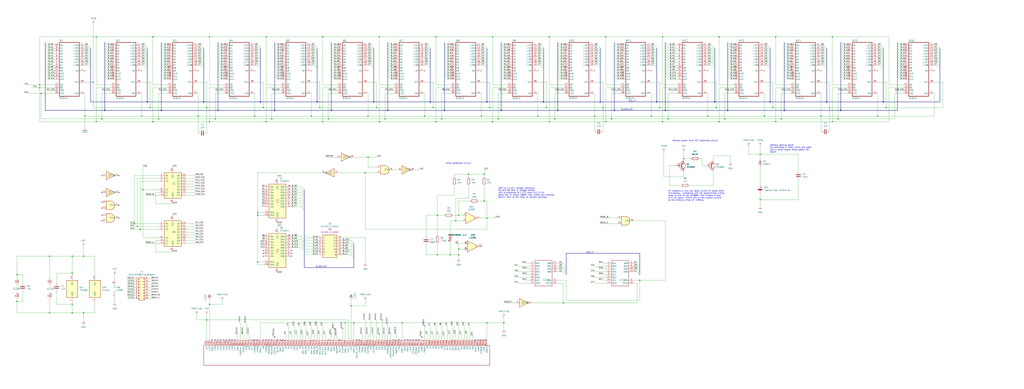
<source format=kicad_sch>
(kicad_sch (version 20211123) (generator eeschema)
  (paper "User" 918.693 349.199)
  (bus_alias "Address" (members "A[0..12]"))
  (bus_alias "BufferedAddress" (members "B_A[0..12]"))
  (bus_alias "DATA" (members "D[0..7]"))
  (junction (at 613.41 142.24))
  (junction (at 538.48 91.44))
  (junction (at 701.04 106.68))
  (junction (at 391.16 33.02))
  (junction (at 403.86 228.6))
  (junction (at 482.6 104.14))
  (junction (at 231.14 190.5))
  (junction (at 238.76 33.02))
  (junction (at 284.48 91.44))
  (junction (at 340.36 109.22))
  (junction (at 86.36 33.02))
  (junction (at 641.35 91.44))
  (junction (at 736.6 104.14))
  (junction (at 144.78 99.06))
  (junction (at 289.56 33.02))
  (junction (at 279.4 104.14))
  (junction (at 681.99 179.07))
  (junction (at 434.34 180.34))
  (junction (at 132.08 91.44))
  (junction (at 746.76 109.22))
  (junction (at 398.78 99.06))
  (junction (at 91.44 106.68))
  (junction (at 123.19 203.2))
  (junction (at 177.8 104.14))
  (junction (at 64.77 245.11))
  (junction (at 83.82 73.66))
  (junction (at 574.04 251.46))
  (junction (at 548.64 106.68))
  (junction (at 231.14 193.04))
  (junction (at 543.56 109.22))
  (junction (at 36.83 83.82))
  (junction (at 317.5 289.56))
  (junction (at 505.46 271.78))
  (junction (at 134.62 96.52))
  (junction (at 492.76 109.22))
  (junction (at 44.45 280.67))
  (junction (at 411.48 223.52))
  (junction (at 330.2 140.97))
  (junction (at 439.42 96.52))
  (junction (at 127 104.14))
  (junction (at 74.93 280.67))
  (junction (at 137.16 109.22))
  (junction (at 703.58 99.06))
  (junction (at 187.96 33.02))
  (junction (at 381 104.14))
  (junction (at 431.8 104.14))
  (junction (at 185.42 287.02))
  (junction (at 15.24 270.51))
  (junction (at 243.84 106.68))
  (junction (at 751.84 106.68))
  (junction (at 289.56 109.22))
  (junction (at 681.99 138.43))
  (junction (at 436.88 195.58))
  (junction (at 500.38 99.06))
  (junction (at 533.4 104.14))
  (junction (at 294.64 106.68))
  (junction (at 787.4 104.14))
  (junction (at 137.16 33.02))
  (junction (at 193.04 106.68))
  (junction (at 411.48 228.6))
  (junction (at 594.36 33.02))
  (junction (at 436.88 91.44))
  (junction (at 187.96 109.22))
  (junction (at 541.02 96.52))
  (junction (at 287.02 96.52))
  (junction (at 441.96 33.02))
  (junction (at 76.2 104.14))
  (junction (at 314.96 274.32))
  (junction (at 337.82 96.52))
  (junction (at 236.22 96.52))
  (junction (at 347.98 99.06))
  (junction (at 650.24 106.68))
  (junction (at 74.93 229.87))
  (junction (at 93.98 99.06))
  (junction (at 388.62 96.52))
  (junction (at 652.78 99.06))
  (junction (at 391.16 109.22))
  (junction (at 396.24 106.68))
  (junction (at 635 104.14))
  (junction (at 187.96 273.05))
  (junction (at 596.9 99.06))
  (junction (at 447.04 106.68))
  (junction (at 330.2 104.14))
  (junction (at 142.24 106.68))
  (junction (at 340.36 33.02))
  (junction (at 327.66 154.94))
  (junction (at 497.84 106.68))
  (junction (at 695.96 33.02))
  (junction (at 645.16 109.22))
  (junction (at 490.22 96.52))
  (junction (at 449.58 99.06))
  (junction (at 297.18 99.06))
  (junction (at 744.22 96.52))
  (junction (at 228.6 104.14))
  (junction (at 231.14 234.95))
  (junction (at 309.88 289.56))
  (junction (at 642.62 96.52))
  (junction (at 594.36 109.22))
  (junction (at 492.76 33.02))
  (junction (at 35.56 78.74))
  (junction (at 746.76 33.02))
  (junction (at 44.45 229.87))
  (junction (at 589.28 91.44))
  (junction (at 754.38 99.06))
  (junction (at 434.34 156.21))
  (junction (at 246.38 99.06))
  (junction (at 645.16 33.02))
  (junction (at 441.96 109.22))
  (junction (at 345.44 106.68))
  (junction (at 64.77 229.87))
  (junction (at 741.68 91.44))
  (junction (at 386.08 91.44))
  (junction (at 182.88 91.44))
  (junction (at 195.58 99.06))
  (junction (at 693.42 96.52))
  (junction (at 86.36 109.22))
  (junction (at 238.76 109.22))
  (junction (at 543.56 33.02))
  (junction (at 335.28 91.44))
  (junction (at 792.48 91.44))
  (junction (at 690.88 91.44))
  (junction (at 591.82 96.52))
  (junction (at 128.27 170.18))
  (junction (at 685.8 104.14))
  (junction (at 15.24 246.38))
  (junction (at 64.77 280.67))
  (junction (at 408.94 198.12))
  (junction (at 795.02 96.52))
  (junction (at 695.96 109.22))
  (junction (at 411.48 193.04))
  (junction (at 35.56 76.2))
  (junction (at 436.88 289.56))
  (junction (at 452.12 289.56))
  (junction (at 392.43 193.04))
  (junction (at 599.44 106.68))
  (junction (at 360.68 289.56))
  (junction (at 185.42 96.52))
  (junction (at 392.43 228.6))
  (junction (at 120.65 200.66))
  (junction (at 233.68 91.44))
  (junction (at 125.73 205.74))
  (junction (at 64.77 273.05))
  (junction (at 420.37 156.21))
  (junction (at 487.68 91.44))
  (junction (at 551.18 99.06))
  (junction (at 584.2 104.14))
  (no_connect (at 261.62 229.87))
  (no_connect (at 236.22 227.33))
  (no_connect (at 378.46 302.26))
  (no_connect (at 91.44 193.04))
  (no_connect (at 363.22 304.8))
  (no_connect (at 365.76 304.8))
  (no_connect (at 297.18 299.72))
  (no_connect (at 190.5 304.8))
  (no_connect (at 106.68 184.15))
  (no_connect (at 373.38 304.8))
  (no_connect (at 251.46 304.8))
  (no_connect (at 91.44 186.69))
  (no_connect (at 91.44 172.72))
  (no_connect (at 226.06 304.8))
  (no_connect (at 248.92 304.8))
  (no_connect (at 246.38 302.26))
  (no_connect (at 299.72 294.64))
  (no_connect (at 320.04 304.8))
  (no_connect (at 238.76 304.8))
  (no_connect (at 236.22 229.87))
  (no_connect (at 106.68 195.58))
  (no_connect (at 353.06 304.8))
  (no_connect (at 203.2 304.8))
  (no_connect (at 261.62 224.79))
  (no_connect (at 431.8 304.8))
  (no_connect (at 375.92 304.8))
  (no_connect (at 358.14 304.8))
  (no_connect (at 200.66 304.8))
  (no_connect (at 370.84 304.8))
  (no_connect (at 241.3 304.8))
  (no_connect (at 193.04 304.8))
  (no_connect (at 243.84 304.8))
  (no_connect (at 426.72 304.8))
  (no_connect (at 91.44 157.48))
  (no_connect (at 294.64 304.8))
  (no_connect (at 195.58 304.8))
  (no_connect (at 236.22 224.79))
  (no_connect (at 368.3 304.8))
  (no_connect (at 381 292.1))
  (no_connect (at 106.68 157.48))
  (no_connect (at 106.68 172.72))
  (no_connect (at 304.8 304.8))
  (no_connect (at 236.22 304.8))
  (no_connect (at 210.82 304.8))
  (no_connect (at 198.12 304.8))
  (no_connect (at 434.34 304.8))
  (no_connect (at 228.6 304.8))
  (no_connect (at 254 304.8))
  (no_connect (at 431.8 220.98))
  (no_connect (at 322.58 304.8))
  (no_connect (at 231.14 304.8))
  (no_connect (at 261.62 227.33))
  (no_connect (at 429.26 304.8))
  (no_connect (at 208.28 304.8))
  (no_connect (at 91.44 181.61))
  (no_connect (at 340.36 299.72))
  (no_connect (at 205.74 304.8))
  (no_connect (at 342.9 287.02))
  (no_connect (at 91.44 198.12))
  (no_connect (at 307.34 294.64))
  (bus_entry (at 129.54 45.72) (size 2.54 2.54))
  (bus_entry (at 754.38 40.64) (size 2.54 2.54))
  (bus_entry (at 246.38 40.64) (size 2.54 2.54))
  (bus_entry (at 347.98 53.34) (size 2.54 2.54))
  (bus_entry (at 449.58 68.58) (size 2.54 2.54))
  (bus_entry (at 500.38 43.18) (size 2.54 2.54))
  (bus_entry (at 449.58 55.88) (size 2.54 2.54))
  (bus_entry (at 246.38 58.42) (size 2.54 2.54))
  (bus_entry (at 129.54 55.88) (size 2.54 2.54))
  (bus_entry (at 78.74 43.18) (size 2.54 2.54))
  (bus_entry (at 505.46 238.76) (size 2.54 2.54))
  (bus_entry (at 383.54 53.34) (size 2.54 2.54))
  (bus_entry (at 449.58 40.64) (size 2.54 2.54))
  (bus_entry (at 652.78 55.88) (size 2.54 2.54))
  (bus_entry (at 398.78 50.8) (size 2.54 2.54))
  (bus_entry (at 281.94 45.72) (size 2.54 2.54))
  (bus_entry (at 485.14 43.18) (size 2.54 2.54))
  (bus_entry (at 551.18 55.88) (size 2.54 2.54))
  (bus_entry (at 273.05 223.52) (size 2.54 2.54))
  (bus_entry (at 180.34 45.72) (size 2.54 2.54))
  (bus_entry (at 840.74 40.64) (size 2.54 2.54))
  (bus_entry (at 754.38 66.04) (size 2.54 2.54))
  (bus_entry (at 314.96 220.98) (size 2.54 2.54))
  (bus_entry (at 449.58 48.26) (size 2.54 2.54))
  (bus_entry (at 129.54 48.26) (size 2.54 2.54))
  (bus_entry (at 434.34 40.64) (size 2.54 2.54))
  (bus_entry (at 93.98 60.96) (size 2.54 2.54))
  (bus_entry (at 449.58 45.72) (size 2.54 2.54))
  (bus_entry (at 754.38 68.58) (size 2.54 2.54))
  (bus_entry (at 789.94 40.64) (size 2.54 2.54))
  (bus_entry (at 383.54 55.88) (size 2.54 2.54))
  (bus_entry (at 297.18 68.58) (size 2.54 2.54))
  (bus_entry (at 195.58 38.1) (size 2.54 2.54))
  (bus_entry (at 398.78 45.72) (size 2.54 2.54))
  (bus_entry (at 332.74 53.34) (size 2.54 2.54))
  (bus_entry (at 703.58 38.1) (size 2.54 2.54))
  (bus_entry (at 789.94 48.26) (size 2.54 2.54))
  (bus_entry (at 270.51 185.42) (size 2.54 2.54))
  (bus_entry (at 500.38 60.96) (size 2.54 2.54))
  (bus_entry (at 739.14 50.8) (size 2.54 2.54))
  (bus_entry (at 78.74 40.64) (size 2.54 2.54))
  (bus_entry (at 347.98 50.8) (size 2.54 2.54))
  (bus_entry (at 78.74 50.8) (size 2.54 2.54))
  (bus_entry (at 638.81 48.26) (size 2.54 2.54))
  (bus_entry (at 195.58 53.34) (size 2.54 2.54))
  (bus_entry (at 78.74 45.72) (size 2.54 2.54))
  (bus_entry (at 40.64 38.1) (size 2.54 2.54))
  (bus_entry (at 485.14 53.34) (size 2.54 2.54))
  (bus_entry (at 596.9 60.96) (size 2.54 2.54))
  (bus_entry (at 93.98 40.64) (size 2.54 2.54))
  (bus_entry (at 703.58 40.64) (size 2.54 2.54))
  (bus_entry (at 246.38 60.96) (size 2.54 2.54))
  (bus_entry (at 246.38 45.72) (size 2.54 2.54))
  (bus_entry (at 449.58 50.8) (size 2.54 2.54))
  (bus_entry (at 195.58 45.72) (size 2.54 2.54))
  (bus_entry (at 434.34 45.72) (size 2.54 2.54))
  (bus_entry (at 789.94 55.88) (size 2.54 2.54))
  (bus_entry (at 571.5 241.3) (size 2.54 2.54))
  (bus_entry (at 551.18 63.5) (size 2.54 2.54))
  (bus_entry (at 596.9 63.5) (size 2.54 2.54))
  (bus_entry (at 703.58 60.96) (size 2.54 2.54))
  (bus_entry (at 231.14 53.34) (size 2.54 2.54))
  (bus_entry (at 246.38 55.88) (size 2.54 2.54))
  (bus_entry (at 129.54 53.34) (size 2.54 2.54))
  (bus_entry (at 703.58 50.8) (size 2.54 2.54))
  (bus_entry (at 129.54 40.64) (size 2.54 2.54))
  (bus_entry (at 485.14 50.8) (size 2.54 2.54))
  (bus_entry (at 40.64 43.18) (size 2.54 2.54))
  (bus_entry (at 652.78 38.1) (size 2.54 2.54))
  (bus_entry (at 93.98 38.1) (size 2.54 2.54))
  (bus_entry (at 195.58 50.8) (size 2.54 2.54))
  (bus_entry (at 398.78 53.34) (size 2.54 2.54))
  (bus_entry (at 144.78 38.1) (size 2.54 2.54))
  (bus_entry (at 500.38 66.04) (size 2.54 2.54))
  (bus_entry (at 449.58 66.04) (size 2.54 2.54))
  (bus_entry (at 535.94 50.8) (size 2.54 2.54))
  (bus_entry (at 40.64 66.04) (size 2.54 2.54))
  (bus_entry (at 652.78 43.18) (size 2.54 2.54))
  (bus_entry (at 652.78 68.58) (size 2.54 2.54))
  (bus_entry (at 586.74 50.8) (size 2.54 2.54))
  (bus_entry (at 638.81 50.8) (size 2.54 2.54))
  (bus_entry (at 703.58 68.58) (size 2.54 2.54))
  (bus_entry (at 571.5 243.84) (size 2.54 2.54))
  (bus_entry (at 500.38 63.5) (size 2.54 2.54))
  (bus_entry (at 754.38 53.34) (size 2.54 2.54))
  (bus_entry (at 180.34 58.42) (size 2.54 2.54))
  (bus_entry (at 246.38 66.04) (size 2.54 2.54))
  (bus_entry (at 195.58 55.88) (size 2.54 2.54))
  (bus_entry (at 739.14 53.34) (size 2.54 2.54))
  (bus_entry (at 195.58 66.04) (size 2.54 2.54))
  (bus_entry (at 434.34 55.88) (size 2.54 2.54))
  (bus_entry (at 40.64 50.8) (size 2.54 2.54))
  (bus_entry (at 40.64 40.64) (size 2.54 2.54))
  (bus_entry (at 398.78 66.04) (size 2.54 2.54))
  (bus_entry (at 638.81 43.18) (size 2.54 2.54))
  (bus_entry (at 383.54 45.72) (size 2.54 2.54))
  (bus_entry (at 551.18 45.72) (size 2.54 2.54))
  (bus_entry (at 195.58 48.26) (size 2.54 2.54))
  (bus_entry (at 586.74 53.34) (size 2.54 2.54))
  (bus_entry (at 449.58 53.34) (size 2.54 2.54))
  (bus_entry (at 332.74 58.42) (size 2.54 2.54))
  (bus_entry (at 688.34 58.42) (size 2.54 2.54))
  (bus_entry (at 805.18 55.88) (size 2.54 2.54))
  (bus_entry (at 398.78 48.26) (size 2.54 2.54))
  (bus_entry (at 297.18 66.04) (size 2.54 2.54))
  (bus_entry (at 270.51 167.64) (size 2.54 2.54))
  (bus_entry (at 180.34 43.18) (size 2.54 2.54))
  (bus_entry (at 347.98 60.96) (size 2.54 2.54))
  (bus_entry (at 754.38 45.72) (size 2.54 2.54))
  (bus_entry (at 297.18 53.34) (size 2.54 2.54))
  (bus_entry (at 297.18 50.8) (size 2.54 2.54))
  (bus_entry (at 383.54 40.64) (size 2.54 2.54))
  (bus_entry (at 281.94 55.88) (size 2.54 2.54))
  (bus_entry (at 500.38 68.58) (size 2.54 2.54))
  (bus_entry (at 703.58 55.88) (size 2.54 2.54))
  (bus_entry (at 840.74 50.8) (size 2.54 2.54))
  (bus_entry (at 144.78 53.34) (size 2.54 2.54))
  (bus_entry (at 332.74 40.64) (size 2.54 2.54))
  (bus_entry (at 40.64 58.42) (size 2.54 2.54))
  (bus_entry (at 347.98 58.42) (size 2.54 2.54))
  (bus_entry (at 535.94 43.18) (size 2.54 2.54))
  (bus_entry (at 144.78 66.04) (size 2.54 2.54))
  (bus_entry (at 596.9 43.18) (size 2.54 2.54))
  (bus_entry (at 332.74 48.26) (size 2.54 2.54))
  (bus_entry (at 180.34 50.8) (size 2.54 2.54))
  (bus_entry (at 93.98 66.04) (size 2.54 2.54))
  (bus_entry (at 297.18 45.72) (size 2.54 2.54))
  (bus_entry (at 434.34 53.34) (size 2.54 2.54))
  (bus_entry (at 347.98 63.5) (size 2.54 2.54))
  (bus_entry (at 840.74 55.88) (size 2.54 2.54))
  (bus_entry (at 314.96 226.06) (size 2.54 2.54))
  (bus_entry (at 551.18 38.1) (size 2.54 2.54))
  (bus_entry (at 314.96 215.9) (size 2.54 2.54))
  (bus_entry (at 93.98 50.8) (size 2.54 2.54))
  (bus_entry (at 652.78 45.72) (size 2.54 2.54))
  (bus_entry (at 805.18 68.58) (size 2.54 2.54))
  (bus_entry (at 688.34 53.34) (size 2.54 2.54))
  (bus_entry (at 652.78 48.26) (size 2.54 2.54))
  (bus_entry (at 281.94 48.26) (size 2.54 2.54))
  (bus_entry (at 144.78 63.5) (size 2.54 2.54))
  (bus_entry (at 571.5 238.76) (size 2.54 2.54))
  (bus_entry (at 596.9 48.26) (size 2.54 2.54))
  (bus_entry (at 40.64 63.5) (size 2.54 2.54))
  (bus_entry (at 703.58 48.26) (size 2.54 2.54))
  (bus_entry (at 129.54 50.8) (size 2.54 2.54))
  (bus_entry (at 789.94 45.72) (size 2.54 2.54))
  (bus_entry (at 398.78 55.88) (size 2.54 2.54))
  (bus_entry (at 485.14 58.42) (size 2.54 2.54))
  (bus_entry (at 281.94 40.64) (size 2.54 2.54))
  (bus_entry (at 688.34 55.88) (size 2.54 2.54))
  (bus_entry (at 347.98 38.1) (size 2.54 2.54))
  (bus_entry (at 78.74 55.88) (size 2.54 2.54))
  (bus_entry (at 144.78 45.72) (size 2.54 2.54))
  (bus_entry (at 688.34 45.72) (size 2.54 2.54))
  (bus_entry (at 505.46 236.22) (size 2.54 2.54))
  (bus_entry (at 638.81 55.88) (size 2.54 2.54))
  (bus_entry (at 270.51 219.71) (size 2.54 2.54))
  (bus_entry (at 805.18 50.8) (size 2.54 2.54))
  (bus_entry (at 40.64 55.88) (size 2.54 2.54))
  (bus_entry (at 739.14 45.72) (size 2.54 2.54))
  (bus_entry (at 246.38 48.26) (size 2.54 2.54))
  (bus_entry (at 273.05 226.06) (size 2.54 2.54))
  (bus_entry (at 231.14 55.88) (size 2.54 2.54))
  (bus_entry (at 840.74 43.18) (size 2.54 2.54))
  (bus_entry (at 398.78 60.96) (size 2.54 2.54))
  (bus_entry (at 273.05 215.9) (size 2.54 2.54))
  (bus_entry (at 805.18 60.96) (size 2.54 2.54))
  (bus_entry (at 332.74 55.88) (size 2.54 2.54))
  (bus_entry (at 505.46 243.84) (size 2.54 2.54))
  (bus_entry (at 449.58 60.96) (size 2.54 2.54))
  (bus_entry (at 652.78 58.42) (size 2.54 2.54))
  (bus_entry (at 688.34 43.18) (size 2.54 2.54))
  (bus_entry (at 270.51 175.26) (size 2.54 2.54))
  (bus_entry (at 805.18 58.42) (size 2.54 2.54))
  (bus_entry (at 535.94 45.72) (size 2.54 2.54))
  (bus_entry (at 270.51 172.72) (size 2.54 2.54))
  (bus_entry (at 273.05 213.36) (size 2.54 2.54))
  (bus_entry (at 586.74 45.72) (size 2.54 2.54))
  (bus_entry (at 754.38 48.26) (size 2.54 2.54))
  (bus_entry (at 500.38 55.88) (size 2.54 2.54))
  (bus_entry (at 78.74 58.42) (size 2.54 2.54))
  (bus_entry (at 551.18 43.18) (size 2.54 2.54))
  (bus_entry (at 180.34 55.88) (size 2.54 2.54))
  (bus_entry (at 500.38 50.8) (size 2.54 2.54))
  (bus_entry (at 332.74 45.72) (size 2.54 2.54))
  (bus_entry (at 144.78 60.96) (size 2.54 2.54))
  (bus_entry (at 195.58 43.18) (size 2.54 2.54))
  (bus_entry (at 195.58 68.58) (size 2.54 2.54))
  (bus_entry (at 500.38 45.72) (size 2.54 2.54))
  (bus_entry (at 571.5 236.22) (size 2.54 2.54))
  (bus_entry (at 281.94 58.42) (size 2.54 2.54))
  (bus_entry (at 314.96 228.6) (size 2.54 2.54))
  (bus_entry (at 638.81 58.42) (size 2.54 2.54))
  (bus_entry (at 688.34 48.26) (size 2.54 2.54))
  (bus_entry (at 398.78 43.18) (size 2.54 2.54))
  (bus_entry (at 805.18 66.04) (size 2.54 2.54))
  (bus_entry (at 347.98 48.26) (size 2.54 2.54))
  (bus_entry (at 144.78 48.26) (size 2.54 2.54))
  (bus_entry (at 281.94 43.18) (size 2.54 2.54))
  (bus_entry (at 500.38 58.42) (size 2.54 2.54))
  (bus_entry (at 231.14 58.42) (size 2.54 2.54))
  (bus_entry (at 246.38 43.18) (size 2.54 2.54))
  (bus_entry (at 398.78 58.42) (size 2.54 2.54))
  (bus_entry (at 273.05 218.44) (size 2.54 2.54))
  (bus_entry (at 754.38 50.8) (size 2.54 2.54))
  (bus_entry (at 840.74 48.26) (size 2.54 2.54))
  (bus_entry (at 586.74 40.64) (size 2.54 2.54))
  (bus_entry (at 596.9 40.64) (size 2.54 2.54))
  (bus_entry (at 297.18 48.26) (size 2.54 2.54))
  (bus_entry (at 40.64 68.58) (size 2.54 2.54))
  (bus_entry (at 596.9 45.72) (size 2.54 2.54))
  (bus_entry (at 195.58 60.96) (size 2.54 2.54))
  (bus_entry (at 180.34 53.34) (size 2.54 2.54))
  (bus_entry (at 297.18 58.42) (size 2.54 2.54))
  (bus_entry (at 398.78 68.58) (size 2.54 2.54))
  (bus_entry (at 596.9 50.8) (size 2.54 2.54))
  (bus_entry (at 596.9 53.34) (size 2.54 2.54))
  (bus_entry (at 144.78 43.18) (size 2.54 2.54))
  (bus_entry (at 754.38 55.88) (size 2.54 2.54))
  (bus_entry (at 500.38 48.26) (size 2.54 2.54))
  (bus_entry (at 246.38 50.8) (size 2.54 2.54))
  (bus_entry (at 703.58 45.72) (size 2.54 2.54))
  (bus_entry (at 270.51 214.63) (size 2.54 2.54))
  (bus_entry (at 297.18 38.1) (size 2.54 2.54))
  (bus_entry (at 273.05 220.98) (size 2.54 2.54))
  (bus_entry (at 383.54 43.18) (size 2.54 2.54))
  (bus_entry (at 93.98 68.58) (size 2.54 2.54))
  (bus_entry (at 754.38 58.42) (size 2.54 2.54))
  (bus_entry (at 231.14 43.18) (size 2.54 2.54))
  (bus_entry (at 840.74 45.72) (size 2.54 2.54))
  (bus_entry (at 434.34 48.26) (size 2.54 2.54))
  (bus_entry (at 840.74 53.34) (size 2.54 2.54))
  (bus_entry (at 840.74 58.42) (size 2.54 2.54))
  (bus_entry (at 688.34 40.64) (size 2.54 2.54))
  (bus_entry (at 596.9 55.88) (size 2.54 2.54))
  (bus_entry (at 805.18 38.1) (size 2.54 2.54))
  (bus_entry (at 40.64 60.96) (size 2.54 2.54))
  (bus_entry (at 754.38 60.96) (size 2.54 2.54))
  (bus_entry (at 449.58 63.5) (size 2.54 2.54))
  (bus_entry (at 273.05 210.82) (size 2.54 2.54))
  (bus_entry (at 551.18 48.26) (size 2.54 2.54))
  (bus_entry (at 93.98 53.34) (size 2.54 2.54))
  (bus_entry (at 500.38 38.1) (size 2.54 2.54))
  (bus_entry (at 270.51 177.8) (size 2.54 2.54))
  (bus_entry (at 551.18 50.8) (size 2.54 2.54))
  (bus_entry (at 144.78 55.88) (size 2.54 2.54))
  (bus_entry (at 195.58 63.5) (size 2.54 2.54))
  (bus_entry (at 652.78 66.04) (size 2.54 2.54))
  (bus_entry (at 596.9 68.58) (size 2.54 2.54))
  (bus_entry (at 398.78 40.64) (size 2.54 2.54))
  (bus_entry (at 297.18 43.18) (size 2.54 2.54))
  (bus_entry (at 93.98 58.42) (size 2.54 2.54))
  (bus_entry (at 739.14 55.88) (size 2.54 2.54))
  (bus_entry (at 93.98 45.72) (size 2.54 2.54))
  (bus_entry (at 535.94 58.42) (size 2.54 2.54))
  (bus_entry (at 449.58 38.1) (size 2.54 2.54))
  (bus_entry (at 449.58 43.18) (size 2.54 2.54))
  (bus_entry (at 129.54 43.18) (size 2.54 2.54))
  (bus_entry (at 270.51 180.34) (size 2.54 2.54))
  (bus_entry (at 805.18 53.34) (size 2.54 2.54))
  (bus_entry (at 703.58 43.18) (size 2.54 2.54))
  (bus_entry (at 297.18 63.5) (size 2.54 2.54))
  (bus_entry (at 231.14 45.72) (size 2.54 2.54))
  (bus_entry (at 40.64 53.34) (size 2.54 2.54))
  (bus_entry (at 754.38 63.5) (size 2.54 2.54))
  (bus_entry (at 596.9 66.04) (size 2.54 2.54))
  (bus_entry (at 586.74 55.88) (size 2.54 2.54))
  (bus_entry (at 231.14 50.8) (size 2.54 2.54))
  (bus_entry (at 297.18 55.88) (size 2.54 2.54))
  (bus_entry (at 347.98 68.58) (size 2.54 2.54))
  (bus_entry (at 551.18 60.96) (size 2.54 2.54))
  (bus_entry (at 270.51 217.17) (size 2.54 2.54))
  (bus_entry (at 703.58 58.42) (size 2.54 2.54))
  (bus_entry (at 246.38 68.58) (size 2.54 2.54))
  (bus_entry (at 78.74 48.26) (size 2.54 2.54))
  (bus_entry (at 551.18 68.58) (size 2.54 2.54))
  (bus_entry (at 144.78 50.8) (size 2.54 2.54))
  (bus_entry (at 703.58 66.04) (size 2.54 2.54))
  (bus_entry (at 246.38 53.34) (size 2.54 2.54))
  (bus_entry (at 485.14 45.72) (size 2.54 2.54))
  (bus_entry (at 551.18 40.64) (size 2.54 2.54))
  (bus_entry (at 586.74 58.42) (size 2.54 2.54))
  (bus_entry (at 805.18 63.5) (size 2.54 2.54))
  (bus_entry (at 93.98 43.18) (size 2.54 2.54))
  (bus_entry (at 398.78 38.1) (size 2.54 2.54))
  (bus_entry (at 485.14 55.88) (size 2.54 2.54))
  (bus_entry (at 383.54 48.26) (size 2.54 2.54))
  (bus_entry (at 535.94 48.26) (size 2.54 2.54))
  (bus_entry (at 231.14 40.64) (size 2.54 2.54))
  (bus_entry (at 129.54 58.42) (size 2.54 2.54))
  (bus_entry (at 739.14 48.26) (size 2.54 2.54))
  (bus_entry (at 270.51 170.18) (size 2.54 2.54))
  (bus_entry (at 485.14 48.26) (size 2.54 2.54))
  (bus_entry (at 78.74 53.34) (size 2.54 2.54))
  (bus_entry (at 195.58 40.64) (size 2.54 2.54))
  (bus_entry (at 505.46 241.3) (size 2.54 2.54))
  (bus_entry (at 449.58 58.42) (size 2.54 2.54))
  (bus_entry (at 297.18 40.64) (size 2.54 2.54))
  (bus_entry (at 40.64 48.26) (size 2.54 2.54))
  (bus_entry (at 347.98 43.18) (size 2.54 2.54))
  (bus_entry (at 551.18 66.04) (size 2.54 2.54))
  (bus_entry (at 383.54 50.8) (size 2.54 2.54))
  (bus_entry (at 270.51 212.09) (size 2.54 2.54))
  (bus_entry (at 652.78 60.96) (size 2.54 2.54))
  (bus_entry (at 739.14 58.42) (size 2.54 2.54))
  (bus_entry (at 586.74 48.26) (size 2.54 2.54))
  (bus_entry (at 805.18 48.26) (size 2.54 2.54))
  (bus_entry (at 789.94 50.8) (size 2.54 2.54))
  (bus_entry (at 93.98 48.26) (size 2.54 2.54))
  (bus_entry (at 281.94 50.8) (size 2.54 2.54))
  (bus_entry (at 652.78 40.64) (size 2.54 2.54))
  (bus_entry (at 180.34 48.26) (size 2.54 2.54))
  (bus_entry (at 789.94 58.42) (size 2.54 2.54))
  (bus_entry (at 652.78 53.34) (size 2.54 2.54))
  (bus_entry (at 703.58 53.34) (size 2.54 2.54))
  (bus_entry (at 739.14 43.18) (size 2.54 2.54))
  (bus_entry (at 754.38 38.1) (size 2.54 2.54))
  (bus_entry (at 281.94 53.34) (size 2.54 2.54))
  (bus_entry (at 703.58 63.5) (size 2.54 2.54))
  (bus_entry (at 246.38 63.5) (size 2.54 2.54))
  (bus_entry (at 314.96 223.52) (size 2.54 2.54))
  (bus_entry (at 332.74 50.8) (size 2.54 2.54))
  (bus_entry (at 434.34 43.18) (size 2.54 2.54))
  (bus_entry (at 652.78 50.8) (size 2.54 2.54))
  (bus_entry (at 596.9 38.1) (size 2.54 2.54))
  (bus_entry (at 500.38 40.64) (size 2.54 2.54))
  (bus_entry (at 805.18 45.72) (size 2.54 2.54))
  (bus_entry (at 551.18 53.34) (size 2.54 2.54))
  (bus_entry (at 398.78 63.5) (size 2.54 2.54))
  (bus_entry (at 40.64 45.72) (size 2.54 2.54))
  (bus_entry (at 297.18 60.96) (size 2.54 2.54))
  (bus_entry (at 638.81 45.72) (size 2.54 2.54))
  (bus_entry (at 180.34 40.64) (size 2.54 2.54))
  (bus_entry (at 434.34 50.8) (size 2.54 2.54))
  (bus_entry (at 535.94 53.34) (size 2.54 2.54))
  (bus_entry (at 93.98 55.88) (size 2.54 2.54))
  (bus_entry (at 754.38 43.18) (size 2.54 2.54))
  (bus_entry (at 144.78 58.42) (size 2.54 2.54))
  (bus_entry (at 332.74 43.18) (size 2.54 2.54))
  (bus_entry (at 246.38 38.1) (size 2.54 2.54))
  (bus_entry (at 144.78 68.58) (size 2.54 2.54))
  (bus_entry (at 535.94 40.64) (size 2.54 2.54))
  (bus_entry (at 434.34 58.42) (size 2.54 2.54))
  (bus_entry (at 347.98 40.64) (size 2.54 2.54))
  (bus_entry (at 789.94 53.34) (size 2.54 2.54))
  (bus_entry (at 535.94 55.88) (size 2.54 2.54))
  (bus_entry (at 314.96 218.44) (size 2.54 2.54))
  (bus_entry (at 144.78 40.64) (size 2.54 2.54))
  (bus_entry (at 586.74 43.18) (size 2.54 2.54))
  (bus_entry (at 195.58 58.42) (size 2.54 2.54))
  (bus_entry (at 551.18 58.42) (size 2.54 2.54))
  (bus_entry (at 485.14 40.64) (size 2.54 2.54))
  (bus_entry (at 652.78 63.5) (size 2.54 2.54))
  (bus_entry (at 347.98 45.72) (size 2.54 2.54))
  (bus_entry (at 347.98 55.88) (size 2.54 2.54))
  (bus_entry (at 688.34 50.8) (size 2.54 2.54))
  (bus_entry (at 231.14 48.26) (size 2.54 2.54))
  (bus_entry (at 270.51 222.25) (size 2.54 2.54))
  (bus_entry (at 500.38 53.34) (size 2.54 2.54))
  (bus_entry (at 383.54 58.42) (size 2.54 2.54))
  (bus_entry (at 805.18 43.18) (size 2.54 2.54))
  (bus_entry (at 739.14 40.64) (size 2.54 2.54))
  (bus_entry (at 805.18 40.64) (size 2.54 2.54))
  (bus_entry (at 638.81 40.64) (size 2.54 2.54))
  (bus_entry (at 789.94 43.18) (size 2.54 2.54))
  (bus_entry (at 596.9 58.42) (size 2.54 2.54))
  (bus_entry (at 270.51 182.88) (size 2.54 2.54))
  (bus_entry (at 638.81 53.34) (size 2.54 2.54))
  (bus_entry (at 347.98 66.04) (size 2.54 2.54))
  (bus_entry (at 93.98 63.5) (size 2.54 2.54))
  (wire (pts (xy 756.92 63.5) (xy 759.46 63.5)))
  (bus (pts (xy 297.18 63.5) (xy 297.18 66.04)))
  (wire (pts (xy 645.16 33.02) (xy 695.96 33.02)))
  (wire (pts (xy 248.92 63.5) (xy 251.46 63.5)))
  (bus (pts (xy 805.18 58.42) (xy 805.18 60.96)))
  (wire (pts (xy 185.42 96.52) (xy 236.22 96.52)))
  (wire (pts (xy 541.02 73.66) (xy 541.02 96.52)))
  (wire (pts (xy 599.44 66.04) (xy 607.06 66.04)))
  (wire (pts (xy 41.91 81.28) (xy 48.26 81.28)))
  (wire (pts (xy 759.46 78.74) (xy 746.76 78.74)))
  (wire (pts (xy 436.88 180.34) (xy 434.34 180.34)))
  (wire (pts (xy 330.2 104.14) (xy 381 104.14)))
  (wire (pts (xy 248.92 158.75) (xy 248.92 160.02)))
  (wire (pts (xy 261.62 167.64) (xy 270.51 167.64)))
  (wire (pts (xy 147.32 43.18) (xy 149.86 43.18)))
  (wire (pts (xy 756.92 48.26) (xy 759.46 48.26)))
  (wire (pts (xy 655.32 48.26) (xy 657.86 48.26)))
  (wire (pts (xy 756.92 71.12) (xy 759.46 71.12)))
  (bus (pts (xy 132.08 50.8) (xy 132.08 53.34)))
  (bus (pts (xy 641.35 55.88) (xy 641.35 58.42)))
  (wire (pts (xy 128.27 170.18) (xy 142.24 170.18)))
  (wire (pts (xy 133.35 262.89) (xy 135.89 262.89)))
  (bus (pts (xy 317.5 220.98) (xy 317.5 223.52)))
  (wire (pts (xy 147.32 68.58) (xy 149.86 68.58)))
  (bus (pts (xy 273.05 214.63) (xy 273.05 215.9)))
  (wire (pts (xy 406.4 193.04) (xy 411.48 193.04)))
  (wire (pts (xy 492.76 78.74) (xy 492.76 109.22)))
  (wire (pts (xy 350.52 50.8) (xy 353.06 50.8)))
  (bus (pts (xy 284.48 55.88) (xy 284.48 58.42)))
  (wire (pts (xy 415.29 198.12) (xy 408.94 198.12)))
  (wire (pts (xy 650.24 106.68) (xy 701.04 106.68)))
  (wire (pts (xy 50.8 261.62) (xy 50.8 273.05)))
  (wire (pts (xy 64.77 229.87) (xy 64.77 245.11)))
  (wire (pts (xy 256.54 304.8) (xy 256.54 299.72)))
  (bus (pts (xy 792.48 45.72) (xy 792.48 48.26)))
  (wire (pts (xy 238.76 33.02) (xy 289.56 33.02)))
  (wire (pts (xy 685.8 45.72) (xy 688.34 45.72)))
  (wire (pts (xy 248.92 60.96) (xy 251.46 60.96)))
  (bus (pts (xy 132.08 58.42) (xy 132.08 60.96)))
  (wire (pts (xy 802.64 83.82) (xy 802.64 106.68)))
  (bus (pts (xy 273.05 177.8) (xy 273.05 180.34)))
  (bus (pts (xy 40.64 55.88) (xy 40.64 58.42)))
  (wire (pts (xy 248.92 55.88) (xy 251.46 55.88)))
  (wire (pts (xy 568.96 243.84) (xy 571.5 243.84)))
  (wire (pts (xy 838.2 73.66) (xy 845.82 73.66)))
  (wire (pts (xy 543.56 33.02) (xy 594.36 33.02)))
  (wire (pts (xy 302.26 300.99) (xy 302.26 304.8)))
  (wire (pts (xy 381 58.42) (xy 383.54 58.42)))
  (wire (pts (xy 411.48 180.34) (xy 411.48 193.04)))
  (bus (pts (xy 273.05 215.9) (xy 273.05 217.17)))
  (wire (pts (xy 594.36 33.02) (xy 645.16 33.02)))
  (wire (pts (xy 297.18 304.8) (xy 297.18 299.72)))
  (wire (pts (xy 391.16 304.8) (xy 391.16 292.1)))
  (bus (pts (xy 233.68 43.18) (xy 233.68 45.72)))
  (wire (pts (xy 838.2 83.82) (xy 838.2 104.14)))
  (wire (pts (xy 482.6 48.26) (xy 485.14 48.26)))
  (bus (pts (xy 144.78 38.1) (xy 144.78 40.64)))
  (wire (pts (xy 736.6 40.64) (xy 739.14 40.64)))
  (wire (pts (xy 177.8 48.26) (xy 180.34 48.26)))
  (wire (pts (xy 571.5 254) (xy 571.5 271.78)))
  (bus (pts (xy 144.78 40.64) (xy 144.78 43.18)))
  (wire (pts (xy 706.12 53.34) (xy 708.66 53.34)))
  (wire (pts (xy 635 53.34) (xy 638.81 53.34)))
  (bus (pts (xy 93.98 58.42) (xy 93.98 60.96)))
  (wire (pts (xy 261.62 219.71) (xy 270.51 219.71)))
  (wire (pts (xy 228.6 55.88) (xy 231.14 55.88)))
  (wire (pts (xy 533.4 58.42) (xy 535.94 58.42)))
  (bus (pts (xy 81.28 91.44) (xy 132.08 91.44)))
  (bus (pts (xy 93.98 99.06) (xy 144.78 99.06)))
  (bus (pts (xy 284.48 60.96) (xy 284.48 91.44)))
  (bus (pts (xy 40.64 43.18) (xy 40.64 45.72)))
  (wire (pts (xy 685.8 83.82) (xy 685.8 104.14)))
  (wire (pts (xy 613.41 153.67) (xy 613.41 158.75)))
  (wire (pts (xy 261.62 212.09) (xy 270.51 212.09)))
  (bus (pts (xy 347.98 43.18) (xy 347.98 45.72)))
  (bus (pts (xy 449.58 55.88) (xy 449.58 58.42)))
  (wire (pts (xy 294.64 83.82) (xy 294.64 106.68)))
  (wire (pts (xy 736.6 73.66) (xy 744.22 73.66)))
  (wire (pts (xy 419.1 304.8) (xy 419.1 299.72)))
  (wire (pts (xy 787.4 73.66) (xy 795.02 73.66)))
  (wire (pts (xy 452.12 55.88) (xy 454.66 55.88)))
  (wire (pts (xy 128.27 149.86) (xy 128.27 170.18)))
  (wire (pts (xy 15.24 280.67) (xy 44.45 280.67)))
  (bus (pts (xy 297.18 58.42) (xy 297.18 60.96)))
  (bus (pts (xy 297.18 40.64) (xy 297.18 43.18)))
  (wire (pts (xy 490.22 96.52) (xy 541.02 96.52)))
  (bus (pts (xy 843.28 48.26) (xy 843.28 50.8)))
  (wire (pts (xy 350.52 66.04) (xy 353.06 66.04)))
  (bus (pts (xy 574.04 243.84) (xy 574.04 246.38)))
  (wire (pts (xy 139.7 182.88) (xy 139.7 172.72)))
  (bus (pts (xy 805.18 38.1) (xy 805.18 40.64)))
  (wire (pts (xy 795.02 96.52) (xy 845.82 96.52)))
  (bus (pts (xy 805.18 68.58) (xy 805.18 99.06)))
  (bus (pts (xy 500.38 55.88) (xy 500.38 58.42)))
  (wire (pts (xy 613.41 142.24) (xy 613.41 143.51)))
  (wire (pts (xy 91.44 83.82) (xy 91.44 106.68)))
  (wire (pts (xy 139.7 172.72) (xy 142.24 172.72)))
  (wire (pts (xy 502.92 50.8) (xy 505.46 50.8)))
  (bus (pts (xy 652.78 99.06) (xy 703.58 99.06)))
  (wire (pts (xy 655.32 43.18) (xy 657.86 43.18)))
  (wire (pts (xy 474.98 251.46) (xy 472.44 251.46)))
  (wire (pts (xy 610.87 166.37) (xy 600.71 166.37)))
  (bus (pts (xy 500.38 68.58) (xy 500.38 99.06)))
  (wire (pts (xy 289.56 109.22) (xy 340.36 109.22)))
  (wire (pts (xy 44.45 280.67) (xy 64.77 280.67)))
  (bus (pts (xy 386.08 45.72) (xy 386.08 48.26)))
  (bus (pts (xy 246.38 43.18) (xy 246.38 45.72)))
  (wire (pts (xy 276.86 304.8) (xy 276.86 299.72)))
  (wire (pts (xy 807.72 40.64) (xy 810.26 40.64)))
  (wire (pts (xy 248.92 66.04) (xy 251.46 66.04)))
  (wire (pts (xy 502.92 45.72) (xy 505.46 45.72)))
  (wire (pts (xy 807.72 58.42) (xy 810.26 58.42)))
  (wire (pts (xy 43.18 53.34) (xy 48.26 53.34)))
  (bus (pts (xy 596.9 99.06) (xy 652.78 99.06)))
  (wire (pts (xy 248.92 203.2) (xy 248.92 204.47)))
  (wire (pts (xy 408.94 198.12) (xy 408.94 177.8)))
  (wire (pts (xy 452.12 289.56) (xy 452.12 295.91)))
  (wire (pts (xy 125.73 162.56) (xy 125.73 205.74)))
  (bus (pts (xy 487.68 48.26) (xy 487.68 50.8)))
  (wire (pts (xy 228.6 58.42) (xy 231.14 58.42)))
  (bus (pts (xy 589.28 60.96) (xy 589.28 91.44)))
  (bus (pts (xy 347.98 45.72) (xy 347.98 48.26)))
  (bus (pts (xy 449.58 43.18) (xy 449.58 45.72)))
  (wire (pts (xy 234.95 185.42) (xy 236.22 185.42)))
  (wire (pts (xy 482.6 83.82) (xy 482.6 104.14)))
  (bus (pts (xy 347.98 50.8) (xy 347.98 53.34)))
  (wire (pts (xy 125.73 162.56) (xy 142.24 162.56)))
  (wire (pts (xy 439.42 73.66) (xy 439.42 96.52)))
  (wire (pts (xy 543.56 76.2) (xy 543.56 33.02)))
  (bus (pts (xy 500.38 99.06) (xy 551.18 99.06)))
  (wire (pts (xy 756.92 43.18) (xy 759.46 43.18)))
  (bus (pts (xy 297.18 38.1) (xy 297.18 40.64)))
  (wire (pts (xy 434.34 152.4) (xy 434.34 156.21)))
  (wire (pts (xy 431.8 104.14) (xy 482.6 104.14)))
  (bus (pts (xy 317.5 226.06) (xy 317.5 228.6)))
  (wire (pts (xy 36.83 106.68) (xy 91.44 106.68)))
  (wire (pts (xy 681.99 138.43) (xy 681.99 142.24)))
  (wire (pts (xy 553.72 66.04) (xy 556.26 66.04)))
  (bus (pts (xy 641.35 45.72) (xy 641.35 48.26)))
  (wire (pts (xy 452.12 40.64) (xy 454.66 40.64)))
  (bus (pts (xy 487.68 60.96) (xy 487.68 91.44)))
  (wire (pts (xy 645.16 78.74) (xy 645.16 109.22)))
  (bus (pts (xy 93.98 45.72) (xy 93.98 48.26)))
  (wire (pts (xy 502.92 66.04) (xy 505.46 66.04)))
  (bus (pts (xy 589.28 45.72) (xy 589.28 48.26)))
  (wire (pts (xy 548.64 81.28) (xy 556.26 81.28)))
  (bus (pts (xy 703.58 55.88) (xy 703.58 58.42)))
  (wire (pts (xy 607.06 78.74) (xy 594.36 78.74)))
  (wire (pts (xy 261.62 172.72) (xy 270.51 172.72)))
  (wire (pts (xy 500.38 236.22) (xy 505.46 236.22)))
  (wire (pts (xy 120.65 157.48) (xy 120.65 200.66)))
  (wire (pts (xy 607.06 76.2) (xy 594.36 76.2)))
  (wire (pts (xy 584.2 48.26) (xy 586.74 48.26)))
  (bus (pts (xy 347.98 99.06) (xy 398.78 99.06)))
  (wire (pts (xy 436.88 205.74) (xy 436.88 195.58)))
  (wire (pts (xy 392.43 193.04) (xy 392.43 210.82)))
  (wire (pts (xy 548.64 106.68) (xy 599.44 106.68)))
  (bus (pts (xy 652.78 53.34) (xy 652.78 55.88)))
  (bus (pts (xy 273.05 175.26) (xy 273.05 177.8)))
  (wire (pts (xy 299.72 294.64) (xy 299.72 304.8)))
  (wire (pts (xy 650.24 81.28) (xy 657.86 81.28)))
  (bus (pts (xy 487.68 43.18) (xy 487.68 45.72)))
  (wire (pts (xy 236.22 96.52) (xy 287.02 96.52)))
  (wire (pts (xy 538.48 200.66) (xy 553.72 200.66)))
  (wire (pts (xy 299.72 40.64) (xy 302.26 40.64)))
  (wire (pts (xy 736.6 83.82) (xy 736.6 104.14)))
  (wire (pts (xy 177.8 104.14) (xy 228.6 104.14)))
  (wire (pts (xy 681.99 149.86) (xy 681.99 166.37)))
  (bus (pts (xy 551.18 48.26) (xy 551.18 50.8)))
  (wire (pts (xy 279.4 48.26) (xy 281.94 48.26)))
  (bus (pts (xy 551.18 38.1) (xy 551.18 40.64)))
  (bus (pts (xy 652.78 50.8) (xy 652.78 53.34)))
  (bus (pts (xy 284.48 48.26) (xy 284.48 50.8)))
  (wire (pts (xy 96.52 43.18) (xy 99.06 43.18)))
  (wire (pts (xy 233.68 304.8) (xy 233.68 289.56)))
  (wire (pts (xy 345.44 304.8) (xy 345.44 299.72)))
  (bus (pts (xy 386.08 48.26) (xy 386.08 50.8)))
  (bus (pts (xy 641.35 60.96) (xy 641.35 91.44)))
  (wire (pts (xy 434.34 156.21) (xy 434.34 158.75)))
  (bus (pts (xy 551.18 63.5) (xy 551.18 66.04)))
  (wire (pts (xy 701.04 83.82) (xy 701.04 106.68)))
  (wire (pts (xy 756.92 58.42) (xy 759.46 58.42)))
  (bus (pts (xy 246.38 38.1) (xy 246.38 40.64)))
  (wire (pts (xy 807.72 48.26) (xy 810.26 48.26)))
  (bus (pts (xy 182.88 45.72) (xy 182.88 48.26)))
  (bus (pts (xy 93.98 50.8) (xy 93.98 53.34)))
  (bus (pts (xy 596.9 45.72) (xy 596.9 48.26)))
  (wire (pts (xy 431.8 73.66) (xy 439.42 73.66)))
  (bus (pts (xy 297.18 53.34) (xy 297.18 55.88)))
  (wire (pts (xy 350.52 68.58) (xy 353.06 68.58)))
  (bus (pts (xy 335.28 53.34) (xy 335.28 55.88)))
  (bus (pts (xy 144.78 48.26) (xy 144.78 50.8)))
  (wire (pts (xy 177.8 55.88) (xy 180.34 55.88)))
  (wire (pts (xy 36.83 83.82) (xy 48.26 83.82)))
  (wire (pts (xy 177.8 58.42) (xy 180.34 58.42)))
  (wire (pts (xy 350.52 40.64) (xy 353.06 40.64)))
  (wire (pts (xy 340.36 76.2) (xy 340.36 33.02)))
  (wire (pts (xy 657.86 76.2) (xy 645.16 76.2)))
  (wire (pts (xy 309.88 304.8) (xy 309.88 289.56)))
  (bus (pts (xy 297.18 43.18) (xy 297.18 45.72)))
  (bus (pts (xy 596.9 43.18) (xy 596.9 45.72)))
  (wire (pts (xy 218.44 304.8) (xy 218.44 299.72)))
  (bus (pts (xy 487.68 53.34) (xy 487.68 55.88)))
  (wire (pts (xy 251.46 78.74) (xy 238.76 78.74)))
  (wire (pts (xy 261.62 222.25) (xy 270.51 222.25)))
  (wire (pts (xy 309.88 289.56) (xy 317.5 289.56)))
  (bus (pts (xy 182.88 53.34) (xy 182.88 55.88)))
  (bus (pts (xy 596.9 60.96) (xy 596.9 63.5)))
  (bus (pts (xy 652.78 55.88) (xy 652.78 58.42)))
  (wire (pts (xy 127 104.14) (xy 177.8 104.14)))
  (wire (pts (xy 125.73 205.74) (xy 142.24 205.74)))
  (bus (pts (xy 386.08 43.18) (xy 386.08 45.72)))
  (bus (pts (xy 246.38 68.58) (xy 246.38 99.06)))
  (wire (pts (xy 44.45 229.87) (xy 44.45 248.92)))
  (bus (pts (xy 273.05 213.36) (xy 273.05 214.63)))
  (wire (pts (xy 33.02 78.74) (xy 35.56 78.74)))
  (bus (pts (xy 335.28 45.72) (xy 335.28 48.26)))
  (wire (pts (xy 307.34 228.6) (xy 314.96 228.6)))
  (wire (pts (xy 327.66 304.8) (xy 327.66 287.02)))
  (bus (pts (xy 144.78 55.88) (xy 144.78 58.42)))
  (wire (pts (xy 756.92 55.88) (xy 759.46 55.88)))
  (bus (pts (xy 508 243.84) (xy 508 246.38)))
  (wire (pts (xy 85.09 229.87) (xy 85.09 246.38)))
  (wire (pts (xy 261.62 175.26) (xy 270.51 175.26)))
  (bus (pts (xy 273.05 223.52) (xy 273.05 224.79)))
  (wire (pts (xy 655.32 40.64) (xy 657.86 40.64)))
  (wire (pts (xy 736.6 50.8) (xy 739.14 50.8)))
  (bus (pts (xy 652.78 68.58) (xy 652.78 99.06)))
  (wire (pts (xy 595.63 135.89) (xy 595.63 158.75)))
  (wire (pts (xy 568.96 241.3) (xy 571.5 241.3)))
  (wire (pts (xy 383.54 304.8) (xy 383.54 299.72)))
  (wire (pts (xy 147.32 66.04) (xy 149.86 66.04)))
  (wire (pts (xy 261.62 170.18) (xy 270.51 170.18)))
  (wire (pts (xy 600.71 148.59) (xy 605.79 148.59)))
  (bus (pts (xy 551.18 60.96) (xy 551.18 63.5)))
  (wire (pts (xy 127 45.72) (xy 129.54 45.72)))
  (bus (pts (xy 284.48 53.34) (xy 284.48 55.88)))
  (bus (pts (xy 195.58 48.26) (xy 195.58 50.8)))
  (wire (pts (xy 845.82 73.66) (xy 845.82 96.52)))
  (wire (pts (xy 76.2 114.3) (xy 76.2 104.14)))
  (bus (pts (xy 574.04 238.76) (xy 574.04 227.33)))
  (wire (pts (xy 505.46 254) (xy 500.38 254)))
  (wire (pts (xy 228.6 73.66) (xy 236.22 73.66)))
  (bus (pts (xy 449.58 53.34) (xy 449.58 55.88)))
  (wire (pts (xy 706.12 60.96) (xy 708.66 60.96)))
  (bus (pts (xy 284.48 50.8) (xy 284.48 53.34)))
  (wire (pts (xy 279.4 104.14) (xy 330.2 104.14)))
  (wire (pts (xy 147.32 55.88) (xy 149.86 55.88)))
  (bus (pts (xy 754.38 63.5) (xy 754.38 66.04)))
  (wire (pts (xy 200.66 83.82) (xy 193.04 83.82)))
  (wire (pts (xy 177.8 73.66) (xy 185.42 73.66)))
  (bus (pts (xy 335.28 58.42) (xy 335.28 60.96)))
  (wire (pts (xy 307.34 215.9) (xy 314.96 215.9)))
  (bus (pts (xy 144.78 68.58) (xy 144.78 99.06)))
  (wire (pts (xy 599.44 60.96) (xy 607.06 60.96)))
  (wire (pts (xy 599.44 50.8) (xy 607.06 50.8)))
  (wire (pts (xy 127 83.82) (xy 127 104.14)))
  (wire (pts (xy 299.72 55.88) (xy 302.26 55.88)))
  (wire (pts (xy 299.72 45.72) (xy 302.26 45.72)))
  (bus (pts (xy 297.18 60.96) (xy 297.18 63.5)))
  (bus (pts (xy 500.38 63.5) (xy 500.38 66.04)))
  (wire (pts (xy 441.96 78.74) (xy 454.66 78.74)))
  (wire (pts (xy 533.4 45.72) (xy 535.94 45.72)))
  (bus (pts (xy 754.38 48.26) (xy 754.38 50.8)))
  (wire (pts (xy 807.72 66.04) (xy 810.26 66.04)))
  (bus (pts (xy 754.38 53.34) (xy 754.38 55.88)))
  (wire (pts (xy 474.98 248.92) (xy 464.82 248.92)))
  (bus (pts (xy 297.18 45.72) (xy 297.18 48.26)))
  (wire (pts (xy 35.56 76.2) (xy 35.56 33.02)))
  (bus (pts (xy 335.28 60.96) (xy 335.28 91.44)))
  (wire (pts (xy 403.86 83.82) (xy 396.24 83.82)))
  (wire (pts (xy 787.4 55.88) (xy 789.94 55.88)))
  (wire (pts (xy 613.41 158.75) (xy 595.63 158.75)))
  (wire (pts (xy 599.44 58.42) (xy 607.06 58.42)))
  (wire (pts (xy 502.92 60.96) (xy 505.46 60.96)))
  (wire (pts (xy 474.98 238.76) (xy 464.82 238.76)))
  (wire (pts (xy 213.36 304.8) (xy 213.36 299.72)))
  (bus (pts (xy 317.5 223.52) (xy 317.5 226.06)))
  (bus (pts (xy 843.28 58.42) (xy 843.28 60.96)))
  (wire (pts (xy 289.56 304.8) (xy 289.56 292.1)))
  (wire (pts (xy 337.82 96.52) (xy 388.62 96.52)))
  (wire (pts (xy 76.2 73.66) (xy 83.82 73.66)))
  (bus (pts (xy 843.28 45.72) (xy 843.28 48.26)))
  (wire (pts (xy 482.6 104.14) (xy 533.4 104.14)))
  (wire (pts (xy 599.44 43.18) (xy 607.06 43.18)))
  (wire (pts (xy 350.52 53.34) (xy 353.06 53.34)))
  (bus (pts (xy 690.88 58.42) (xy 690.88 60.96)))
  (wire (pts (xy 439.42 96.52) (xy 490.22 96.52)))
  (wire (pts (xy 436.88 195.58) (xy 436.88 180.34)))
  (bus (pts (xy 690.88 50.8) (xy 690.88 53.34)))
  (bus (pts (xy 703.58 66.04) (xy 703.58 68.58)))
  (wire (pts (xy 548.64 83.82) (xy 548.64 106.68)))
  (wire (pts (xy 474.98 243.84) (xy 464.82 243.84)))
  (wire (pts (xy 261.62 180.34) (xy 270.51 180.34)))
  (wire (pts (xy 279.4 45.72) (xy 281.94 45.72)))
  (bus (pts (xy 741.68 50.8) (xy 741.68 53.34)))
  (wire (pts (xy 431.8 83.82) (xy 431.8 104.14)))
  (wire (pts (xy 543.56 78.74) (xy 543.56 109.22)))
  (bus (pts (xy 93.98 60.96) (xy 93.98 63.5)))
  (wire (pts (xy 76.2 58.42) (xy 78.74 58.42)))
  (bus (pts (xy 182.88 91.44) (xy 233.68 91.44)))
  (wire (pts (xy 76.2 45.72) (xy 78.74 45.72)))
  (bus (pts (xy 792.48 91.44) (xy 843.28 91.44)))
  (wire (pts (xy 288.29 154.94) (xy 231.14 154.94)))
  (bus (pts (xy 273.05 218.44) (xy 273.05 219.71)))
  (bus (pts (xy 93.98 53.34) (xy 93.98 55.88)))
  (wire (pts (xy 99.06 83.82) (xy 91.44 83.82)))
  (wire (pts (xy 133.35 250.19) (xy 135.89 250.19)))
  (wire (pts (xy 303.53 154.94) (xy 327.66 154.94)))
  (wire (pts (xy 396.24 304.8) (xy 396.24 292.1)))
  (bus (pts (xy 284.48 58.42) (xy 284.48 60.96)))
  (bus (pts (xy 805.18 50.8) (xy 805.18 53.34)))
  (wire (pts (xy 441.96 78.74) (xy 441.96 109.22)))
  (wire (pts (xy 502.92 55.88) (xy 505.46 55.88)))
  (wire (pts (xy 187.96 78.74) (xy 187.96 109.22)))
  (wire (pts (xy 64.77 280.67) (xy 74.93 280.67)))
  (bus (pts (xy 805.18 63.5) (xy 805.18 66.04)))
  (wire (pts (xy 228.6 104.14) (xy 279.4 104.14)))
  (wire (pts (xy 114.3 250.19) (xy 120.65 250.19)))
  (bus (pts (xy 487.68 91.44) (xy 538.48 91.44)))
  (bus (pts (xy 297.18 99.06) (xy 347.98 99.06)))
  (wire (pts (xy 281.94 304.8) (xy 281.94 299.72)))
  (wire (pts (xy 685.8 48.26) (xy 688.34 48.26)))
  (bus (pts (xy 40.64 45.72) (xy 40.64 48.26)))
  (wire (pts (xy 401.32 63.5) (xy 403.86 63.5)))
  (bus (pts (xy 246.38 99.06) (xy 297.18 99.06)))
  (bus (pts (xy 690.88 60.96) (xy 690.88 91.44)))
  (wire (pts (xy 584.2 50.8) (xy 586.74 50.8)))
  (wire (pts (xy 275.59 218.44) (xy 284.48 218.44)))
  (wire (pts (xy 810.26 78.74) (xy 797.56 78.74)))
  (wire (pts (xy 736.6 45.72) (xy 739.14 45.72)))
  (bus (pts (xy 551.18 43.18) (xy 551.18 45.72)))
  (bus (pts (xy 182.88 60.96) (xy 182.88 91.44)))
  (wire (pts (xy 234.95 182.88) (xy 236.22 182.88)))
  (wire (pts (xy 167.64 200.66) (xy 175.26 200.66)))
  (wire (pts (xy 452.12 66.04) (xy 454.66 66.04)))
  (wire (pts (xy 584.2 53.34) (xy 586.74 53.34)))
  (wire (pts (xy 147.32 48.26) (xy 149.86 48.26)))
  (wire (pts (xy 332.74 304.8) (xy 332.74 287.02)))
  (bus (pts (xy 596.9 66.04) (xy 596.9 68.58)))
  (wire (pts (xy 127 73.66) (xy 134.62 73.66)))
  (wire (pts (xy 231.14 234.95) (xy 231.14 237.49)))
  (wire (pts (xy 114.3 265.43) (xy 120.65 265.43)))
  (wire (pts (xy 193.04 83.82) (xy 193.04 106.68)))
  (wire (pts (xy 543.56 241.3) (xy 541.02 241.3)))
  (wire (pts (xy 275.59 213.36) (xy 284.48 213.36)))
  (bus (pts (xy 81.28 45.72) (xy 81.28 48.26)))
  (wire (pts (xy 330.2 50.8) (xy 332.74 50.8)))
  (wire (pts (xy 345.44 106.68) (xy 396.24 106.68)))
  (wire (pts (xy 147.32 40.64) (xy 149.86 40.64)))
  (wire (pts (xy 408.94 177.8) (xy 420.37 177.8)))
  (wire (pts (xy 198.12 43.18) (xy 200.66 43.18)))
  (wire (pts (xy 594.36 109.22) (xy 645.16 109.22)))
  (bus (pts (xy 703.58 38.1) (xy 703.58 40.64)))
  (wire (pts (xy 43.18 43.18) (xy 48.26 43.18)))
  (bus (pts (xy 487.68 55.88) (xy 487.68 58.42)))
  (wire (pts (xy 386.08 304.8) (xy 386.08 292.1)))
  (wire (pts (xy 228.6 48.26) (xy 231.14 48.26)))
  (wire (pts (xy 553.72 63.5) (xy 556.26 63.5)))
  (wire (pts (xy 482.6 43.18) (xy 485.14 43.18)))
  (bus (pts (xy 347.98 60.96) (xy 347.98 63.5)))
  (wire (pts (xy 482.6 45.72) (xy 485.14 45.72)))
  (bus (pts (xy 449.58 63.5) (xy 449.58 66.04)))
  (wire (pts (xy 264.16 304.8) (xy 264.16 292.1)))
  (bus (pts (xy 93.98 38.1) (xy 93.98 40.64)))
  (wire (pts (xy 533.4 83.82) (xy 533.4 104.14)))
  (wire (pts (xy 327.66 274.32) (xy 314.96 274.32)))
  (wire (pts (xy 388.62 304.8) (xy 388.62 299.72)))
  (wire (pts (xy 420.37 158.75) (xy 420.37 156.21)))
  (wire (pts (xy 635 83.82) (xy 635 104.14)))
  (wire (pts (xy 96.52 63.5) (xy 99.06 63.5)))
  (bus (pts (xy 703.58 43.18) (xy 703.58 45.72)))
  (bus (pts (xy 81.28 50.8) (xy 81.28 53.34)))
  (wire (pts (xy 248.92 68.58) (xy 251.46 68.58)))
  (wire (pts (xy 142.24 106.68) (xy 193.04 106.68)))
  (wire (pts (xy 231.14 193.04) (xy 236.22 193.04)))
  (bus (pts (xy 40.64 53.34) (xy 40.64 55.88)))
  (wire (pts (xy 671.83 130.81) (xy 671.83 138.43)))
  (wire (pts (xy 307.34 226.06) (xy 314.96 226.06)))
  (bus (pts (xy 596.9 58.42) (xy 596.9 60.96)))
  (wire (pts (xy 133.35 267.97) (xy 135.89 267.97)))
  (wire (pts (xy 185.42 73.66) (xy 185.42 96.52)))
  (wire (pts (xy 403.86 209.55) (xy 403.86 198.12)))
  (bus (pts (xy 703.58 40.64) (xy 703.58 43.18)))
  (wire (pts (xy 744.22 73.66) (xy 744.22 96.52)))
  (bus (pts (xy 436.88 43.18) (xy 436.88 45.72)))
  (wire (pts (xy 234.95 167.64) (xy 236.22 167.64)))
  (wire (pts (xy 350.52 304.8) (xy 350.52 299.72)))
  (wire (pts (xy 114.3 257.81) (xy 120.65 257.81)))
  (bus (pts (xy 81.28 58.42) (xy 81.28 60.96)))
  (wire (pts (xy 345.44 83.82) (xy 345.44 106.68)))
  (bus (pts (xy 652.78 38.1) (xy 652.78 40.64)))
  (bus (pts (xy 398.78 38.1) (xy 398.78 40.64)))
  (wire (pts (xy 756.92 66.04) (xy 759.46 66.04)))
  (wire (pts (xy 411.48 304.8) (xy 411.48 292.1)))
  (wire (pts (xy 421.64 304.8) (xy 421.64 292.1)))
  (wire (pts (xy 388.62 96.52) (xy 439.42 96.52)))
  (wire (pts (xy 706.12 66.04) (xy 708.66 66.04)))
  (bus (pts (xy 449.58 99.06) (xy 500.38 99.06)))
  (wire (pts (xy 695.96 78.74) (xy 695.96 109.22)))
  (bus (pts (xy 195.58 50.8) (xy 195.58 53.34)))
  (bus (pts (xy 538.48 48.26) (xy 538.48 50.8)))
  (bus (pts (xy 538.48 91.44) (xy 589.28 91.44)))
  (wire (pts (xy 756.92 60.96) (xy 759.46 60.96)))
  (wire (pts (xy 543.56 109.22) (xy 594.36 109.22)))
  (wire (pts (xy 420.37 156.21) (xy 434.34 156.21)))
  (bus (pts (xy 436.88 50.8) (xy 436.88 53.34)))
  (wire (pts (xy 411.48 218.44) (xy 416.56 218.44)))
  (wire (pts (xy 533.4 104.14) (xy 584.2 104.14)))
  (wire (pts (xy 261.62 304.8) (xy 261.62 299.72)))
  (wire (pts (xy 635 104.14) (xy 685.8 104.14)))
  (wire (pts (xy 756.92 40.64) (xy 759.46 40.64)))
  (wire (pts (xy 553.72 58.42) (xy 556.26 58.42)))
  (wire (pts (xy 302.26 78.74) (xy 289.56 78.74)))
  (wire (pts (xy 149.86 78.74) (xy 137.16 78.74)))
  (wire (pts (xy 787.4 48.26) (xy 789.94 48.26)))
  (bus (pts (xy 690.88 91.44) (xy 741.68 91.44)))
  (wire (pts (xy 441.96 33.02) (xy 492.76 33.02)))
  (wire (pts (xy 15.24 269.24) (xy 15.24 270.51)))
  (bus (pts (xy 589.28 50.8) (xy 589.28 53.34)))
  (bus (pts (xy 792.48 43.18) (xy 792.48 45.72)))
  (wire (pts (xy 787.4 83.82) (xy 787.4 104.14)))
  (wire (pts (xy 347.98 304.8) (xy 347.98 289.56)))
  (wire (pts (xy 299.72 63.5) (xy 302.26 63.5)))
  (wire (pts (xy 177.8 40.64) (xy 180.34 40.64)))
  (wire (pts (xy 736.6 55.88) (xy 739.14 55.88)))
  (wire (pts (xy 246.38 304.8) (xy 246.38 302.26)))
  (wire (pts (xy 137.16 76.2) (xy 137.16 33.02)))
  (wire (pts (xy 744.22 96.52) (xy 795.02 96.52)))
  (wire (pts (xy 838.2 43.18) (xy 840.74 43.18)))
  (wire (pts (xy 327.66 269.24) (xy 327.66 274.32)))
  (wire (pts (xy 248.92 45.72) (xy 251.46 45.72)))
  (wire (pts (xy 167.64 208.28) (xy 175.26 208.28)))
  (bus (pts (xy 273.05 220.98) (xy 273.05 222.25)))
  (bus (pts (xy 690.88 48.26) (xy 690.88 50.8)))
  (wire (pts (xy 302.26 83.82) (xy 294.64 83.82)))
  (wire (pts (xy 655.32 53.34) (xy 657.86 53.34)))
  (bus (pts (xy 93.98 63.5) (xy 93.98 66.04)))
  (bus (pts (xy 81.28 53.34) (xy 81.28 55.88)))
  (wire (pts (xy 64.77 273.05) (xy 64.77 271.78)))
  (bus (pts (xy 754.38 43.18) (xy 754.38 45.72)))
  (wire (pts (xy 187.96 109.22) (xy 238.76 109.22)))
  (bus (pts (xy 398.78 60.96) (xy 398.78 63.5)))
  (wire (pts (xy 416.56 304.8) (xy 416.56 292.1)))
  (bus (pts (xy 792.48 60.96) (xy 792.48 91.44)))
  (wire (pts (xy 505.46 271.78) (xy 571.5 271.78)))
  (wire (pts (xy 599.44 55.88) (xy 607.06 55.88)))
  (wire (pts (xy 330.2 55.88) (xy 332.74 55.88)))
  (bus (pts (xy 132.08 60.96) (xy 132.08 91.44)))
  (wire (pts (xy 231.14 154.94) (xy 231.14 190.5)))
  (wire (pts (xy 452.12 284.48) (xy 452.12 289.56)))
  (wire (pts (xy 406.4 304.8) (xy 406.4 292.1)))
  (bus (pts (xy 843.28 53.34) (xy 843.28 55.88)))
  (wire (pts (xy 706.12 71.12) (xy 708.66 71.12)))
  (wire (pts (xy 685.8 53.34) (xy 688.34 53.34)))
  (bus (pts (xy 195.58 63.5) (xy 195.58 66.04)))
  (bus (pts (xy 500.38 38.1) (xy 500.38 40.64)))
  (wire (pts (xy 292.1 304.8) (xy 292.1 299.72)))
  (wire (pts (xy 759.46 76.2) (xy 746.76 76.2)))
  (bus (pts (xy 805.18 43.18) (xy 805.18 45.72)))
  (wire (pts (xy 43.18 50.8) (xy 48.26 50.8)))
  (wire (pts (xy 198.12 48.26) (xy 200.66 48.26)))
  (wire (pts (xy 401.32 55.88) (xy 403.86 55.88)))
  (bus (pts (xy 741.68 60.96) (xy 741.68 91.44)))
  (wire (pts (xy 234.95 180.34) (xy 236.22 180.34)))
  (wire (pts (xy 307.34 304.8) (xy 307.34 294.64)))
  (wire (pts (xy 797.56 76.2) (xy 797.56 33.02)))
  (wire (pts (xy 751.84 81.28) (xy 759.46 81.28)))
  (wire (pts (xy 330.2 140.97) (xy 330.2 149.86)))
  (wire (pts (xy 127 50.8) (xy 129.54 50.8)))
  (wire (pts (xy 635 45.72) (xy 638.81 45.72)))
  (wire (pts (xy 613.41 142.24) (xy 619.76 142.24)))
  (bus (pts (xy 195.58 66.04) (xy 195.58 68.58)))
  (bus (pts (xy 690.88 53.34) (xy 690.88 55.88)))
  (wire (pts (xy 508 269.24) (xy 574.04 269.24)))
  (wire (pts (xy 167.64 203.2) (xy 175.26 203.2)))
  (wire (pts (xy 353.06 78.74) (xy 340.36 78.74)))
  (wire (pts (xy 533.4 50.8) (xy 535.94 50.8)))
  (wire (pts (xy 147.32 60.96) (xy 149.86 60.96)))
  (wire (pts (xy 492.76 33.02) (xy 543.56 33.02)))
  (bus (pts (xy 641.35 58.42) (xy 641.35 60.96)))
  (bus (pts (xy 40.64 68.58) (xy 40.64 99.06)))
  (wire (pts (xy 299.72 66.04) (xy 302.26 66.04)))
  (wire (pts (xy 248.92 53.34) (xy 251.46 53.34)))
  (wire (pts (xy 299.72 43.18) (xy 302.26 43.18)))
  (bus (pts (xy 538.48 58.42) (xy 538.48 60.96)))
  (wire (pts (xy 492.76 109.22) (xy 543.56 109.22)))
  (wire (pts (xy 685.8 40.64) (xy 688.34 40.64)))
  (wire (pts (xy 243.84 106.68) (xy 294.64 106.68)))
  (wire (pts (xy 657.86 83.82) (xy 650.24 83.82)))
  (wire (pts (xy 279.4 40.64) (xy 281.94 40.64)))
  (wire (pts (xy 177.8 43.18) (xy 180.34 43.18)))
  (bus (pts (xy 273.05 170.18) (xy 273.05 172.72)))
  (wire (pts (xy 640.08 166.37) (xy 640.08 153.67)))
  (wire (pts (xy 533.4 43.18) (xy 535.94 43.18)))
  (wire (pts (xy 695.96 109.22) (xy 746.76 109.22)))
  (wire (pts (xy 167.64 210.82) (xy 175.26 210.82)))
  (wire (pts (xy 751.84 83.82) (xy 751.84 106.68)))
  (bus (pts (xy 703.58 45.72) (xy 703.58 48.26)))
  (wire (pts (xy 353.06 152.4) (xy 356.87 152.4)))
  (wire (pts (xy 838.2 48.26) (xy 840.74 48.26)))
  (wire (pts (xy 123.19 203.2) (xy 123.19 160.02)))
  (wire (pts (xy 355.6 304.8) (xy 355.6 299.72)))
  (wire (pts (xy 543.56 254) (xy 533.4 254)))
  (wire (pts (xy 447.04 81.28) (xy 454.66 81.28)))
  (wire (pts (xy 568.96 198.12) (xy 596.9 198.12)))
  (wire (pts (xy 133.35 257.81) (xy 135.89 257.81)))
  (wire (pts (xy 96.52 53.34) (xy 99.06 53.34)))
  (wire (pts (xy 645.16 76.2) (xy 645.16 33.02)))
  (wire (pts (xy 330.2 58.42) (xy 332.74 58.42)))
  (bus (pts (xy 347.98 58.42) (xy 347.98 60.96)))
  (bus (pts (xy 335.28 55.88) (xy 335.28 58.42)))
  (wire (pts (xy 134.62 73.66) (xy 134.62 96.52)))
  (wire (pts (xy 185.42 304.8) (xy 185.42 287.02)))
  (wire (pts (xy 48.26 76.2) (xy 35.56 76.2)))
  (bus (pts (xy 347.98 40.64) (xy 347.98 43.18)))
  (wire (pts (xy 403.86 76.2) (xy 391.16 76.2)))
  (wire (pts (xy 695.96 76.2) (xy 695.96 33.02)))
  (wire (pts (xy 407.67 156.21) (xy 420.37 156.21)))
  (wire (pts (xy 599.44 71.12) (xy 607.06 71.12)))
  (bus (pts (xy 144.78 53.34) (xy 144.78 55.88)))
  (bus (pts (xy 386.08 53.34) (xy 386.08 55.88)))
  (wire (pts (xy 96.52 58.42) (xy 99.06 58.42)))
  (wire (pts (xy 317.5 140.97) (xy 330.2 140.97)))
  (bus (pts (xy 703.58 63.5) (xy 703.58 66.04)))
  (bus (pts (xy 741.68 48.26) (xy 741.68 50.8)))
  (wire (pts (xy 279.4 43.18) (xy 281.94 43.18)))
  (wire (pts (xy 35.56 33.02) (xy 86.36 33.02)))
  (wire (pts (xy 199.39 273.05) (xy 187.96 273.05)))
  (wire (pts (xy 657.86 78.74) (xy 645.16 78.74)))
  (wire (pts (xy 655.32 58.42) (xy 657.86 58.42)))
  (wire (pts (xy 198.12 40.64) (xy 200.66 40.64)))
  (wire (pts (xy 120.65 157.48) (xy 142.24 157.48)))
  (bus (pts (xy 297.18 50.8) (xy 297.18 53.34)))
  (wire (pts (xy 787.4 50.8) (xy 789.94 50.8)))
  (wire (pts (xy 85.09 280.67) (xy 85.09 271.78)))
  (wire (pts (xy 176.53 287.02) (xy 185.42 287.02)))
  (wire (pts (xy 198.12 58.42) (xy 200.66 58.42)))
  (wire (pts (xy 613.41 135.89) (xy 613.41 142.24)))
  (wire (pts (xy 299.72 58.42) (xy 302.26 58.42)))
  (wire (pts (xy 147.32 63.5) (xy 149.86 63.5)))
  (wire (pts (xy 599.44 53.34) (xy 607.06 53.34)))
  (wire (pts (xy 96.52 50.8) (xy 99.06 50.8)))
  (bus (pts (xy 81.28 48.26) (xy 81.28 50.8)))
  (wire (pts (xy 447.04 106.68) (xy 497.84 106.68)))
  (wire (pts (xy 330.2 43.18) (xy 332.74 43.18)))
  (wire (pts (xy 497.84 81.28) (xy 505.46 81.28)))
  (bus (pts (xy 589.28 91.44) (xy 641.35 91.44)))
  (bus (pts (xy 508 227.33) (xy 508 238.76)))
  (wire (pts (xy 655.32 139.7) (xy 655.32 146.05)))
  (wire (pts (xy 701.04 81.28) (xy 708.66 81.28)))
  (bus (pts (xy 500.38 43.18) (xy 500.38 45.72)))
  (bus (pts (xy 132.08 48.26) (xy 132.08 50.8)))
  (wire (pts (xy 340.36 304.8) (xy 340.36 299.72)))
  (wire (pts (xy 167.64 165.1) (xy 175.26 165.1)))
  (bus (pts (xy 703.58 48.26) (xy 703.58 50.8)))
  (bus (pts (xy 195.58 45.72) (xy 195.58 48.26)))
  (wire (pts (xy 248.92 48.26) (xy 251.46 48.26)))
  (wire (pts (xy 147.32 45.72) (xy 149.86 45.72)))
  (wire (pts (xy 261.62 182.88) (xy 270.51 182.88)))
  (wire (pts (xy 147.32 50.8) (xy 149.86 50.8)))
  (wire (pts (xy 228.6 40.64) (xy 231.14 40.64)))
  (wire (pts (xy 381 73.66) (xy 388.62 73.66)))
  (bus (pts (xy 843.28 60.96) (xy 843.28 91.44)))
  (wire (pts (xy 330.2 304.8) (xy 330.2 299.72)))
  (wire (pts (xy 431.8 48.26) (xy 434.34 48.26)))
  (wire (pts (xy 327.66 154.94) (xy 337.82 154.94)))
  (bus (pts (xy 144.78 50.8) (xy 144.78 53.34)))
  (bus (pts (xy 335.28 48.26) (xy 335.28 50.8)))
  (bus (pts (xy 246.38 63.5) (xy 246.38 66.04)))
  (wire (pts (xy 83.82 21.59) (xy 83.82 73.66)))
  (wire (pts (xy 756.92 53.34) (xy 759.46 53.34)))
  (wire (pts (xy 502.92 43.18) (xy 505.46 43.18)))
  (wire (pts (xy 243.84 83.82) (xy 243.84 106.68)))
  (bus (pts (xy 449.58 60.96) (xy 449.58 63.5)))
  (wire (pts (xy 553.72 50.8) (xy 556.26 50.8)))
  (wire (pts (xy 708.66 76.2) (xy 695.96 76.2)))
  (bus (pts (xy 792.48 55.88) (xy 792.48 58.42)))
  (wire (pts (xy 492.76 76.2) (xy 492.76 33.02)))
  (wire (pts (xy 807.72 71.12) (xy 810.26 71.12)))
  (wire (pts (xy 234.95 172.72) (xy 236.22 172.72)))
  (wire (pts (xy 167.64 170.18) (xy 175.26 170.18)))
  (bus (pts (xy 246.38 60.96) (xy 246.38 63.5)))
  (wire (pts (xy 591.82 96.52) (xy 642.62 96.52)))
  (bus (pts (xy 132.08 45.72) (xy 132.08 48.26)))
  (bus (pts (xy 538.48 45.72) (xy 538.48 48.26)))
  (wire (pts (xy 716.28 179.07) (xy 681.99 179.07)))
  (wire (pts (xy 233.68 219.71) (xy 236.22 219.71)))
  (wire (pts (xy 198.12 68.58) (xy 200.66 68.58)))
  (bus (pts (xy 297.18 48.26) (xy 297.18 50.8)))
  (wire (pts (xy 553.72 68.58) (xy 556.26 68.58)))
  (wire (pts (xy 234.95 177.8) (xy 236.22 177.8)))
  (wire (pts (xy 382.27 228.6) (xy 392.43 228.6)))
  (wire (pts (xy 736.6 104.14) (xy 736.6 118.11)))
  (bus (pts (xy 246.38 40.64) (xy 246.38 43.18)))
  (wire (pts (xy 350.52 48.26) (xy 353.06 48.26)))
  (bus (pts (xy 144.78 63.5) (xy 144.78 66.04)))
  (wire (pts (xy 350.52 58.42) (xy 353.06 58.42)))
  (wire (pts (xy 275.59 228.6) (xy 284.48 228.6)))
  (wire (pts (xy 381 304.8) (xy 381 292.1)))
  (wire (pts (xy 553.72 60.96) (xy 556.26 60.96)))
  (wire (pts (xy 15.24 246.38) (xy 15.24 248.92)))
  (bus (pts (xy 246.38 50.8) (xy 246.38 53.34)))
  (wire (pts (xy 736.6 48.26) (xy 739.14 48.26)))
  (wire (pts (xy 452.12 271.78) (xy 462.28 271.78)))
  (bus (pts (xy 843.28 43.18) (xy 843.28 45.72)))
  (wire (pts (xy 231.14 190.5) (xy 236.22 190.5)))
  (bus (pts (xy 551.18 40.64) (xy 551.18 43.18)))
  (bus (pts (xy 843.28 55.88) (xy 843.28 58.42)))
  (bus (pts (xy 273.05 219.71) (xy 273.05 220.98)))
  (wire (pts (xy 177.8 83.82) (xy 177.8 104.14)))
  (wire (pts (xy 261.62 185.42) (xy 270.51 185.42)))
  (wire (pts (xy 317.5 289.56) (xy 360.68 289.56)))
  (wire (pts (xy 599.44 81.28) (xy 607.06 81.28)))
  (wire (pts (xy 50.8 245.11) (xy 64.77 245.11)))
  (bus (pts (xy 754.38 55.88) (xy 754.38 58.42)))
  (wire (pts (xy 736.6 43.18) (xy 739.14 43.18)))
  (wire (pts (xy 391.16 78.74) (xy 391.16 109.22)))
  (wire (pts (xy 133.35 260.35) (xy 135.89 260.35)))
  (wire (pts (xy 403.86 228.6) (xy 411.48 228.6)))
  (wire (pts (xy 756.92 50.8) (xy 759.46 50.8)))
  (wire (pts (xy 655.32 60.96) (xy 657.86 60.96)))
  (wire (pts (xy 187.96 33.02) (xy 238.76 33.02)))
  (wire (pts (xy 751.84 106.68) (xy 802.64 106.68)))
  (wire (pts (xy 187.96 76.2) (xy 187.96 33.02)))
  (bus (pts (xy 641.35 50.8) (xy 641.35 53.34)))
  (wire (pts (xy 337.82 304.8) (xy 337.82 287.02)))
  (wire (pts (xy 388.62 73.66) (xy 388.62 96.52)))
  (wire (pts (xy 533.4 48.26) (xy 535.94 48.26)))
  (wire (pts (xy 505.46 83.82) (xy 497.84 83.82)))
  (wire (pts (xy 838.2 50.8) (xy 840.74 50.8)))
  (wire (pts (xy 599.44 48.26) (xy 607.06 48.26)))
  (bus (pts (xy 436.88 58.42) (xy 436.88 60.96)))
  (wire (pts (xy 231.14 234.95) (xy 236.22 234.95)))
  (wire (pts (xy 533.4 40.64) (xy 535.94 40.64)))
  (bus (pts (xy 398.78 50.8) (xy 398.78 53.34)))
  (wire (pts (xy 307.34 218.44) (xy 314.96 218.44)))
  (wire (pts (xy 431.8 55.88) (xy 434.34 55.88)))
  (wire (pts (xy 185.42 287.02) (xy 312.42 287.02)))
  (bus (pts (xy 273.05 180.34) (xy 273.05 182.88)))
  (wire (pts (xy 314.96 304.8) (xy 314.96 274.32)))
  (wire (pts (xy 502.92 71.12) (xy 505.46 71.12)))
  (wire (pts (xy 381 55.88) (xy 383.54 55.88)))
  (bus (pts (xy 144.78 43.18) (xy 144.78 45.72)))
  (bus (pts (xy 40.64 60.96) (xy 40.64 63.5)))
  (wire (pts (xy 302.26 76.2) (xy 289.56 76.2)))
  (wire (pts (xy 275.59 215.9) (xy 284.48 215.9)))
  (wire (pts (xy 407.67 158.75) (xy 407.67 156.21)))
  (bus (pts (xy 741.68 55.88) (xy 741.68 58.42)))
  (wire (pts (xy 200.66 78.74) (xy 187.96 78.74)))
  (wire (pts (xy 167.64 162.56) (xy 175.26 162.56)))
  (wire (pts (xy 746.76 33.02) (xy 797.56 33.02)))
  (wire (pts (xy 797.56 78.74) (xy 797.56 109.22)))
  (wire (pts (xy 234.95 212.09) (xy 236.22 212.09)))
  (wire (pts (xy 350.52 55.88) (xy 353.06 55.88)))
  (wire (pts (xy 795.02 73.66) (xy 795.02 96.52)))
  (bus (pts (xy 398.78 58.42) (xy 398.78 60.96)))
  (wire (pts (xy 147.32 58.42) (xy 149.86 58.42)))
  (wire (pts (xy 591.82 73.66) (xy 591.82 96.52)))
  (bus (pts (xy 741.68 53.34) (xy 741.68 55.88)))
  (wire (pts (xy 48.26 78.74) (xy 35.56 78.74)))
  (wire (pts (xy 44.45 269.24) (xy 44.45 280.67)))
  (wire (pts (xy 685.8 104.14) (xy 736.6 104.14)))
  (wire (pts (xy 594.36 78.74) (xy 594.36 109.22)))
  (wire (pts (xy 74.93 280.67) (xy 74.93 288.29)))
  (bus (pts (xy 273.05 187.96) (xy 273.05 210.82)))
  (wire (pts (xy 685.8 73.66) (xy 693.42 73.66)))
  (wire (pts (xy 340.36 78.74) (xy 340.36 109.22)))
  (wire (pts (xy 381 104.14) (xy 431.8 104.14)))
  (wire (pts (xy 802.64 81.28) (xy 810.26 81.28)))
  (wire (pts (xy 233.68 217.17) (xy 236.22 217.17)))
  (wire (pts (xy 635 48.26) (xy 638.81 48.26)))
  (bus (pts (xy 741.68 43.18) (xy 741.68 45.72)))
  (wire (pts (xy 533.4 55.88) (xy 535.94 55.88)))
  (wire (pts (xy 431.8 45.72) (xy 434.34 45.72)))
  (wire (pts (xy 452.12 48.26) (xy 454.66 48.26)))
  (wire (pts (xy 43.18 58.42) (xy 48.26 58.42)))
  (bus (pts (xy 195.58 58.42) (xy 195.58 60.96)))
  (wire (pts (xy 299.72 48.26) (xy 302.26 48.26)))
  (wire (pts (xy 420.37 177.8) (xy 420.37 166.37)))
  (wire (pts (xy 706.12 58.42) (xy 708.66 58.42)))
  (wire (pts (xy 130.81 218.44) (xy 142.24 218.44)))
  (wire (pts (xy 502.92 58.42) (xy 505.46 58.42)))
  (wire (pts (xy 307.34 213.36) (xy 327.66 213.36)))
  (bus (pts (xy 741.68 45.72) (xy 741.68 48.26)))
  (bus (pts (xy 398.78 68.58) (xy 398.78 99.06)))
  (bus (pts (xy 652.78 45.72) (xy 652.78 48.26)))
  (wire (pts (xy 74.93 220.98) (xy 74.93 229.87)))
  (wire (pts (xy 64.77 229.87) (xy 44.45 229.87)))
  (wire (pts (xy 838.2 40.64) (xy 840.74 40.64)))
  (wire (pts (xy 236.22 73.66) (xy 236.22 96.52)))
  (wire (pts (xy 36.83 83.82) (xy 36.83 106.68)))
  (wire (pts (xy 335.28 304.8) (xy 335.28 299.72)))
  (bus (pts (xy 500.38 66.04) (xy 500.38 68.58)))
  (bus (pts (xy 335.28 43.18) (xy 335.28 45.72)))
  (bus (pts (xy 233.68 53.34) (xy 233.68 55.88)))
  (bus (pts (xy 690.88 45.72) (xy 690.88 48.26)))
  (wire (pts (xy 407.67 166.37) (xy 407.67 175.26)))
  (bus (pts (xy 436.88 55.88) (xy 436.88 58.42)))
  (wire (pts (xy 756.92 68.58) (xy 759.46 68.58)))
  (wire (pts (xy 353.06 83.82) (xy 345.44 83.82)))
  (wire (pts (xy 269.24 304.8) (xy 269.24 292.1)))
  (wire (pts (xy 99.06 76.2) (xy 86.36 76.2)))
  (wire (pts (xy 251.46 83.82) (xy 243.84 83.82)))
  (wire (pts (xy 671.83 138.43) (xy 681.99 138.43)))
  (bus (pts (xy 487.68 45.72) (xy 487.68 48.26)))
  (wire (pts (xy 317.5 304.8) (xy 317.5 289.56)))
  (wire (pts (xy 381 48.26) (xy 383.54 48.26)))
  (wire (pts (xy 96.52 55.88) (xy 99.06 55.88)))
  (bus (pts (xy 398.78 99.06) (xy 449.58 99.06)))
  (wire (pts (xy 185.42 96.52) (xy 185.42 119.38)))
  (wire (pts (xy 403.86 78.74) (xy 391.16 78.74)))
  (wire (pts (xy 543.56 243.84) (xy 533.4 243.84)))
  (bus (pts (xy 246.38 58.42) (xy 246.38 60.96)))
  (bus (pts (xy 347.98 68.58) (xy 347.98 99.06)))
  (wire (pts (xy 556.26 83.82) (xy 548.64 83.82)))
  (bus (pts (xy 589.28 48.26) (xy 589.28 50.8)))
  (wire (pts (xy 128.27 213.36) (xy 128.27 170.18)))
  (wire (pts (xy 543.56 236.22) (xy 541.02 236.22)))
  (bus (pts (xy 596.9 63.5) (xy 596.9 66.04)))
  (wire (pts (xy 431.8 50.8) (xy 434.34 50.8)))
  (bus (pts (xy 273.05 210.82) (xy 273.05 213.36)))
  (wire (pts (xy 345.44 81.28) (xy 353.06 81.28)))
  (wire (pts (xy 261.62 214.63) (xy 270.51 214.63)))
  (bus (pts (xy 195.58 40.64) (xy 195.58 43.18)))
  (wire (pts (xy 342.9 304.8) (xy 342.9 287.02)))
  (wire (pts (xy 114.3 260.35) (xy 120.65 260.35)))
  (wire (pts (xy 607.06 83.82) (xy 599.44 83.82)))
  (wire (pts (xy 96.52 60.96) (xy 99.06 60.96)))
  (wire (pts (xy 133.35 252.73) (xy 135.89 252.73)))
  (bus (pts (xy 792.48 48.26) (xy 792.48 50.8)))
  (wire (pts (xy 102.87 266.7) (xy 102.87 271.78)))
  (wire (pts (xy 279.4 55.88) (xy 281.94 55.88)))
  (wire (pts (xy 289.56 78.74) (xy 289.56 109.22)))
  (bus (pts (xy 805.18 53.34) (xy 805.18 55.88)))
  (wire (pts (xy 127 55.88) (xy 129.54 55.88)))
  (bus (pts (xy 574.04 238.76) (xy 574.04 241.3)))
  (wire (pts (xy 441.96 76.2) (xy 441.96 33.02)))
  (wire (pts (xy 114.3 262.89) (xy 120.65 262.89)))
  (wire (pts (xy 401.32 304.8) (xy 401.32 292.1)))
  (wire (pts (xy 279.4 53.34) (xy 281.94 53.34)))
  (wire (pts (xy 198.12 55.88) (xy 200.66 55.88)))
  (wire (pts (xy 500.38 238.76) (xy 505.46 238.76)))
  (wire (pts (xy 50.8 273.05) (xy 64.77 273.05)))
  (wire (pts (xy 411.48 223.52) (xy 411.48 218.44)))
  (wire (pts (xy 574.04 269.24) (xy 574.04 251.46)))
  (wire (pts (xy 392.43 228.6) (xy 403.86 228.6)))
  (wire (pts (xy 650.24 83.82) (xy 650.24 106.68)))
  (wire (pts (xy 706.12 68.58) (xy 708.66 68.58)))
  (bus (pts (xy 596.9 40.64) (xy 596.9 43.18)))
  (bus (pts (xy 596.9 68.58) (xy 596.9 99.06)))
  (bus (pts (xy 40.64 40.64) (xy 40.64 43.18)))
  (wire (pts (xy 74.93 280.67) (xy 85.09 280.67)))
  (bus (pts (xy 652.78 60.96) (xy 652.78 63.5)))
  (wire (pts (xy 543.56 251.46) (xy 541.02 251.46)))
  (wire (pts (xy 83.82 73.66) (xy 83.82 96.52)))
  (wire (pts (xy 43.18 55.88) (xy 48.26 55.88)))
  (wire (pts (xy 391.16 33.02) (xy 441.96 33.02)))
  (wire (pts (xy 695.96 33.02) (xy 746.76 33.02)))
  (wire (pts (xy 599.44 68.58) (xy 607.06 68.58)))
  (wire (pts (xy 574.04 251.46) (xy 568.96 251.46)))
  (bus (pts (xy 132.08 55.88) (xy 132.08 58.42)))
  (bus (pts (xy 195.58 53.34) (xy 195.58 55.88)))
  (wire (pts (xy 787.4 58.42) (xy 789.94 58.42)))
  (wire (pts (xy 228.6 50.8) (xy 231.14 50.8)))
  (wire (pts (xy 599.44 45.72) (xy 607.06 45.72)))
  (bus (pts (xy 449.58 40.64) (xy 449.58 43.18)))
  (wire (pts (xy 568.96 238.76) (xy 571.5 238.76)))
  (bus (pts (xy 487.68 58.42) (xy 487.68 60.96)))
  (wire (pts (xy 382.27 219.71) (xy 382.27 228.6)))
  (wire (pts (xy 64.77 229.87) (xy 74.93 229.87)))
  (wire (pts (xy 76.2 83.82) (xy 76.2 104.14)))
  (wire (pts (xy 736.6 53.34) (xy 739.14 53.34)))
  (bus (pts (xy 246.38 45.72) (xy 246.38 48.26)))
  (wire (pts (xy 381 45.72) (xy 383.54 45.72)))
  (bus (pts (xy 741.68 58.42) (xy 741.68 60.96)))
  (wire (pts (xy 43.18 71.12) (xy 48.26 71.12)))
  (wire (pts (xy 167.64 167.64) (xy 175.26 167.64)))
  (wire (pts (xy 807.72 68.58) (xy 810.26 68.58)))
  (wire (pts (xy 130.81 175.26) (xy 142.24 175.26)))
  (wire (pts (xy 234.95 170.18) (xy 236.22 170.18)))
  (wire (pts (xy 123.19 160.02) (xy 142.24 160.02)))
  (wire (pts (xy 134.62 96.52) (xy 185.42 96.52)))
  (wire (pts (xy 350.52 71.12) (xy 353.06 71.12)))
  (bus (pts (xy 347.98 48.26) (xy 347.98 50.8)))
  (bus (pts (xy 335.28 50.8) (xy 335.28 53.34)))
  (wire (pts (xy 553.72 71.12) (xy 556.26 71.12)))
  (wire (pts (xy 127 53.34) (xy 129.54 53.34)))
  (wire (pts (xy 584.2 58.42) (xy 586.74 58.42)))
  (wire (pts (xy 76.2 40.64) (xy 78.74 40.64)))
  (wire (pts (xy 807.72 45.72) (xy 810.26 45.72)))
  (wire (pts (xy 716.28 161.29) (xy 716.28 179.07)))
  (wire (pts (xy 533.4 53.34) (xy 535.94 53.34)))
  (bus (pts (xy 93.98 68.58) (xy 93.98 99.06)))
  (bus (pts (xy 93.98 66.04) (xy 93.98 68.58)))
  (wire (pts (xy 127 40.64) (xy 129.54 40.64)))
  (wire (pts (xy 360.68 304.8) (xy 360.68 289.56)))
  (wire (pts (xy 431.8 53.34) (xy 434.34 53.34)))
  (wire (pts (xy 231.14 237.49) (xy 236.22 237.49)))
  (bus (pts (xy 449.58 68.58) (xy 449.58 99.06)))
  (bus (pts (xy 233.68 45.72) (xy 233.68 48.26)))
  (wire (pts (xy 330.2 149.86) (xy 337.82 149.86)))
  (wire (pts (xy 330.2 45.72) (xy 332.74 45.72)))
  (wire (pts (xy 584.2 43.18) (xy 586.74 43.18)))
  (bus (pts (xy 652.78 66.04) (xy 652.78 68.58)))
  (wire (pts (xy 411.48 228.6) (xy 411.48 232.41)))
  (wire (pts (xy 838.2 58.42) (xy 840.74 58.42)))
  (bus (pts (xy 792.48 50.8) (xy 792.48 53.34)))
  (wire (pts (xy 584.2 40.64) (xy 586.74 40.64)))
  (wire (pts (xy 15.24 229.87) (xy 15.24 246.38)))
  (wire (pts (xy 706.12 40.64) (xy 708.66 40.64)))
  (wire (pts (xy 294.64 81.28) (xy 302.26 81.28)))
  (wire (pts (xy 416.56 223.52) (xy 411.48 223.52)))
  (bus (pts (xy 398.78 43.18) (xy 398.78 45.72)))
  (bus (pts (xy 144.78 60.96) (xy 144.78 63.5)))
  (wire (pts (xy 584.2 104.14) (xy 635 104.14)))
  (wire (pts (xy 392.43 175.26) (xy 407.67 175.26)))
  (wire (pts (xy 553.72 48.26) (xy 556.26 48.26)))
  (wire (pts (xy 533.4 73.66) (xy 541.02 73.66)))
  (wire (pts (xy 167.64 215.9) (xy 175.26 215.9)))
  (wire (pts (xy 655.32 50.8) (xy 657.86 50.8)))
  (wire (pts (xy 505.46 271.78) (xy 505.46 254)))
  (bus (pts (xy 195.58 60.96) (xy 195.58 63.5)))
  (wire (pts (xy 167.64 160.02) (xy 175.26 160.02)))
  (wire (pts (xy 116.84 205.74) (xy 125.73 205.74)))
  (bus (pts (xy 551.18 53.34) (xy 551.18 55.88)))
  (bus (pts (xy 246.38 53.34) (xy 246.38 55.88)))
  (bus (pts (xy 596.9 48.26) (xy 596.9 50.8)))
  (bus (pts (xy 386.08 60.96) (xy 386.08 91.44)))
  (wire (pts (xy 568.96 254) (xy 571.5 254)))
  (wire (pts (xy 330.2 48.26) (xy 332.74 48.26)))
  (wire (pts (xy 701.04 106.68) (xy 751.84 106.68)))
  (wire (pts (xy 177.8 53.34) (xy 180.34 53.34)))
  (wire (pts (xy 167.64 205.74) (xy 175.26 205.74)))
  (bus (pts (xy 246.38 66.04) (xy 246.38 68.58)))
  (wire (pts (xy 500.38 243.84) (xy 505.46 243.84)))
  (bus (pts (xy 273.05 240.03) (xy 317.5 240.03)))
  (wire (pts (xy 289.56 76.2) (xy 289.56 33.02)))
  (wire (pts (xy 76.2 55.88) (xy 78.74 55.88)))
  (wire (pts (xy 299.72 53.34) (xy 302.26 53.34)))
  (wire (pts (xy 746.76 78.74) (xy 746.76 109.22)))
  (wire (pts (xy 133.35 265.43) (xy 135.89 265.43)))
  (wire (pts (xy 505.46 76.2) (xy 492.76 76.2)))
  (wire (pts (xy 807.72 50.8) (xy 810.26 50.8)))
  (wire (pts (xy 553.72 40.64) (xy 556.26 40.64)))
  (wire (pts (xy 584.2 55.88) (xy 586.74 55.88)))
  (wire (pts (xy 490.22 73.66) (xy 490.22 96.52)))
  (wire (pts (xy 681.99 179.07) (xy 681.99 185.42)))
  (bus (pts (xy 754.38 38.1) (xy 754.38 40.64)))
  (wire (pts (xy 279.4 50.8) (xy 281.94 50.8)))
  (wire (pts (xy 497.84 83.82) (xy 497.84 106.68)))
  (wire (pts (xy 807.72 63.5) (xy 810.26 63.5)))
  (wire (pts (xy 411.48 223.52) (xy 411.48 228.6)))
  (bus (pts (xy 551.18 55.88) (xy 551.18 58.42)))
  (wire (pts (xy 640.08 143.51) (xy 640.08 139.7)))
  (wire (pts (xy 810.26 76.2) (xy 797.56 76.2)))
  (wire (pts (xy 299.72 68.58) (xy 302.26 68.58)))
  (wire (pts (xy 378.46 304.8) (xy 378.46 302.26)))
  (wire (pts (xy 497.84 106.68) (xy 548.64 106.68)))
  (bus (pts (xy 652.78 48.26) (xy 652.78 50.8)))
  (wire (pts (xy 76.2 48.26) (xy 78.74 48.26)))
  (wire (pts (xy 756.92 45.72) (xy 759.46 45.72)))
  (wire (pts (xy 685.8 55.88) (xy 688.34 55.88)))
  (wire (pts (xy 327.66 213.36) (xy 327.66 236.22)))
  (wire (pts (xy 635 43.18) (xy 638.81 43.18)))
  (wire (pts (xy 337.82 73.66) (xy 337.82 96.52)))
  (wire (pts (xy 35.56 78.74) (xy 35.56 109.22)))
  (bus (pts (xy 93.98 55.88) (xy 93.98 58.42)))
  (wire (pts (xy 401.32 60.96) (xy 403.86 60.96)))
  (wire (pts (xy 43.18 48.26) (xy 48.26 48.26)))
  (wire (pts (xy 393.7 304.8) (xy 393.7 299.72)))
  (wire (pts (xy 441.96 76.2) (xy 454.66 76.2)))
  (wire (pts (xy 312.42 304.8) (xy 312.42 287.02)))
  (wire (pts (xy 35.56 109.22) (xy 86.36 109.22)))
  (bus (pts (xy 449.58 48.26) (xy 449.58 50.8)))
  (wire (pts (xy 274.32 304.8) (xy 274.32 292.1)))
  (wire (pts (xy 176.53 281.94) (xy 176.53 287.02)))
  (bus (pts (xy 182.88 48.26) (xy 182.88 50.8)))
  (bus (pts (xy 273.05 217.17) (xy 273.05 218.44)))
  (wire (pts (xy 149.86 76.2) (xy 137.16 76.2)))
  (wire (pts (xy 147.32 71.12) (xy 149.86 71.12)))
  (wire (pts (xy 838.2 55.88) (xy 840.74 55.88)))
  (wire (pts (xy 198.12 71.12) (xy 200.66 71.12)))
  (wire (pts (xy 284.48 304.8) (xy 284.48 292.1)))
  (wire (pts (xy 434.34 166.37) (xy 434.34 180.34)))
  (wire (pts (xy 447.04 83.82) (xy 447.04 106.68)))
  (wire (pts (xy 340.36 33.02) (xy 391.16 33.02)))
  (bus (pts (xy 652.78 40.64) (xy 652.78 43.18)))
  (wire (pts (xy 228.6 45.72) (xy 231.14 45.72)))
  (bus (pts (xy 233.68 60.96) (xy 233.68 91.44)))
  (bus (pts (xy 132.08 53.34) (xy 132.08 55.88)))
  (wire (pts (xy 452.12 50.8) (xy 454.66 50.8)))
  (wire (pts (xy 452.12 71.12) (xy 454.66 71.12)))
  (wire (pts (xy 655.32 63.5) (xy 657.86 63.5)))
  (bus (pts (xy 335.28 91.44) (xy 386.08 91.44)))
  (wire (pts (xy 102.87 246.38) (xy 102.87 251.46)))
  (bus (pts (xy 246.38 48.26) (xy 246.38 50.8)))
  (wire (pts (xy 474.98 236.22) (xy 472.44 236.22)))
  (bus (pts (xy 144.78 45.72) (xy 144.78 48.26)))
  (wire (pts (xy 74.93 229.87) (xy 85.09 229.87)))
  (wire (pts (xy 238.76 76.2) (xy 238.76 33.02)))
  (bus (pts (xy 574.04 241.3) (xy 574.04 243.84)))
  (wire (pts (xy 243.84 81.28) (xy 251.46 81.28)))
  (wire (pts (xy 436.88 289.56) (xy 452.12 289.56)))
  (bus (pts (xy 386.08 58.42) (xy 386.08 60.96)))
  (bus (pts (xy 81.28 60.96) (xy 81.28 91.44)))
  (wire (pts (xy 452.12 45.72) (xy 454.66 45.72)))
  (wire (pts (xy 149.86 83.82) (xy 142.24 83.82)))
  (wire (pts (xy 127 43.18) (xy 129.54 43.18)))
  (bus (pts (xy 641.35 43.18) (xy 641.35 45.72)))
  (bus (pts (xy 596.9 38.1) (xy 596.9 40.64)))
  (wire (pts (xy 556.26 78.74) (xy 543.56 78.74)))
  (bus (pts (xy 284.48 43.18) (xy 284.48 45.72)))
  (wire (pts (xy 275.59 223.52) (xy 284.48 223.52)))
  (wire (pts (xy 193.04 106.68) (xy 243.84 106.68)))
  (wire (pts (xy 198.12 60.96) (xy 200.66 60.96)))
  (wire (pts (xy 807.72 60.96) (xy 810.26 60.96)))
  (wire (pts (xy 43.18 60.96) (xy 48.26 60.96)))
  (wire (pts (xy 360.68 289.56) (xy 436.88 289.56)))
  (wire (pts (xy 76.2 43.18) (xy 78.74 43.18)))
  (wire (pts (xy 142.24 83.82) (xy 142.24 106.68)))
  (bus (pts (xy 574.04 227.33) (xy 508 227.33)))
  (wire (pts (xy 83.82 96.52) (xy 134.62 96.52)))
  (wire (pts (xy 635 50.8) (xy 638.81 50.8)))
  (bus (pts (xy 449.58 45.72) (xy 449.58 48.26)))
  (bus (pts (xy 297.18 68.58) (xy 297.18 99.06)))
  (wire (pts (xy 137.16 109.22) (xy 187.96 109.22)))
  (bus (pts (xy 93.98 40.64) (xy 93.98 43.18)))
  (bus (pts (xy 508 241.3) (xy 508 243.84)))
  (wire (pts (xy 43.18 63.5) (xy 48.26 63.5)))
  (bus (pts (xy 652.78 58.42) (xy 652.78 60.96)))
  (wire (pts (xy 655.32 71.12) (xy 657.86 71.12)))
  (bus (pts (xy 538.48 43.18) (xy 538.48 45.72)))
  (wire (pts (xy 533.4 104.14) (xy 533.4 118.11)))
  (wire (pts (xy 20.32 270.51) (xy 15.24 270.51)))
  (bus (pts (xy 754.38 50.8) (xy 754.38 53.34)))
  (wire (pts (xy 223.52 304.8) (xy 223.52 299.72)))
  (wire (pts (xy 96.52 66.04) (xy 99.06 66.04)))
  (wire (pts (xy 193.04 81.28) (xy 200.66 81.28)))
  (wire (pts (xy 96.52 40.64) (xy 99.06 40.64)))
  (wire (pts (xy 381 43.18) (xy 383.54 43.18)))
  (bus (pts (xy 398.78 63.5) (xy 398.78 66.04)))
  (wire (pts (xy 759.46 83.82) (xy 751.84 83.82)))
  (bus (pts (xy 641.35 48.26) (xy 641.35 50.8)))
  (wire (pts (xy 655.32 66.04) (xy 657.86 66.04)))
  (wire (pts (xy 838.2 45.72) (xy 840.74 45.72)))
  (wire (pts (xy 382.27 193.04) (xy 392.43 193.04)))
  (wire (pts (xy 401.32 45.72) (xy 403.86 45.72)))
  (bus (pts (xy 551.18 50.8) (xy 551.18 53.34)))
  (wire (pts (xy 392.43 218.44) (xy 392.43 228.6)))
  (bus (pts (xy 500.38 60.96) (xy 500.38 63.5)))
  (wire (pts (xy 434.34 180.34) (xy 429.26 180.34)))
  (bus (pts (xy 246.38 55.88) (xy 246.38 58.42)))
  (wire (pts (xy 167.64 218.44) (xy 175.26 218.44)))
  (wire (pts (xy 187.96 273.05) (xy 187.96 267.97)))
  (wire (pts (xy 398.78 304.8) (xy 398.78 299.72)))
  (wire (pts (xy 177.8 45.72) (xy 180.34 45.72)))
  (wire (pts (xy 655.32 45.72) (xy 657.86 45.72)))
  (wire (pts (xy 584.2 83.82) (xy 584.2 104.14)))
  (wire (pts (xy 431.8 58.42) (xy 434.34 58.42)))
  (wire (pts (xy 261.62 177.8) (xy 270.51 177.8)))
  (bus (pts (xy 449.58 66.04) (xy 449.58 68.58)))
  (wire (pts (xy 231.14 190.5) (xy 231.14 193.04)))
  (wire (pts (xy 198.12 50.8) (xy 200.66 50.8)))
  (wire (pts (xy 482.6 50.8) (xy 485.14 50.8)))
  (bus (pts (xy 551.18 45.72) (xy 551.18 48.26)))
  (wire (pts (xy 228.6 83.82) (xy 228.6 104.14)))
  (bus (pts (xy 449.58 50.8) (xy 449.58 53.34)))
  (wire (pts (xy 233.68 222.25) (xy 236.22 222.25)))
  (wire (pts (xy 401.32 58.42) (xy 403.86 58.42)))
  (wire (pts (xy 810.26 83.82) (xy 802.64 83.82)))
  (wire (pts (xy 76.2 50.8) (xy 78.74 50.8)))
  (wire (pts (xy 86.36 33.02) (xy 137.16 33.02)))
  (wire (pts (xy 139.7 215.9) (xy 142.24 215.9)))
  (wire (pts (xy 233.68 289.56) (xy 309.88 289.56)))
  (wire (pts (xy 261.62 217.17) (xy 270.51 217.17)))
  (wire (pts (xy 681.99 130.81) (xy 681.99 138.43)))
  (wire (pts (xy 381 50.8) (xy 383.54 50.8)))
  (bus (pts (xy 703.58 58.42) (xy 703.58 60.96)))
  (wire (pts (xy 234.95 214.63) (xy 236.22 214.63)))
  (wire (pts (xy 500.38 241.3) (xy 505.46 241.3)))
  (wire (pts (xy 167.64 172.72) (xy 175.26 172.72)))
  (wire (pts (xy 275.59 220.98) (xy 284.48 220.98)))
  (wire (pts (xy 482.6 53.34) (xy 485.14 53.34)))
  (wire (pts (xy 187.96 304.8) (xy 187.96 273.05)))
  (bus (pts (xy 233.68 91.44) (xy 284.48 91.44)))
  (wire (pts (xy 330.2 73.66) (xy 337.82 73.66)))
  (wire (pts (xy 787.4 53.34) (xy 789.94 53.34)))
  (wire (pts (xy 307.34 223.52) (xy 314.96 223.52)))
  (wire (pts (xy 330.2 83.82) (xy 330.2 104.14)))
  (wire (pts (xy 502.92 63.5) (xy 505.46 63.5)))
  (wire (pts (xy 541.02 96.52) (xy 591.82 96.52)))
  (wire (pts (xy 645.16 109.22) (xy 695.96 109.22)))
  (wire (pts (xy 185.42 287.02) (xy 185.42 281.94)))
  (wire (pts (xy 86.36 78.74) (xy 86.36 109.22)))
  (bus (pts (xy 436.88 91.44) (xy 487.68 91.44)))
  (wire (pts (xy 482.6 73.66) (xy 490.22 73.66)))
  (wire (pts (xy 299.72 50.8) (xy 302.26 50.8)))
  (wire (pts (xy 123.19 203.2) (xy 142.24 203.2)))
  (wire (pts (xy 396.24 81.28) (xy 403.86 81.28)))
  (bus (pts (xy 487.68 50.8) (xy 487.68 53.34)))
  (bus (pts (xy 589.28 55.88) (xy 589.28 58.42)))
  (bus (pts (xy 132.08 43.18) (xy 132.08 45.72)))
  (bus (pts (xy 347.98 55.88) (xy 347.98 58.42)))
  (wire (pts (xy 43.18 68.58) (xy 48.26 68.58)))
  (wire (pts (xy 353.06 76.2) (xy 340.36 76.2)))
  (bus (pts (xy 449.58 58.42) (xy 449.58 60.96)))
  (wire (pts (xy 248.92 50.8) (xy 251.46 50.8)))
  (wire (pts (xy 401.32 43.18) (xy 403.86 43.18)))
  (bus (pts (xy 347.98 38.1) (xy 347.98 40.64)))
  (wire (pts (xy 403.86 304.8) (xy 403.86 299.72)))
  (bus (pts (xy 436.88 48.26) (xy 436.88 50.8)))
  (wire (pts (xy 199.39 269.24) (xy 199.39 273.05)))
  (wire (pts (xy 414.02 304.8) (xy 414.02 299.72)))
  (wire (pts (xy 500.38 251.46) (xy 508 251.46)))
  (wire (pts (xy 411.48 180.34) (xy 421.64 180.34)))
  (wire (pts (xy 139.7 226.06) (xy 139.7 215.9)))
  (wire (pts (xy 314.96 274.32) (xy 314.96 267.97)))
  (wire (pts (xy 424.18 304.8) (xy 424.18 299.72)))
  (wire (pts (xy 43.18 66.04) (xy 48.26 66.04)))
  (wire (pts (xy 642.62 73.66) (xy 642.62 96.52)))
  (bus (pts (xy 754.38 68.58) (xy 754.38 99.06)))
  (wire (pts (xy 238.76 78.74) (xy 238.76 109.22)))
  (bus (pts (xy 273.05 185.42) (xy 273.05 187.96)))
  (wire (pts (xy 120.65 200.66) (xy 142.24 200.66)))
  (wire (pts (xy 287.02 73.66) (xy 287.02 96.52)))
  (wire (pts (xy 43.18 40.64) (xy 48.26 40.64)))
  (wire (pts (xy 452.12 58.42) (xy 454.66 58.42)))
  (wire (pts (xy 294.64 106.68) (xy 345.44 106.68)))
  (bus (pts (xy 317.5 231.14) (xy 317.5 240.03)))
  (bus (pts (xy 182.88 55.88) (xy 182.88 58.42)))
  (wire (pts (xy 198.12 45.72) (xy 200.66 45.72)))
  (wire (pts (xy 275.59 226.06) (xy 284.48 226.06)))
  (wire (pts (xy 441.96 109.22) (xy 492.76 109.22)))
  (wire (pts (xy 708.66 78.74) (xy 695.96 78.74)))
  (wire (pts (xy 685.8 43.18) (xy 688.34 43.18)))
  (wire (pts (xy 502.92 53.34) (xy 505.46 53.34)))
  (wire (pts (xy 391.16 109.22) (xy 441.96 109.22)))
  (wire (pts (xy 474.98 246.38) (xy 472.44 246.38)))
  (wire (pts (xy 330.2 40.64) (xy 332.74 40.64)))
  (wire (pts (xy 543.56 238.76) (xy 533.4 238.76)))
  (bus (pts (xy 843.28 50.8) (xy 843.28 53.34)))
  (wire (pts (xy 248.92 43.18) (xy 251.46 43.18)))
  (wire (pts (xy 15.24 270.51) (xy 15.24 280.67)))
  (bus (pts (xy 436.88 53.34) (xy 436.88 55.88)))
  (wire (pts (xy 50.8 254) (xy 50.8 245.11)))
  (wire (pts (xy 114.3 267.97) (xy 120.65 267.97)))
  (wire (pts (xy 392.43 193.04) (xy 398.78 193.04)))
  (wire (pts (xy 287.02 96.52) (xy 337.82 96.52)))
  (wire (pts (xy 266.7 304.8) (xy 266.7 299.72)))
  (bus (pts (xy 195.58 38.1) (xy 195.58 40.64)))
  (bus (pts (xy 805.18 60.96) (xy 805.18 63.5)))
  (wire (pts (xy 629.92 148.59) (xy 632.46 148.59)))
  (wire (pts (xy 482.6 58.42) (xy 485.14 58.42)))
  (wire (pts (xy 147.32 53.34) (xy 149.86 53.34)))
  (bus (pts (xy 792.48 58.42) (xy 792.48 60.96)))
  (wire (pts (xy 553.72 53.34) (xy 556.26 53.34)))
  (wire (pts (xy 474.98 254) (xy 464.82 254)))
  (wire (pts (xy 505.46 78.74) (xy 492.76 78.74)))
  (wire (pts (xy 248.92 58.42) (xy 251.46 58.42)))
  (wire (pts (xy 271.78 304.8) (xy 271.78 299.72)))
  (bus (pts (xy 93.98 43.18) (xy 93.98 45.72)))
  (bus (pts (xy 398.78 48.26) (xy 398.78 50.8)))
  (bus (pts (xy 40.64 58.42) (xy 40.64 60.96)))
  (wire (pts (xy 594.36 76.2) (xy 594.36 33.02)))
  (bus (pts (xy 317.5 228.6) (xy 317.5 231.14)))
  (wire (pts (xy 116.84 200.66) (xy 120.65 200.66)))
  (wire (pts (xy 635 40.64) (xy 638.81 40.64)))
  (wire (pts (xy 482.6 55.88) (xy 485.14 55.88)))
  (wire (pts (xy 76.2 53.34) (xy 78.74 53.34)))
  (wire (pts (xy 655.32 55.88) (xy 657.86 55.88)))
  (wire (pts (xy 736.6 58.42) (xy 739.14 58.42)))
  (wire (pts (xy 139.7 226.06) (xy 154.94 226.06)))
  (wire (pts (xy 807.72 53.34) (xy 810.26 53.34)))
  (bus (pts (xy 703.58 60.96) (xy 703.58 63.5)))
  (wire (pts (xy 215.9 304.8) (xy 215.9 289.56)))
  (wire (pts (xy 381 53.34) (xy 383.54 53.34)))
  (bus (pts (xy 754.38 60.96) (xy 754.38 63.5)))
  (bus (pts (xy 589.28 43.18) (xy 589.28 45.72)))
  (wire (pts (xy 482.6 40.64) (xy 485.14 40.64)))
  (bus (pts (xy 589.28 53.34) (xy 589.28 55.88)))
  (bus (pts (xy 273.05 182.88) (xy 273.05 185.42)))
  (wire (pts (xy 396.24 106.68) (xy 447.04 106.68)))
  (wire (pts (xy 477.52 271.78) (xy 505.46 271.78)))
  (bus (pts (xy 508 238.76) (xy 508 241.3)))
  (wire (pts (xy 350.52 43.18) (xy 353.06 43.18)))
  (wire (pts (xy 116.84 203.2) (xy 123.19 203.2)))
  (bus (pts (xy 398.78 53.34) (xy 398.78 55.88)))
  (wire (pts (xy 91.44 81.28) (xy 99.06 81.28)))
  (bus (pts (xy 641.35 53.34) (xy 641.35 55.88)))
  (bus (pts (xy 500.38 48.26) (xy 500.38 50.8)))
  (wire (pts (xy 746.76 109.22) (xy 797.56 109.22)))
  (wire (pts (xy 228.6 53.34) (xy 231.14 53.34)))
  (wire (pts (xy 543.56 246.38) (xy 541.02 246.38)))
  (wire (pts (xy 231.14 193.04) (xy 231.14 234.95)))
  (wire (pts (xy 736.6 104.14) (xy 787.4 104.14)))
  (wire (pts (xy 127 48.26) (xy 129.54 48.26)))
  (wire (pts (xy 553.72 43.18) (xy 556.26 43.18)))
  (wire (pts (xy 744.22 118.11) (xy 744.22 96.52)))
  (wire (pts (xy 635 58.42) (xy 638.81 58.42)))
  (wire (pts (xy 706.12 55.88) (xy 708.66 55.88)))
  (wire (pts (xy 681.99 173.99) (xy 681.99 179.07)))
  (bus (pts (xy 144.78 99.06) (xy 195.58 99.06)))
  (bus (pts (xy 551.18 66.04) (xy 551.18 68.58)))
  (wire (pts (xy 401.32 68.58) (xy 403.86 68.58)))
  (wire (pts (xy 307.34 220.98) (xy 314.96 220.98)))
  (bus (pts (xy 551.18 58.42) (xy 551.18 60.96)))
  (wire (pts (xy 706.12 45.72) (xy 708.66 45.72)))
  (wire (pts (xy 220.98 304.8) (xy 220.98 289.56)))
  (wire (pts (xy 431.8 40.64) (xy 434.34 40.64)))
  (wire (pts (xy 396.24 83.82) (xy 396.24 106.68)))
  (bus (pts (xy 551.18 68.58) (xy 551.18 99.06)))
  (bus (pts (xy 182.88 58.42) (xy 182.88 60.96)))
  (wire (pts (xy 452.12 53.34) (xy 454.66 53.34)))
  (bus (pts (xy 233.68 50.8) (xy 233.68 53.34)))
  (wire (pts (xy 431.8 43.18) (xy 434.34 43.18)))
  (wire (pts (xy 86.36 109.22) (xy 137.16 109.22)))
  (wire (pts (xy 502.92 68.58) (xy 505.46 68.58)))
  (bus (pts (xy 195.58 99.06) (xy 246.38 99.06)))
  (wire (pts (xy 91.44 106.68) (xy 142.24 106.68)))
  (bus (pts (xy 40.64 63.5) (xy 40.64 66.04)))
  (bus (pts (xy 233.68 58.42) (xy 233.68 60.96)))
  (bus (pts (xy 144.78 58.42) (xy 144.78 60.96)))
  (wire (pts (xy 708.66 83.82) (xy 701.04 83.82)))
  (bus (pts (xy 398.78 55.88) (xy 398.78 58.42)))
  (wire (pts (xy 391.16 76.2) (xy 391.16 33.02)))
  (wire (pts (xy 401.32 40.64) (xy 403.86 40.64)))
  (wire (pts (xy 279.4 304.8) (xy 279.4 292.1)))
  (bus (pts (xy 398.78 66.04) (xy 398.78 68.58)))
  (wire (pts (xy 436.88 304.8) (xy 436.88 289.56)))
  (wire (pts (xy 716.28 153.67) (xy 716.28 138.43)))
  (wire (pts (xy 693.42 73.66) (xy 693.42 96.52)))
  (wire (pts (xy 787.4 104.14) (xy 838.2 104.14)))
  (bus (pts (xy 690.88 55.88) (xy 690.88 58.42)))
  (wire (pts (xy 177.8 104.14) (xy 177.8 119.38)))
  (bus (pts (xy 40.64 50.8) (xy 40.64 53.34)))
  (wire (pts (xy 330.2 140.97) (xy 337.82 140.97)))
  (bus (pts (xy 273.05 224.79) (xy 273.05 226.06)))
  (bus (pts (xy 805.18 45.72) (xy 805.18 48.26)))
  (wire (pts (xy 287.02 304.8) (xy 287.02 299.72)))
  (bus (pts (xy 703.58 53.34) (xy 703.58 55.88)))
  (bus (pts (xy 792.48 53.34) (xy 792.48 55.88)))
  (wire (pts (xy 25.4 83.82) (xy 36.83 83.82)))
  (wire (pts (xy 596.9 198.12) (xy 596.9 251.46)))
  (bus (pts (xy 538.48 50.8) (xy 538.48 53.34)))
  (wire (pts (xy 142.24 81.28) (xy 149.86 81.28)))
  (wire (pts (xy 76.2 104.14) (xy 127 104.14)))
  (wire (pts (xy 408.94 304.8) (xy 408.94 299.72)))
  (wire (pts (xy 706.12 48.26) (xy 708.66 48.26)))
  (bus (pts (xy 297.18 55.88) (xy 297.18 58.42)))
  (bus (pts (xy 703.58 99.06) (xy 754.38 99.06)))
  (wire (pts (xy 96.52 48.26) (xy 99.06 48.26)))
  (bus (pts (xy 93.98 48.26) (xy 93.98 50.8)))
  (wire (pts (xy 574.04 251.46) (xy 596.9 251.46)))
  (bus (pts (xy 596.9 50.8) (xy 596.9 53.34)))
  (wire (pts (xy 600.71 166.37) (xy 600.71 148.59)))
  (bus (pts (xy 182.88 50.8) (xy 182.88 53.34)))
  (bus (pts (xy 551.18 99.06) (xy 596.9 99.06)))
  (wire (pts (xy 114.3 255.27) (xy 120.65 255.27)))
  (wire (pts (xy 452.12 43.18) (xy 454.66 43.18)))
  (wire (pts (xy 350.52 60.96) (xy 353.06 60.96)))
  (wire (pts (xy 618.49 166.37) (xy 640.08 166.37)))
  (bus (pts (xy 144.78 66.04) (xy 144.78 68.58)))
  (bus (pts (xy 297.18 66.04) (xy 297.18 68.58)))
  (wire (pts (xy 330.2 53.34) (xy 332.74 53.34)))
  (wire (pts (xy 279.4 58.42) (xy 281.94 58.42)))
  (wire (pts (xy 502.92 48.26) (xy 505.46 48.26)))
  (wire (pts (xy 251.46 76.2) (xy 238.76 76.2)))
  (wire (pts (xy 452.12 63.5) (xy 454.66 63.5)))
  (bus (pts (xy 347.98 63.5) (xy 347.98 66.04)))
  (wire (pts (xy 340.36 109.22) (xy 391.16 109.22)))
  (wire (pts (xy 556.26 76.2) (xy 543.56 76.2)))
  (wire (pts (xy 325.12 304.8) (xy 325.12 299.72)))
  (bus (pts (xy 589.28 58.42) (xy 589.28 60.96)))
  (wire (pts (xy 599.44 40.64) (xy 607.06 40.64)))
  (bus (pts (xy 500.38 58.42) (xy 500.38 60.96)))
  (wire (pts (xy 553.72 45.72) (xy 556.26 45.72)))
  (wire (pts (xy 127 58.42) (xy 129.54 58.42)))
  (wire (pts (xy 381 83.82) (xy 381 104.14)))
  (bus (pts (xy 449.58 38.1) (xy 449.58 40.64)))
  (wire (pts (xy 693.42 96.52) (xy 744.22 96.52)))
  (wire (pts (xy 541.02 118.11) (xy 541.02 96.52)))
  (wire (pts (xy 635 73.66) (xy 642.62 73.66)))
  (wire (pts (xy 20.32 246.38) (xy 15.24 246.38)))
  (wire (pts (xy 96.52 68.58) (xy 99.06 68.58)))
  (wire (pts (xy 787.4 45.72) (xy 789.94 45.72)))
  (wire (pts (xy 584.2 73.66) (xy 591.82 73.66)))
  (wire (pts (xy 838.2 53.34) (xy 840.74 53.34)))
  (wire (pts (xy 238.76 109.22) (xy 289.56 109.22)))
  (wire (pts (xy 137.16 78.74) (xy 137.16 109.22)))
  (bus (pts (xy 500.38 50.8) (xy 500.38 53.34)))
  (bus (pts (xy 596.9 53.34) (xy 596.9 55.88)))
  (wire (pts (xy 716.28 138.43) (xy 681.99 138.43)))
  (wire (pts (xy 706.12 63.5) (xy 708.66 63.5)))
  (wire (pts (xy 584.2 45.72) (xy 586.74 45.72)))
  (wire (pts (xy 292.1 140.97) (xy 302.26 140.97)))
  (wire (pts (xy 15.24 229.87) (xy 44.45 229.87)))
  (bus (pts (xy 132.08 91.44) (xy 182.88 91.44)))
  (bus (pts (xy 347.98 66.04) (xy 347.98 68.58)))
  (wire (pts (xy 807.72 55.88) (xy 810.26 55.88)))
  (wire (pts (xy 706.12 50.8) (xy 708.66 50.8)))
  (wire (pts (xy 403.86 198.12) (xy 408.94 198.12)))
  (wire (pts (xy 350.52 63.5) (xy 353.06 63.5)))
  (bus (pts (xy 284.48 45.72) (xy 284.48 48.26)))
  (wire (pts (xy 248.92 40.64) (xy 251.46 40.64)))
  (wire (pts (xy 553.72 55.88) (xy 556.26 55.88)))
  (wire (pts (xy 248.92 71.12) (xy 251.46 71.12)))
  (bus (pts (xy 81.28 43.18) (xy 81.28 45.72)))
  (bus (pts (xy 233.68 55.88) (xy 233.68 58.42)))
  (bus (pts (xy 805.18 66.04) (xy 805.18 68.58)))
  (bus (pts (xy 40.64 48.26) (xy 40.64 50.8)))
  (bus (pts (xy 652.78 43.18) (xy 652.78 45.72)))
  (bus (pts (xy 754.38 58.42) (xy 754.38 60.96)))
  (wire (pts (xy 327.66 154.94) (xy 327.66 205.74)))
  (wire (pts (xy 655.32 68.58) (xy 657.86 68.58)))
  (wire (pts (xy 452.12 68.58) (xy 454.66 68.58)))
  (wire (pts (xy 436.88 195.58) (xy 444.5 195.58)))
  (wire (pts (xy 299.72 71.12) (xy 302.26 71.12)))
  (wire (pts (xy 99.06 78.74) (xy 86.36 78.74)))
  (wire (pts (xy 807.72 43.18) (xy 810.26 43.18)))
  (wire (pts (xy 114.3 252.73) (xy 120.65 252.73)))
  (bus (pts (xy 652.78 63.5) (xy 652.78 66.04)))
  (wire (pts (xy 128.27 213.36) (xy 142.24 213.36)))
  (wire (pts (xy 139.7 182.88) (xy 154.94 182.88)))
  (wire (pts (xy 599.44 63.5) (xy 607.06 63.5)))
  (bus (pts (xy 805.18 55.88) (xy 805.18 58.42)))
  (bus (pts (xy 195.58 55.88) (xy 195.58 58.42)))
  (wire (pts (xy 64.77 245.11) (xy 64.77 246.38)))
  (wire (pts (xy 403.86 217.17) (xy 403.86 228.6)))
  (wire (pts (xy 200.66 76.2) (xy 187.96 76.2)))
  (wire (pts (xy 411.48 193.04) (xy 415.29 193.04)))
  (wire (pts (xy 20.32 254) (xy 20.32 246.38)))
  (bus (pts (xy 754.38 45.72) (xy 754.38 48.26)))
  (wire (pts (xy 167.64 157.48) (xy 175.26 157.48)))
  (wire (pts (xy 640.08 139.7) (xy 655.32 139.7)))
  (wire (pts (xy 706.12 43.18) (xy 708.66 43.18)))
  (wire (pts (xy 685.8 58.42) (xy 688.34 58.42)))
  (wire (pts (xy 787.4 40.64) (xy 789.94 40.64)))
  (wire (pts (xy 289.56 33.02) (xy 340.36 33.02)))
  (bus (pts (xy 347.98 53.34) (xy 347.98 55.88)))
  (wire (pts (xy 64.77 280.67) (xy 64.77 273.05)))
  (wire (pts (xy 86.36 76.2) (xy 86.36 33.02)))
  (wire (pts (xy 198.12 66.04) (xy 200.66 66.04)))
  (wire (pts (xy 299.72 60.96) (xy 302.26 60.96)))
  (bus (pts (xy 273.05 172.72) (xy 273.05 175.26)))
  (bus (pts (xy 386.08 55.88) (xy 386.08 58.42)))
  (wire (pts (xy 167.64 213.36) (xy 175.26 213.36)))
  (wire (pts (xy 401.32 53.34) (xy 403.86 53.34)))
  (bus (pts (xy 398.78 45.72) (xy 398.78 48.26)))
  (bus (pts (xy 40.64 99.06) (xy 93.98 99.06)))
  (bus (pts (xy 81.28 55.88) (xy 81.28 58.42)))
  (bus (pts (xy 273.05 226.06) (xy 273.05 240.03)))
  (wire (pts (xy 430.53 195.58) (xy 436.88 195.58)))
  (wire (pts (xy 746.76 76.2) (xy 746.76 33.02)))
  (bus (pts (xy 641.35 91.44) (xy 690.88 91.44)))
  (bus (pts (xy 500.38 53.34) (xy 500.38 55.88)))
  (wire (pts (xy 401.32 71.12) (xy 403.86 71.12)))
  (wire (pts (xy 198.12 53.34) (xy 200.66 53.34)))
  (wire (pts (xy 635 55.88) (xy 638.81 55.88)))
  (bus (pts (xy 398.78 40.64) (xy 398.78 43.18)))
  (wire (pts (xy 392.43 175.26) (xy 392.43 193.04)))
  (bus (pts (xy 805.18 48.26) (xy 805.18 50.8)))
  (wire (pts (xy 350.52 45.72) (xy 353.06 45.72)))
  (wire (pts (xy 167.64 175.26) (xy 175.26 175.26)))
  (wire (pts (xy 629.92 142.24) (xy 629.92 148.59)))
  (wire (pts (xy 599.44 83.82) (xy 599.44 106.68)))
  (wire (pts (xy 599.44 106.68) (xy 650.24 106.68)))
  (bus (pts (xy 436.88 60.96) (xy 436.88 91.44)))
  (bus (pts (xy 386.08 91.44) (xy 436.88 91.44)))
  (bus (pts (xy 195.58 68.58) (xy 195.58 99.06)))
  (wire (pts (xy 96.52 71.12) (xy 99.06 71.12)))
  (wire (pts (xy 502.92 40.64) (xy 505.46 40.64)))
  (bus (pts (xy 284.48 91.44) (xy 335.28 91.44)))
  (wire (pts (xy 198.12 63.5) (xy 200.66 63.5)))
  (wire (pts (xy 381 40.64) (xy 383.54 40.64)))
  (bus (pts (xy 754.38 99.06) (xy 805.18 99.06)))
  (bus (pts (xy 40.64 66.04) (xy 40.64 68.58)))
  (wire (pts (xy 401.32 66.04) (xy 403.86 66.04)))
  (bus (pts (xy 754.38 66.04) (xy 754.38 68.58)))
  (bus (pts (xy 195.58 43.18) (xy 195.58 45.72)))
  (bus (pts (xy 233.68 48.26) (xy 233.68 50.8)))
  (wire (pts (xy 177.8 50.8) (xy 180.34 50.8)))
  (wire (pts (xy 452.12 60.96) (xy 454.66 60.96)))
  (bus (pts (xy 703.58 50.8) (xy 703.58 53.34)))
  (wire (pts (xy 20.32 261.62) (xy 20.32 270.51)))
  (bus (pts (xy 538.48 60.96) (xy 538.48 91.44)))
  (bus (pts (xy 273.05 222.25) (xy 273.05 223.52)))
  (bus (pts (xy 500.38 45.72) (xy 500.38 48.26)))
  (wire (pts (xy 133.35 255.27) (xy 135.89 255.27)))
  (bus (pts (xy 805.18 40.64) (xy 805.18 43.18)))
  (wire (pts (xy 327.66 205.74) (xy 436.88 205.74)))
  (wire (pts (xy 96.52 45.72) (xy 99.06 45.72)))
  (bus (pts (xy 741.68 91.44) (xy 792.48 91.44)))
  (wire (pts (xy 228.6 43.18) (xy 231.14 43.18)))
  (bus (pts (xy 538.48 55.88) (xy 538.48 58.42)))
  (wire (pts (xy 401.32 48.26) (xy 403.86 48.26)))
  (bus (pts (xy 317.5 218.44) (xy 317.5 220.98)))
  (wire (pts (xy 508 251.46) (xy 508 269.24)))
  (wire (pts (xy 279.4 73.66) (xy 287.02 73.66)))
  (wire (pts (xy 259.08 304.8) (xy 259.08 292.1)))
  (wire (pts (xy 685.8 50.8) (xy 688.34 50.8)))
  (wire (pts (xy 787.4 43.18) (xy 789.94 43.18)))
  (bus (pts (xy 182.88 43.18) (xy 182.88 45.72)))
  (wire (pts (xy 474.98 241.3) (xy 472.44 241.3)))
  (bus (pts (xy 500.38 40.64) (xy 500.38 43.18)))
  (bus (pts (xy 690.88 43.18) (xy 690.88 45.72)))
  (wire (pts (xy 382.27 212.09) (xy 382.27 193.04)))
  (wire (pts (xy 25.4 76.2) (xy 35.56 76.2)))
  (wire (pts (xy 568.96 236.22) (xy 571.5 236.22)))
  (bus (pts (xy 703.58 68.58) (xy 703.58 99.06)))
  (wire (pts (xy 447.04 83.82) (xy 454.66 83.82)))
  (bus (pts (xy 596.9 55.88) (xy 596.9 58.42)))
  (wire (pts (xy 401.32 50.8) (xy 403.86 50.8)))
  (wire (pts (xy 372.11 152.4) (xy 375.92 152.4)))
  (bus (pts (xy 386.08 50.8) (xy 386.08 53.34)))
  (bus (pts (xy 538.48 53.34) (xy 538.48 55.88)))
  (bus (pts (xy 436.88 45.72) (xy 436.88 48.26)))
  (wire (pts (xy 543.56 248.92) (xy 533.4 248.92)))
  (wire (pts (xy 234.95 175.26) (xy 236.22 175.26)))
  (bus (pts (xy 754.38 40.64) (xy 754.38 43.18)))
  (wire (pts (xy 642.62 96.52) (xy 693.42 96.52)))
  (wire (pts (xy 279.4 83.82) (xy 279.4 104.14)))
  (wire (pts (xy 627.38 142.24) (xy 629.92 142.24)))
  (wire (pts (xy 538.48 195.58) (xy 553.72 195.58)))
  (bus (pts (xy 40.64 38.1) (xy 40.64 40.64)))
  (wire (pts (xy 43.18 45.72) (xy 48.26 45.72)))
  (wire (pts (xy 137.16 33.02) (xy 187.96 33.02)))
  (text "Memory backup power\nNo switching or other tricks are used,\njust a small signal diode gates the\npower." (at 690.88 137.16 0) (effects (font (size 1.27 1.27)) (justify left bottom)))
  (text "Memory power from VCC switching circuit" (at 603.25 127 0) (effects (font (size 1.27 1.27)) (justify left bottom)))
  (text "CR3 is a 1.22v voltage reference.  \nR2 and R6 form a voltage divider \nwith a threshold of 1.27v when VCC is 5v.  \nWhen VCC is above 4.803v then writes are allowed.\nR6/C7 form an RC filter to prevent glitches." (at 447.04 177.8 0) (effects (font (size 1.27 1.27)) (justify left bottom)))
  (text "R7 supplies a very low base current of about 62.9\nmicroamps.  Combined with the approximate 4.3ma\nbase current of the 2N3905, this creates a fast\nturn-on power circuit with a max supply current\nto the memory chips of ~430ma." (at 599.44 180.34 0) (effects (font (size 1.27 1.27)) (justify left bottom)))
  (text "Write protection circuit" (at 400.05 147.32 0) (effects (font (size 1.27 1.27)) (justify left bottom)))
  (label "B_A11" (at 307.34 218.44 0))
  (label "A5" (at 234.95 180.34 0))
  (label "B_A7" (at 655.32 58.42 0))
  (label "D1" (at 482.6 43.18 0))
  (label "B_A2" (at 198.12 45.72 0))
  (label "B_A10" (at 756.92 66.04 0))
  (label "A13" (at 116.84 200.66 0))
  (label "B_A12" (at 600.71 71.12 0))
  (label "B_A4" (at 502.92 50.8 0))
  (label "B_A10" (at 655.32 66.04 0))
  (label "B_A6" (at 280.67 218.44 0))
  (label "B_A11" (at 248.92 68.58 0))
  (label "D6" (at 787.4 55.88 0))
  (label "B_A11" (at 502.92 68.58 0))
  (label "B_A7" (at 502.92 58.42 0))
  (label "D3" (at 177.8 48.26 0))
  (label "DI0" (at 424.18 300.99 90) (effects (font (size 1.2446 1.2446))))
  (label "GND" (at 154.94 182.88 0))
  (label "D6" (at 482.6 55.88 0))
  (label "B_A11" (at 553.72 68.58 0))
  (label "D[0..7]" (at 563.88 91.44 0))
  (label "A3" (at 261.62 299.72 90) (effects (font (size 1.2446 1.2446))))
  (label "EXXXX" (at 342.9 287.02 90) (effects (font (size 1.2446 1.2446))))
  (label "D4" (at 177.8 50.8 0))
  (label "D5" (at 279.4 53.34 0))
  (label "B_A4" (at 43.18 50.8 0))
  (label "B_A4" (at 807.72 50.8 0))
  (label "B_A8" (at 452.12 60.96 0))
  (label "D3" (at 482.6 48.26 0))
  (label "B_A9" (at 655.32 63.5 0))
  (label "B_A12" (at 261.62 222.25 0))
  (label "B_A11" (at 401.32 68.58 0))
  (label "GND" (at 154.94 226.06 0))
  (label "D0" (at 482.6 40.64 0))
  (label "B_A4" (at 600.71 50.8 0))
  (label "D2" (at 381 45.72 0))
  (label "B_A10" (at 502.92 66.04 0))
  (label "B_A0" (at 147.32 40.64 0))
  (label "B_A7" (at 553.72 58.42 0))
  (label "D0" (at 787.4 40.64 0))
  (label "B_A10" (at 307.34 215.9 0))
  (label "8XXXX" (at 135.89 250.19 0))
  (label "B_A6" (at 96.52 55.88 0))
  (label "B_A11" (at 600.71 68.58 0))
  (label "SMEMR" (at 302.26 300.99 90) (effects (font (size 1.2446 1.2446))))
  (label "B_A0" (at 43.18 40.64 0))
  (label "D0" (at 685.8 40.64 0))
  (label "B_A6" (at 706.12 55.88 0))
  (label "B_A7" (at 261.62 185.42 0))
  (label "D1" (at 501.65 236.22 0))
  (label "M3_CS1" (at 142.24 81.28 0))
  (label "/WE" (at 25.4 76.2 180) (effects (font (size 1.2446 1.2446))))
  (label "D5" (at 127 53.34 0))
  (label "DI1" (at 464.82 238.76 180) (effects (font (size 1.2446 1.2446))))
  (label "A7" (at 393.7 299.72 90) (effects (font (size 1.2446 1.2446))))
  (label "D5" (at 568.96 238.76 0))
  (label "M14_CS1" (at 701.04 81.28 0))
  (label "B_A9" (at 299.72 63.5 0))
  (label "D5" (at 482.6 53.34 0))
  (label "B_A12" (at 350.52 71.12 0))
  (label "D2" (at 482.6 45.72 0))
  (label "B_A11" (at 756.92 68.58 0))
  (label "B_A10" (at 299.72 66.04 0))
  (label "CXXXX" (at 135.89 260.35 0))
  (label "B_A2" (at 261.62 172.72 0))
  (label "B_A3" (at 655.32 48.26 0))
  (label "B_A7" (at 43.18 58.42 0))
  (label "D0" (at 431.8 40.64 0))
  (label "B_A6" (at 553.72 55.88 0))
  (label "B_A5" (at 807.72 53.34 0))
  (label "B_A5" (at 502.92 53.34 0))
  (label "D6" (at 177.8 55.88 0))
  (label "D6" (at 76.2 55.88 0))
  (label "B_A6" (at 807.72 55.88 0))
  (label "BXXXX" (at 135.89 257.81 0))
  (label "B_A1" (at 655.32 43.18 0))
  (label "B_A2" (at 502.92 45.72 0))
  (label "M1_CS1" (at 41.91 81.28 0))
  (label "B_A3" (at 261.62 175.26 0))
  (label "B_A11" (at 198.12 68.58 0))
  (label "DI2" (at 464.82 254 180) (effects (font (size 1.2446 1.2446))))
  (label "B_A10" (at 43.18 66.04 0))
  (label "DO4" (at 541.02 236.22 180) (effects (font (size 1.2446 1.2446))))
  (label "D3" (at 431.8 48.26 0))
  (label "B_A6" (at 600.71 55.88 0))
  (label "B_A7" (at 248.92 58.42 0))
  (label "M13_CS1" (at 650.24 81.28 0))
  (label "D1" (at 279.4 43.18 0))
  (label "M10_CS1" (at 497.84 81.28 0))
  (label "D3" (at 635 48.26 0))
  (label "A4" (at 234.95 177.8 0))
  (label "A4" (at 259.08 292.1 90) (effects (font (size 1.2446 1.2446))))
  (label "DI7" (at 292.1 299.72 90) (effects (font (size 1.2446 1.2446))))
  (label "D4" (at 431.8 50.8 0))
  (label "M13_CS1" (at 175.26 167.64 0))
  (label "B_A6" (at 350.52 55.88 0))
  (label "D4" (at 787.4 50.8 0))
  (label "D2" (at 76.2 45.72 0))
  (label "D4" (at 381 50.8 0))
  (label "A12" (at 233.68 222.25 0))
  (label "B_A0" (at 655.32 40.64 0))
  (label "B_A7" (at 198.12 58.42 0))
  (label "B_A10" (at 706.12 66.04 0))
  (label "B_A12" (at 706.12 71.12 0))
  (label "B_A0" (at 756.92 40.64 0))
  (label "DO2" (at 406.4 292.1 90) (effects (font (size 1.2446 1.2446))))
  (label "D2" (at 431.8 45.72 0))
  (label "D1" (at 584.2 43.18 0))
  (label "B_A11" (at 147.32 68.58 0))
  (label "D4" (at 568.96 236.22 0))
  (label "B_A5" (at 43.18 53.34 0))
  (label "D4" (at 482.6 50.8 0))
  (label "D3" (at 838.2 48.26 0))
  (label "B_A5" (at 147.32 53.34 0))
  (label "M1_CS1" (at 175.26 200.66 0))
  (label "A8" (at 396.24 292.1 90) (effects (font (size 1.2446 1.2446))))
  (label "M16_CS1" (at 802.64 81.28 0))
  (label "B_A5" (at 261.62 180.34 0))
  (label "A2" (at 388.62 299.72 90) (effects (font (size 1.2446 1.2446))))
  (label "B_A0" (at 502.92 40.64 0))
  (label "SINP" (at 299.72 294.64 90) (effects (font (size 1.2446 1.2446))))
  (label "BANK_B" (at 538.48 195.58 0))
  (label "B_A2" (at 280.67 228.6 0))
  (label "D2" (at 127 45.72 0))
  (label "DO4" (at 279.4 292.1 90) (effects (font (size 1.2446 1.2446))))
  (label "B_A8" (at 807.72 60.96 0))
  (label "D5" (at 584.2 53.34 0))
  (label "D7" (at 127 58.42 0))
  (label "VCC" (at 434.34 152.4 0))
  (label "0XXXX" (at 325.12 299.72 90) (effects (font (size 1.2446 1.2446))))
  (label "B_A9" (at 198.12 63.5 0))
  (label "D7" (at 787.4 58.42 0))
  (label "B_A[0..12]" (at 283.21 240.03 0))
  (label "M2_CS1" (at 175.26 203.2 0))
  (label "M14_CS1" (at 175.26 170.18 0))
  (label "D1" (at 381 43.18 0))
  (label "B_A9" (at 807.72 63.5 0))
  (label "B_A0" (at 553.72 40.64 0))
  (label "B_A10" (at 600.71 66.04 0))
  (label "B_A1" (at 280.67 215.9 0))
  (label "4XXXX" (at 114.3 260.35 0))
  (label "8XXXX" (at 218.44 299.72 90) (effects (font (size 1.2446 1.2446))))
  (label "B_A10" (at 198.12 66.04 0))
  (label "VCC" (at 248.92 158.75 0))
  (label "D1" (at 127 43.18 0))
  (label "B_A9" (at 147.32 63.5 0))
  (label "D3" (at 685.8 48.26 0))
  (label "B_A12" (at 299.72 71.12 0))
  (label "D2" (at 228.6 45.72 0))
  (label "A15" (at 264.16 292.1 90) (effects (font (size 1.2446 1.2446))))
  (label "B_A1" (at 502.92 43.18 0))
  (label "B_A6" (at 147.32 55.88 0))
  (label "D2" (at 501.65 243.84 0))
  (label "B_A5" (at 706.12 53.34 0))
  (label "/PWR" (at 378.46 302.26 90) (effects (font (size 1.2446 1.2446))))
  (label "B_A8" (at 350.52 60.96 0))
  (label "B_A1" (at 198.12 43.18 0))
  (label "D2" (at 279.4 45.72 0))
  (label "A6" (at 391.16 292.1 90) (effects (font (size 1.2446 1.2446))))
  (label "B_A4" (at 553.72 50.8 0))
  (label "B_A0" (at 807.72 40.64 0))
  (label "DI3" (at 464.82 248.92 180) (effects (font (size 1.2446 1.2446))))
  (label "BANK_B" (at 130.81 175.26 0))
  (label "B_A3" (at 147.32 48.26 0))
  (label "B_A7" (at 807.72 58.42 0))
  (label "B_A9" (at 307.34 220.98 0))
  (label "B_A5" (at 401.32 53.34 0))
  (label "B_A4" (at 280.67 223.52 0))
  (label "DI6" (at 419.1 299.72 90) (effects (font (size 1.2446 1.2446))))
  (label "B_A7" (at 307.34 228.6 0))
  (label "DO0" (at 472.44 241.3 180) (effects (font (size 1.2446 1.2446))))
  (label "D4" (at 685.8 50.8 0))
  (label "B_A11" (at 807.72 68.58 0))
  (label "B_A0" (at 96.52 40.64 0))
  (label "B_A6" (at 299.72 55.88 0))
  (label "B_A2" (at 600.71 45.72 0))
  (label "D1" (at 685.8 43.18 0))
  (label "B_A8" (at 706.12 60.96 0))
  (label "CLOCK" (at 307.34 294.64 90) (effects (font (size 1.2446 1.2446))))
  (label "D4" (at 127 50.8 0))
  (label "B_A4" (at 96.52 50.8 0))
  (label "B_A5" (at 198.12 53.34 0))
  (label "B_A9" (at 706.12 63.5 0))
  (label "B_A1" (at 248.92 43.18 0))
  (label "B_A2" (at 655.32 45.72 0))
  (label "B_A7" (at 96.52 58.42 0))
  (label "B_A8" (at 299.72 60.96 0))
  (label "D6" (at 584.2 55.88 0))
  (label "D2" (at 736.6 45.72 0))
  (label "VCC" (at 248.92 203.2 0))
  (label "D0" (at 127 40.64 0))
  (label "B_A10" (at 96.52 66.04 0))
  (label "DXXXX" (at 345.44 299.72 90) (effects (font (size 1.2446 1.2446))))
  (label "B_A6" (at 401.32 55.88 0))
  (label "D2" (at 533.4 45.72 0))
  (label "B_A2" (at 452.12 45.72 0))
  (label "A5" (at 256.54 299.72 90) (effects (font (size 1.2446 1.2446))))
  (label "A2" (at 234.95 172.72 0))
  (label "B_A2" (at 248.92 45.72 0))
  (label "A11" (at 403.86 299.72 90) (effects (font (size 1.2446 1.2446))))
  (label "B_A4" (at 655.32 50.8 0))
  (label "B_A9" (at 261.62 214.63 0))
  (label "D0" (at 279.4 40.64 0))
  (label "B_A6" (at 655.32 55.88 0))
  (label "SOUT" (at 297.18 299.72 90) (effects (font (size 1.2446 1.2446))))
  (label "D0" (at 330.2 40.64 0))
  (label "B_A10" (at 147.32 66.04 0))
  (label "D5" (at 431.8 53.34 0))
  (label "B_A7" (at 401.32 58.42 0))
  (label "D0" (at 838.2 40.64 0))
  (label "B_A3" (at 553.72 48.26 0))
  (label "D0" (at 228.6 40.64 0))
  (label "B_A0" (at 280.67 213.36 0))
  (label "B_A4" (at 198.12 50.8 0))
  (label "B_A8" (at 147.32 60.96 0))
  (label "B_A2" (at 147.32 45.72 0))
  (label "D5" (at 685.8 53.34 0))
  (label "B_A8" (at 248.92 60.96 0))
  (label "D3" (at 787.4 48.26 0))
  (label "B_A1" (at 299.72 43.18 0))
  (label "DI7" (at 533.4 254 180) (effects (font (size 1.2446 1.2446))))
  (label "B_A1" (at 43.18 43.18 0))
  (label "DO5" (at 541.02 241.3 180) (effects (font (size 1.2446 1.2446))))
  (label "B_A3" (at 280.67 226.06 0))
  (label "9XXXX" (at 220.98 289.56 90) (effects (font (size 1.2446 1.2446))))
  (label "/OE" (at 33.02 78.74 180) (effects (font (size 1.2446 1.2446))))
  (label "D1" (at 330.2 43.18 0))
  (label "D7" (at 838.2 58.42 0))
  (label "A9" (at 234.95 214.63 0))
  (label "B_A5" (at 655.32 53.34 0))
  (label "B_A10" (at 350.52 66.04 0))
  (label "D3" (at 127 48.26 0))
  (label "D2" (at 584.2 45.72 0))
  (label "D5" (at 228.6 53.34 0))
  (label "D6" (at 568.96 241.3 0))
  (label "D4" (at 838.2 50.8 0))
  (label "BANK_A" (at 135.89 267.97 0))
  (label "D0" (at 177.8 40.64 0))
  (label "B_A2" (at 96.52 45.72 0))
  (label "A11" (at 233.68 219.71 0))
  (label "M5_CS1" (at 243.84 81.28 0))
  (label "D2" (at 177.8 45.72 0))
  (label "B_A7" (at 706.12 58.42 0))
  (label "B_A0" (at 401.32 40.64 0))
  (label "D7" (at 76.2 58.42 0))
  (label "B_A2" (at 299.72 45.72 0))
  (label "M7_CS1" (at 175.26 215.9 0))
  (label "B_A4" (at 350.52 50.8 0))
  (label "B_A8" (at 401.32 60.96 0))
  (label "B_A0" (at 706.12 40.64 0))
  (label "B_A1" (at 261.62 170.18 0))
  (label "B_A8" (at 261.62 212.09 0))
  (label "M12_CS1" (at 599.44 81.28 0))
  (label "D5" (at 736.6 53.34 0))
  (label "B_A5" (at 452.12 53.34 0))
  (label "M9_CS1" (at 447.04 81.28 0))
  (label "B_A11" (at 299.72 68.58 0))
  (label "DI0" (at 464.82 243.84 180) (effects (font (size 1.2446 1.2446))))
  (label "A8" (at 234.95 212.09 0))
  (label "B_A4" (at 261.62 177.8 0))
  (label "D3" (at 501.65 241.3 0))
  (label "B_A1" (at 807.72 43.18 0))
  (label "B_A5" (at 248.92 53.34 0))
  (label "D1" (at 76.2 43.18 0))
  (label "B_A11" (at 706.12 68.58 0))
  (label "B_A3" (at 299.72 48.26 0))
  (label "D4" (at 533.4 50.8 0))
  (label "GND" (at 248.92 245.11 0))
  (label "D2" (at 838.2 45.72 0))
  (label "D5" (at 635 53.34 0))
  (label "B_A11" (at 96.52 68.58 0))
  (label "1XXXX" (at 114.3 252.73 0))
  (label "D4" (at 736.6 50.8 0))
  (label "PDBIN" (at 381 292.1 90) (effects (font (size 1.2446 1.2446))))
  (label "B_A11" (at 43.18 68.58 0))
  (label "B_A2" (at 706.12 45.72 0))
  (label "M3_CS1" (at 175.26 205.74 0))
  (label "A13" (at 398.78 300.99 90) (effects (font (size 1.2446 1.2446))))
  (label "B_A4" (at 452.12 50.8 0))
  (label "B_A12" (at 401.32 71.12 0))
  (label "B_A3" (at 198.12 48.26 0))
  (label "B_A2" (at 43.18 45.72 0))
  (label "D6" (at 228.6 55.88 0))
  (label "B_A9" (at 756.92 63.5 0))
  (label "B_A1" (at 756.92 43.18 0))
  (label "B_A3" (at 401.32 48.26 0))
  (label "D2" (at 685.8 45.72 0))
  (label "B_A5" (at 756.92 53.34 0))
  (label "D3" (at 76.2 48.26 0))
  (label "B_A8" (at 655.32 60.96 0))
  (label "FXXXX" (at 340.36 299.72 90) (effects (font (size 1.2446 1.2446))))
  (label "D7" (at 177.8 58.42 0))
  (label "B_A9" (at 96.52 63.5 0))
  (label "0XXXX" (at 114.3 250.19 0))
  (label "B_A9" (at 401.32 63.5 0))
  (label "A10" (at 233.68 217.17 0))
  (label "M8_CS1" (at 175.26 218.44 0))
  (label "4XXXX" (at 335.28 299.72 90) (effects (font (size 1.2446 1.2446))))
  (label "DO1" (at 271.78 299.72 90) (effects (font (size 1.2446 1.2446))))
  (label "A14" (at 116.84 203.2 0))
  (label "M6_CS1" (at 175.26 213.36 0))
  (label "CS2" (at 128.27 149.86 0))
  (label "B_A2" (at 807.72 45.72 0))
  (label "B_A9" (at 248.92 63.5 0))
  (label "B_A4" (at 248.92 50.8 0))
  (label "M4_CS1" (at 175.26 208.28 0))
  (label "B_A9" (at 350.52 63.5 0))
  (label "M10_CS1" (at 175.26 160.02 0))
  (label "A10" (at 276.86 300.99 90) (effects (font (size 1.2446 1.2446))))
  (label "M8_CS1" (at 396.24 81.28 0))
  (label "CXXXX" (at 347.98 290.83 90) (effects (font (size 1.2446 1.2446))))
  (label "D1" (at 635 43.18 0))
  (label "B_A6" (at 452.12 55.88 0))
  (label "DI5" (at 533.4 243.84 180) (effects (font (size 1.2446 1.2446))))
  (label "D1" (at 431.8 43.18 0))
  (label "B_A6" (at 43.18 55.88 0))
  (label "B_A3" (at 807.72 48.26 0))
  (label "M11_CS1" (at 175.26 162.56 0))
  (label "D6" (at 279.4 55.88 0))
  (label "B_A0" (at 600.71 40.64 0))
  (label "3XXXX" (at 114.3 257.81 0))
  (label "DO0" (at 274.32 292.1 90) (effects (font (size 1.2446 1.2446))))
  (label "B_A5" (at 600.71 53.34 0))
  (label "B_A12" (at 756.92 71.12 0))
  (label "DXXXX" (at 135.89 262.89 0))
  (label "A0" (at 234.95 167.64 0))
  (label "BANK_A" (at 130.81 218.44 0))
  (label "D1" (at 787.4 43.18 0))
  (label "D6" (at 127 55.88 0))
  (label "B_A1" (at 600.71 43.18 0))
  (label "M5_CS1" (at 175.26 210.82 0))
  (label "D3" (at 584.2 48.26 0))
  (label "B_A10" (at 401.32 66.04 0))
  (label "D5" (at 533.4 53.34 0))
  (label "5XXXX" (at 114.3 262.89 0))
  (label "A6" (at 234.95 182.88 0))
  (label "B_A12" (at 147.32 71.12 0))
  (label "B_A1" (at 96.52 43.18 0))
  (label "A1" (at 386.08 292.1 90) (effects (font (size 1.2446 1.2446))))
  (label "D7" (at 279.4 58.42 0))
  (label "B_A7" (at 600.71 58.42 0))
  (label "B_A7" (at 147.32 58.42 0))
  (label "DI4" (at 414.02 299.72 90) (effects (font (size 1.2446 1.2446))))
  (label "VCC" (at 154.94 193.04 0))
  (label "D3" (at 228.6 48.26 0))
  (label "B_A12" (at 198.12 71.12 0))
  (label "B_A5" (at 553.72 53.34 0))
  (label "B_A8" (at 502.92 60.96 0))
  (label "{slash}WE" (at 375.92 152.4 0))
  (label "DI6" (at 533.4 248.92 180) (effects (font (size 1.2446 1.2446))))
  (label "D4" (at 584.2 50.8 0))
  (label "CS2" (at 25.4 83.82 180) (effects (font (size 1.2446 1.2446))))
  (label "M16_CS1" (at 175.26 175.26 0))
  (label "DO2" (at 472.44 251.46 180) (effects (font (size 1.2446 1.2446))))
  (label "D7" (at 381 58.42 0))
  (label "B_A5" (at 96.52 53.34 0))
  (label "DO3" (at 472.44 246.38 180) (effects (font (size 1.2446 1.2446))))
  (label "B_A6" (at 756.92 55.88 0))
  (label "D7" (at 635 58.42 0))
  (label "D2" (at 635 45.72 0))
  (label "B_A4" (at 756.92 50.8 0))
  (label "B_A7" (at 756.92 58.42 0))
  (label "A15" (at 116.84 205.74 0))
  (label "D6" (at 635 55.88 0))
  (label "D5" (at 330.2 53.34 0))
  (label "B_A0" (at 452.12 40.64 0))
  (label "2XXXX" (at 330.2 299.72 90) (effects (font (size 1.2446 1.2446))))
  (label "B_A3" (at 350.52 48.26 0))
  (label "M15_CS1" (at 751.84 81.28 0))
  (label "D0" (at 76.2 40.64 0))
  (label "B_A0" (at 299.72 40.64 0))
  (label "B_A9" (at 452.12 63.5 0))
  (label "D7" (at 431.8 58.42 0))
  (label "B_A3" (at 248.92 48.26 0))
  (label "B_A11" (at 261.62 219.71 0))
  (label "AXXXX" (at 135.89 255.27 0))
  (label "B_A11" (at 655.32 68.58 0))
  (label "D1" (at 838.2 43.18 0))
  (label "A14" (at 401.32 292.1 90) (effects (font (size 1.2446 1.2446))))
  (label "B_A12" (at 553.72 71.12 0))
  (label "D5" (at 177.8 53.34 0))
  (label "M2_CS1" (at 91.44 81.28 0))
  (label "D1" (at 228.6 43.18 0))
  (label "DI3" (at 289.56 292.1 90) (effects (font (size 1.2446 1.2446))))
  (label "D5" (at 76.2 53.34 0))
  (label "B_A8" (at 307.34 223.52 0))
  (label "B_A12" (at 655.32 71.12 0))
  (label "D6" (at 685.8 55.88 0))
  (label "A3" (at 234.95 175.26 0))
  (label "6XXXX" (at 213.36 299.72 90) (effects (font (size 1.2446 1.2446))))
  (label "DO1" (at 472.44 236.22 180) (effects (font (size 1.2446 1.2446))))
  (label "B_A3" (at 96.52 48.26 0))
  (label "B_A3" (at 502.92 48.26 0))
  (label "D3" (at 533.4 48.26 0))
  (label "B_A8" (at 96.52 60.96 0))
  (label "GND" (at 248.92 200.66 0))
  (label "9XXXX" (at 135.89 252.73 0))
  (label "B_A0" (at 261.62 167.64 0))
  (label "1XXXX" (at 327.66 287.02 90) (effects (font (size 1.2446 1.2446))))
  (label "D7" (at 685.8 58.42 0))
  (label "D7" (at 228.6 58.42 0))
  (label "DO6" (at 541.02 246.38 180) (effects (font (size 1.2446 1.2446))))
  (label "DO3" (at 408.94 299.72 90) (effects (font (size 1.2446 1.2446))))
  (label "A12" (at 266.7 299.72 90) (effects (font (size 1.2446 1.2446))))
  (label "B_A7" (at 299.72 58.42 0))
  (label "D7" (at 533.4 58.42 0))
  (label "/PSTVAL" (at 246.38 302.26 90) (effects (font (size 1.2446 1.2446))))
  (label "B_A3" (at 43.18 48.26 0))
  (label "D4" (at 279.4 50.8 0))
  (label "D0" (at 381 40.64 0))
  (label "B_A12" (at 96.52 71.12 0))
  (label "B_A8" (at 43.18 60.96 0))
  (label "D0" (at 635 40.64 0))
  (label "MWRITE" (at 452.12 271.78 0))
  (label "M9_CS1" (at 175.26 157.48 0))
  (label "VCC" (at 154.94 149.86 0))
  (label "DI2" (at 287.02 299.72 90) (effects (font (size 1.2446 1.2446))))
  (label "B_A9" (at 553.72 63.5 0))
  (label "B_A3" (at 706.12 48.26 0))
  (label "D6" (at 736.6 55.88 0))
  (label "B_A0" (at 350.52 40.64 0))
  (label "CS2" (at 444.5 195.58 0))
  (label "A1" (at 234.95 170.18 0))
  (label "B_A1" (at 401.32 43.18 0))
  (label "D6" (at 330.2 55.88 0))
  (label "B_A4" (at 147.32 50.8 0))
  (label "B_A12" (at 307.34 226.06 0))
  (label "B_A10" (at 553.72 66.04 0))
  (label "B_A5" (at 280.67 220.98 0))
  (label "D6" (at 533.4 55.88 0))
  (label "B_A10" (at 261.62 217.17 0))
  (label "B_A12" (at 248.92 71.12 0))
  (label "BANK_B" (at 135.89 265.43 0))
  (label "B_A2" (at 553.72 45.72 0))
  (label "D5" (at 787.4 53.34 0))
  (label "B_A8" (at 198.12 60.96 0))
  (label "BANK_A" (at 538.48 200.66 0))
  (label "M7_CS1" (at 345.44 81.28 0))
  (label "B_A9" (at 502.92 63.5 0))
  (label "D1" (at 736.6 43.18 0))
  (label "B_A8" (at 756.92 60.96 0))
  (label "AXXXX" (at 223.52 299.72 90) (effects (font (size 1.2446 1.2446))))
  (label "B_A4" (at 299.72 50.8 0))
  (label "B_A0" (at 198.12 40.64 0))
  (label "M12_CS1" (at 175.26 165.1 0))
  (label "DO7" (at 541.02 251.46 180) (effects (font (size 1.2446 1.2446))))
  (label "B_A12" (at 502.92 71.12 0))
  (label "D3" (at 279.4 48.26 0))
  (label "D4" (at 330.2 50.8 0))
  (label "D6" (at 431.8 55.88 0))
  (label "B_A10" (at 248.92 66.04 0))
  (label "M6_CS1" (at 294.64 81.28 0))
  (label "B_A7" (at 452.12 58.42 0))
  (label "D7" (at 568.96 243.84 0))
  (label "B_A8" (at 553.72 60.96 0))
  (label "B_A0" (at 248.92 40.64 0))
  (label "3XXXX" (at 332.74 287.02 90) (effects (font (size 1.2446 1.2446))))
  (label "D0" (at 736.6 40.64 0))
  (label "M15_CS1" (at 175.26 172.72 0))
  (label "B_A12" (at 452.12 71.12 0))
  (label "D1" (at 177.8 43.18 0))
  (label "B_A6" (at 502.92 55.88 0))
  (label "B_A4" (at 706.12 50.8 0))
  (label "DO5" (at 281.94 299.72 90) (effects (font (size 1.2446 1.2446))))
  (label "B_A12" (at 43.18 71.12 0))
  (label "B_A9" (at 600.71 63.5 0))
  (label "D3" (at 381 48.26 0))
  (label "B_A10" (at 807.72 66.04 0))
  (label "D[0..7]" (at 525.78 227.33 0))
  (label "5XXXX" (at 337.82 287.02 90) (effects (font (size 1.2446 1.2446))))
  (label "{slash}OE" (at 337.82 140.97 0))
  (label "M11_CS1" (at 548.64 81.28 0))
  (label "D0" (at 501.65 238.76 0))
  (label "7XXXX" (at 215.9 289.56 90) (effects (font (size 1.2446 1.2446))))
  (label "SMEMR" (at 292.1 140.97 0))
  (label "B_A1" (at 706.12 43.18 0))
  (label "7XXXX" (at 114.3 267.97 0))
  (label "D2" (at 787.4 45.72 0))
  (label "B_A2" (at 401.32 45.72 0))
  (label "D7" (at 330.2 58.42 0))
  (label "B_A1" (at 553.72 43.18 0))
  (label "2XXXX" (at 114.3 255.27 0))
  (label "B_A2" (at 350.52 45.72 0))
  (label "B_A1" (at 452.12 43.18 0))
  (label "B_A4" (at 401.32 50.8 0))
  (label "MWRITE" (at 355.6 299.72 90) (effects (font (size 1.2446 1.2446))))
  (label "D5" (at 381 53.34 0))
  (label "D7" (at 584.2 58.42 0))
  (label "D0" (at 533.4 40.64 0))
  (label "D2" (at 330.2 45.72 0))
  (label "B_A[0..12]" (at 557.53 99.06 0))
  (label "D3" (at 330.2 48.26 0))
  (label "B_A9" (at 43.18 63.5 0))
  (label "B_A3" (at 600.71 48.26 0))
  (label "B_A11" (at 350.52 68.58 0))
  (label "A9" (at 269.24 292.1 90) (effects (font (size 1.2446 1.2446))))
  (label "B_A8" (at 600.71 60.96 0))
  (label "DI4" (at 533.4 238.76 180) (effects (font (size 1.2446 1.2446))))
  (label "B_A3" (at 756.92 48.26 0))
  (label "DI1" (at 421.64 292.1 90) (effects (font (size 1.2446 1.2446))))
  (label "M4_CS1" (at 193.04 81.28 0))
  (label "D4" (at 228.6 50.8 0))
  (label "B_A6" (at 261.62 182.88 0))
  (label "DI5" (at 416.56 292.1 90) (effects (font (size 1.2446 1.2446))))
  (label "B_A3" (at 452.12 48.26 0))
  (label "D0" (at 584.2 40.64 0))
  (label "D1" (at 533.4 43.18 0))
  (label "B_A2" (at 756.92 45.72 0))
  (label "D4" (at 76.2 50.8 0))
  (label "D4" (at 635 50.8 0))
  (label "D7" (at 482.6 58.42 0))
  (label "B_A10" (at 452.12 66.04 0))
  (label "B_A6" (at 248.92 55.88 0))
  (label "B_A5" (at 350.52 53.34 0))
  (label "DO6" (at 284.48 292.1 90) (effects (font (size 1.2446 1.2446))))
  (label "D6" (at 838.2 55.88 0))
  (label "A0" (at 383.54 299.72 90) (effects (font (size 1.2446 1.2446))))
  (label "A7" (at 234.95 185.42 0))
  (label "B_A5" (at 299.72 53.34 0))
  (label "B_A6" (at 198.12 55.88 0))
  (label "D3" (at 736.6 48.26 0))
  (label "B_A7" (at 350.52 58.42 0))
  (label "B_A11" (at 452.12 68.58 0))
  (label "DO7" (at 411.48 292.1 90) (effects (font (size 1.2446 1.2446))))
  (label "D5" (at 838.2 53.34 0))
  (label "B_A1" (at 147.32 43.18 0))
  (label "D6" (at 381 55.88 0))
  (label "B_A1" (at 350.52 43.18 0))
  (label "BXXXX" (at 350.52 299.72 90) (effects (font (size 1.2446 1.2446))))
  (label "B_A12" (at 807.72 71.12 0))
  (label "D7" (at 736.6 58.42 0))
  (label "6XXXX" (at 114.3 265.43 0))
  (symbol (lib_id "1460-0-eagle-import:+12V") (at 187.96 265.43 0) (unit 1)
    (property "Reference" "#P+03" (effects hide))
    (property "Value" "+12V" (at 185.42 270.51 90) (effects (font (size 1.778 1.5113)) (justify left bottom)))
    (property "Footprint" "1460-0:" (effects hide))
  )
  (symbol (lib_id "Custom Components:4114R-2-103LF") (at 284.48 213.36 0) (unit 1)
    (property "Reference" "U3" (at 295.91 200.66 0))
    (property "Value" "4114R-2-103LF" (at 295.91 203.2 0))
    (property "Footprint" "Package_DIP:DIP-14_W7.62mm_LongPads" (effects hide))
    (property "Reference_1" "10K" (at 295.91 205.74 0))
    (property "Value_1" "4114R-2-103LF" (at 295.91 208.28 0))
    (property "Footprint_1" "DIP787W49P254L1943H469Q14N" (effects hide))
    (property "Datasheet_1" "http://www.bourns.com/pdfs/4100R.pdf" (effects hide))
    (property "Height" "4.69" (effects hide))
    (property "Manufacturer_Name" "Bourns" (effects hide))
    (property "Manufacturer_Part_Number" "4114R-2-103LF" (effects hide))
    (property "Mouser Part Number" "652-4114R-2LF-10K" (effects hide))
    (property "Mouser Price/Stock" "https://www.mouser.co.uk/ProductDetail/Bourns/4114R-2-103LF?qs=QXsCy0sQn1AJfcIYugd82Q%3D%3D" (effects hide))
    (property "Arrow Part Number" "4114R-2-103LF" (effects hide))
    (property "Arrow Price/Stock" "https://www.arrow.com/en/products/4114r-2-103lf/bourns" (effects hide))
  )
  (symbol (lib_id "Device:R") (at 425.45 180.34 90) (unit 1)
    (property "Reference" "R4" (at 425.45 173.99 90))
    (property "Value" "10M" (at 425.45 176.53 90))
    (property "Footprint" "Resistor_THT:R_Axial_DIN0309_L9.0mm_D3.2mm_P12.70mm_Horizontal" (effects hide))
  )
  (symbol (lib_id "74xx:74LS138") (at 154.94 165.1 0) (unit 1)
    (property "Reference" "U1" (at 154.305 165.735 0) (effects (font (size 1.778 1.5113)) (justify left bottom)))
    (property "Value" "74138N" (effects hide))
    (property "Footprint" "Package_DIP:DIP-16_W7.62mm_LongPads" (effects hide))
    (property "Datasheet" "http://www.ti.com/lit/gpn/sn74LS138" (effects hide))
  )
  (symbol (lib_id "74xx:74LS08") (at 99.06 184.15 0) (unit 4)
    (property "Reference" "U4" (at 98.425 184.785 0) (effects (font (size 1.778 1.5113)) (justify left bottom)))
    (property "Value" "74LS08" (effects hide))
    (property "Footprint" "Package_DIP:DIP-14_W7.62mm_LongPads" (effects hide))
    (property "Datasheet" "http://www.ti.com/lit/gpn/sn74LS08" (effects hide))
  )
  (symbol (lib_id "Device:Battery_Cell") (at 681.99 171.45 0) (unit 1)
    (property "Reference" "BT1" (at 685.8 168.1479 0) (effects (justify left)))
    (property "Value" "Tadiran 3.6v Lithium AA" (at 685.8 170.6879 0) (effects (justify left)))
    (property "Footprint" "Battery:BatteryHolder_Keystone_2460_1xAA" (effects hide))
  )
  (symbol (lib_id "Device:R") (at 614.68 166.37 90) (unit 1)
    (property "Reference" "R8" (at 614.68 160.02 90))
    (property "Value" "1K" (at 614.68 162.56 90))
    (property "Footprint" "Resistor_THT:R_Axial_DIN0309_L9.0mm_D3.2mm_P12.70mm_Horizontal" (effects hide))
  )
  (symbol (lib_id "1460-0-eagle-import:6264A") (at 571.5 60.96 0) (unit 1)
    (property "Reference" "M11" (at 561.34 37.465 0) (effects (font (size 1.778 1.5113)) (justify left bottom)))
    (property "Value" "6264A" (at 561.34 88.9 0) (effects (font (size 1.778 1.5113)) (justify left bottom)))
    (property "Footprint" "Package_DIP:DIP-28_W15.24mm_LongPads" (effects hide))
  )
  (symbol (lib_id "1460-0-eagle-import:6264A") (at 368.3 60.96 0) (unit 1)
    (property "Reference" "M7" (at 358.14 37.465 0) (effects (font (size 1.778 1.5113)) (justify left bottom)))
    (property "Value" "6264A" (at 358.14 88.9 0) (effects (font (size 1.778 1.5113)) (justify left bottom)))
    (property "Footprint" "Package_DIP:DIP-28_W15.24mm_LongPads" (effects hide))
  )
  (symbol (lib_id "1460-0-eagle-import:S100_MALE") (at 330.2 317.5 90) (mirror x) (unit 1)
    (property "Reference" "U$1" (effects hide))
    (property "Value" "S100_MALE" (effects hide))
    (property "Footprint" "S100:S100_MALE" (effects hide))
  )
  (symbol (lib_id "74xx:74LS14") (at 309.88 140.97 0) (unit 5)
    (property "Reference" "U2" (at 309.245 141.605 0) (effects (font (size 1.778 1.5113)) (justify left bottom)))
    (property "Value" "74LS14" (effects hide))
    (property "Footprint" "Package_DIP:DIP-14_W7.62mm_LongPads" (effects hide))
    (property "Datasheet" "http://www.ti.com/lit/gpn/sn74LS14" (effects hide))
  )
  (symbol (lib_id "1460-0-eagle-import:6264A") (at 317.5 60.96 0) (unit 1)
    (property "Reference" "M6" (at 307.34 37.465 0) (effects (font (size 1.778 1.5113)) (justify left bottom)))
    (property "Value" "6264A" (at 307.34 88.9 0) (effects (font (size 1.778 1.5113)) (justify left bottom)))
    (property "Footprint" "Package_DIP:DIP-28_W15.24mm_LongPads" (effects hide))
  )
  (symbol (lib_id "1460-0-eagle-import:P8216") (at 487.68 251.46 0) (unit 1)
    (property "Reference" "U10" (at 487.045 252.095 0) (effects (font (size 1.778 1.5113)) (justify left bottom)))
    (property "Value" "P8216" (effects hide))
    (property "Footprint" "Package_DIP:DIP-16_W7.62mm_LongPads" (effects hide))
  )
  (symbol (lib_id "power:GND") (at 74.93 288.29 0) (unit 1)
    (property "Reference" "#PWR0104" (effects hide))
    (property "Value" "GND" (at 74.93 293.37 0))
  )
  (symbol (lib_id "74xx:74LS14") (at 99.06 172.72 0) (unit 6)
    (property "Reference" "U2" (at 98.425 173.355 0) (effects (font (size 1.778 1.5113)) (justify left bottom)))
    (property "Value" "74LS14" (effects hide))
    (property "Footprint" "Package_DIP:DIP-14_W7.62mm_LongPads" (effects hide))
    (property "Datasheet" "http://www.ti.com/lit/gpn/sn74LS14" (effects hide))
  )
  (symbol (lib_id "power:GND") (at 327.66 236.22 0) (unit 1)
    (property "Reference" "#PWR0113" (effects hide))
    (property "Value" "GND" (at 327.66 241.3 0))
  )
  (symbol (lib_id "1460-0-eagle-import:6264A") (at 723.9 60.96 0) (unit 1)
    (property "Reference" "M14" (at 713.74 37.465 0) (effects (font (size 1.778 1.5113)) (justify left bottom)))
    (property "Value" "6264A" (at 713.74 88.9 0) (effects (font (size 1.778 1.5113)) (justify left bottom)))
    (property "Footprint" "Package_DIP:DIP-28_W15.24mm_LongPads" (effects hide))
  )
  (symbol (lib_id "power:VCC") (at 102.87 246.38 0) (unit 1)
    (property "Reference" "#PWR0108" (effects hide))
    (property "Value" "VCC" (at 102.87 241.3 0))
  )
  (symbol (lib_id "Device:R") (at 420.37 162.56 0) (unit 1)
    (property "Reference" "R3" (at 422.91 161.2899 0) (effects (justify left)))
    (property "Value" "10K" (at 422.91 163.8299 0) (effects (justify left)))
    (property "Footprint" "Resistor_THT:R_Axial_DIN0309_L9.0mm_D3.2mm_P12.70mm_Horizontal" (effects hide))
  )
  (symbol (lib_id "Comparator:LM393") (at 424.18 220.98 0) (unit 2)
    (property "Reference" "U5" (at 424.18 210.82 0))
    (property "Value" "LM393" (at 424.18 213.36 0))
    (property "Footprint" "Package_DIP:DIP-8_W7.62mm_LongPads" (effects hide))
    (property "Datasheet" "http://www.ti.com/lit/ds/symlink/lm393.pdf" (effects hide))
  )
  (symbol (lib_id "1460-0-eagle-import:6264A") (at 63.5 60.96 0) (unit 1)
    (property "Reference" "M1" (at 53.34 37.465 0) (effects (font (size 1.778 1.5113)) (justify left bottom)))
    (property "Value" "6264A" (at 53.34 88.9 0) (effects (font (size 1.778 1.5113)) (justify left bottom)))
    (property "Footprint" "Package_DIP:DIP-28_W15.24mm_LongPads" (effects hide))
  )
  (symbol (lib_id "power:VCCQ") (at 681.99 130.81 0) (unit 1)
    (property "Reference" "#PWR0101" (effects hide))
    (property "Value" "VCCQ" (at 681.99 125.73 0))
  )
  (symbol (lib_id "power:VCC") (at 613.41 135.89 0) (unit 1)
    (property "Reference" "#PWR0111" (effects hide))
    (property "Value" "VCC" (at 613.41 130.81 0))
  )
  (symbol (lib_id "Device:C") (at 181.61 119.38 270) (unit 1)
    (property "Reference" "C1" (at 181.61 111.76 90))
    (property "Value" ".1uf" (at 181.61 114.3 90))
    (property "Footprint" "Capacitor_THT:C_Disc_D7.5mm_W5.0mm_P7.50mm" (effects hide))
  )
  (symbol (lib_id "74xx:74LS08") (at 345.44 152.4 0) (unit 2)
    (property "Reference" "U4" (at 344.805 153.035 0) (effects (font (size 1.778 1.5113)) (justify left bottom)))
    (property "Value" "74LS08" (effects hide))
    (property "Footprint" "Package_DIP:DIP-14_W7.62mm_LongPads" (effects hide))
    (property "Datasheet" "http://www.ti.com/lit/gpn/sn74LS08" (effects hide))
  )
  (symbol (lib_id "74xx:74LS14") (at 99.06 157.48 0) (unit 1)
    (property "Reference" "U2" (at 98.425 158.115 0) (effects (font (size 1.778 1.5113)) (justify left bottom)))
    (property "Value" "74LS14" (effects hide))
    (property "Footprint" "Package_DIP:DIP-14_W7.62mm_LongPads" (effects hide))
    (property "Datasheet" "http://www.ti.com/lit/gpn/sn74LS14" (effects hide))
  )
  (symbol (lib_id "power:PWR_FLAG") (at 176.53 281.94 0) (unit 1)
    (property "Reference" "#FLG0102" (effects hide))
    (property "Value" "PWR_FLAG" (at 176.53 276.86 0))
  )
  (symbol (lib_id "Diode:1N914") (at 681.99 146.05 270) (unit 1)
    (property "Reference" "D1" (at 684.53 144.7799 90) (effects (justify left)))
    (property "Value" "1N914" (at 684.53 147.3199 90) (effects (justify left)))
    (property "Footprint" "Diode_THT:D_DO-35_SOD27_P7.62mm_Horizontal" (effects hide))
    (property "Datasheet" "http://www.vishay.com/docs/85622/1n914.pdf" (effects hide))
  )
  (symbol (lib_id "74xx:74LS08") (at 561.34 198.12 0) (unit 3)
    (property "Reference" "U4" (at 560.705 198.755 0) (effects (font (size 1.778 1.5113)) (justify left bottom)))
    (property "Value" "74LS08" (effects hide))
    (property "Footprint" "Package_DIP:DIP-14_W7.62mm_LongPads" (effects hide))
    (property "Datasheet" "http://www.ti.com/lit/gpn/sn74LS08" (effects hide))
  )
  (symbol (lib_id "power:PWR_FLAG") (at 671.83 130.81 0) (unit 1)
    (property "Reference" "#FLG0101" (effects hide))
    (property "Value" "PWR_FLAG" (at 671.83 125.73 0))
  )
  (symbol (lib_id "power:GND") (at 411.48 232.41 0) (unit 1)
    (property "Reference" "#PWR0103" (effects hide))
    (property "Value" "GND" (at 411.48 237.49 0))
  )
  (symbol (lib_id "power:GND") (at 681.99 185.42 0) (unit 1)
    (property "Reference" "#PWR0102" (effects hide))
    (property "Value" "GND" (at 681.99 190.5 0))
  )
  (symbol (lib_id "S100:P8216") (at 44.45 259.08 0) (unit 2)
    (property "Reference" "U11" (at 41.91 259.08 0) (effects (font (size 1.778 1.5113)) (justify left)))
    (property "Value" "P8216" (effects hide))
    (property "Footprint" "Package_DIP:DIP-16_W7.62mm_LongPads" (effects hide))
  )
  (symbol (lib_id "Device:R") (at 392.43 214.63 180) (unit 1)
    (property "Reference" "R6" (at 394.97 213.3599 0) (effects (justify right)))
    (property "Value" "7.15K" (at 394.97 215.8999 0) (effects (justify right)))
    (property "Footprint" "Resistor_THT:R_Axial_DIN0309_L9.0mm_D3.2mm_P12.70mm_Horizontal" (effects hide))
  )
  (symbol (lib_id "Comparator:LM393") (at 105.41 259.08 0) (unit 3)
    (property "Reference" "U5" (at 104.14 257.8099 0) (effects (justify left)))
    (property "Value" "LM393" (at 104.14 260.3499 0) (effects (justify left)))
    (property "Footprint" "Package_DIP:DIP-8_W7.62mm_LongPads" (effects hide))
    (property "Datasheet" "http://www.ti.com/lit/ds/symlink/lm393.pdf" (effects hide))
  )
  (symbol (lib_id "Device:R") (at 402.59 193.04 90) (unit 1)
    (property "Reference" "R5" (at 402.59 186.69 90))
    (property "Value" "10K" (at 402.59 189.23 90))
    (property "Footprint" "Resistor_THT:R_Axial_DIN0309_L9.0mm_D3.2mm_P12.70mm_Horizontal" (effects hide))
  )
  (symbol (lib_id "Device:R") (at 407.67 162.56 180) (unit 1)
    (property "Reference" "R2" (at 410.21 161.2899 0) (effects (justify right)))
    (property "Value" "21K" (at 410.21 163.8299 0) (effects (justify right)))
    (property "Footprint" "Resistor_THT:R_Axial_DIN0309_L9.0mm_D3.2mm_P12.70mm_Horizontal" (effects hide))
  )
  (symbol (lib_id "74xx:74LS244") (at 248.92 224.79 0) (unit 1)
    (property "Reference" "U8" (at 250.9394 204.47 0) (effects (justify left)))
    (property "Value" "74LS244" (at 250.9394 207.01 0) (effects (justify left)))
    (property "Footprint" "Package_DIP:DIP-20_W7.62mm_LongPads" (effects hide))
    (property "Datasheet" "http://www.ti.com/lit/ds/symlink/sn74ls244.pdf" (effects hide))
  )
  (symbol (lib_id "1460-0-eagle-import:6264A") (at 165.1 60.96 0) (unit 1)
    (property "Reference" "M3" (at 154.94 37.465 0) (effects (font (size 1.778 1.5113)) (justify left bottom)))
    (property "Value" "6264A" (at 154.94 88.9 0) (effects (font (size 1.778 1.5113)) (justify left bottom)))
    (property "Footprint" "Package_DIP:DIP-28_W15.24mm_LongPads" (effects hide))
  )
  (symbol (lib_id "74xx:74LS14") (at 295.91 154.94 180) (unit 3)
    (property "Reference" "U2" (at 296.545 154.305 0) (effects (font (size 1.778 1.5113)) (justify left bottom)))
    (property "Value" "74LS14" (effects hide))
    (property "Footprint" "Package_DIP:DIP-14_W7.62mm_LongPads" (effects hide))
    (property "Datasheet" "http://www.ti.com/lit/gpn/sn74LS14" (effects hide))
  )
  (symbol (lib_id "Device:C") (at 50.8 257.81 0) (unit 1)
    (property "Reference" "C4" (at 54.61 256.5399 0) (effects (justify left)))
    (property "Value" ".1uf" (at 54.61 259.0799 0) (effects (justify left)))
    (property "Footprint" "Capacitor_THT:C_Disc_D7.5mm_W5.0mm_P7.50mm" (effects hide))
  )
  (symbol (lib_id "1460-0-eagle-import:P8216") (at 556.26 251.46 0) (unit 1)
    (property "Reference" "U11" (at 555.625 252.095 0) (effects (font (size 1.778 1.5113)) (justify left bottom)))
    (property "Value" "P8216" (effects hide))
    (property "Footprint" "Package_DIP:DIP-16_W7.62mm_LongPads" (effects hide))
  )
  (symbol (lib_id "74xx:74LS14") (at 469.9 271.78 0) (unit 2)
    (property "Reference" "U2" (at 469.265 272.415 0) (effects (font (size 1.778 1.5113)) (justify left bottom)))
    (property "Value" "74LS14" (effects hide))
    (property "Footprint" "Package_DIP:DIP-14_W7.62mm_LongPads" (effects hide))
    (property "Datasheet" "http://www.ti.com/lit/gpn/sn74LS14" (effects hide))
  )
  (symbol (lib_id "power:VCCQ") (at 595.63 135.89 0) (unit 1)
    (property "Reference" "#PWR0112" (effects hide))
    (property "Value" "VCCQ" (at 595.63 130.81 0))
  )
  (symbol (lib_id "1460-0-eagle-import:6264A") (at 520.7 60.96 0) (unit 1)
    (property "Reference" "M10" (at 510.54 37.465 0) (effects (font (size 1.778 1.5113)) (justify left bottom)))
    (property "Value" "6264A" (at 510.54 88.9 0) (effects (font (size 1.778 1.5113)) (justify left bottom)))
    (property "Footprint" "Package_DIP:DIP-28_W15.24mm_LongPads" (effects hide))
  )
  (symbol (lib_id "1460-0-eagle-import:GND") (at 76.2 116.84 0) (unit 1)
    (property "Reference" "#GND01" (effects hide))
    (property "Value" "GND" (at 73.66 119.38 0) (effects (font (size 1.778 1.5113)) (justify left bottom)))
    (property "Footprint" "1460-0:" (effects hide))
  )
  (symbol (lib_id "Comparator:LM393") (at 422.91 195.58 0) (unit 1)
    (property "Reference" "U5" (at 422.91 185.42 0))
    (property "Value" "LM393" (at 422.91 187.96 0))
    (property "Footprint" "Package_DIP:DIP-8_W7.62mm_LongPads" (effects hide))
    (property "Datasheet" "http://www.ti.com/lit/ds/symlink/lm393.pdf" (effects hide))
  )
  (symbol (lib_id "1460-0-eagle-import:6264A") (at 419.1 60.96 0) (unit 1)
    (property "Reference" "M8" (at 408.94 37.465 0) (effects (font (size 1.778 1.5113)) (justify left bottom)))
    (property "Value" "6264A" (at 408.94 88.9 0) (effects (font (size 1.778 1.5113)) (justify left bottom)))
    (property "Footprint" "Package_DIP:DIP-28_W15.24mm_LongPads" (effects hide))
  )
  (symbol (lib_id "Device:C") (at 20.32 257.81 0) (unit 1)
    (property "Reference" "C6" (at 24.13 256.5399 0) (effects (justify left)))
    (property "Value" ".1uf" (at 24.13 259.0799 0) (effects (justify left)))
    (property "Footprint" "Capacitor_THT:C_Disc_D7.5mm_W5.0mm_P7.50mm" (effects hide))
  )
  (symbol (lib_id "S100:P8216") (at 15.24 259.08 0) (unit 2)
    (property "Reference" "U10" (at 11.43 259.08 0) (effects (font (size 1.778 1.5113)) (justify left)))
    (property "Value" "P8216" (effects hide))
    (property "Footprint" "Package_DIP:DIP-16_W7.62mm_LongPads" (effects hide))
  )
  (symbol (lib_id "1460-0-eagle-import:6264A") (at 215.9 60.96 0) (unit 1)
    (property "Reference" "M4" (at 205.74 37.465 0) (effects (font (size 1.778 1.5113)) (justify left bottom)))
    (property "Value" "6264A" (at 205.74 88.9 0) (effects (font (size 1.778 1.5113)) (justify left bottom)))
    (property "Footprint" "Package_DIP:DIP-28_W15.24mm_LongPads" (effects hide))
  )
  (symbol (lib_id "1460-0-eagle-import:6264A") (at 114.3 60.96 0) (unit 1)
    (property "Reference" "M2" (at 104.14 37.465 0) (effects (font (size 1.778 1.5113)) (justify left bottom)))
    (property "Value" "6264A" (at 104.14 88.9 0) (effects (font (size 1.778 1.5113)) (justify left bottom)))
    (property "Footprint" "Package_DIP:DIP-28_W15.24mm_LongPads" (effects hide))
  )
  (symbol (lib_id "74xx:74LS08") (at 99.06 195.58 0) (unit 1)
    (property "Reference" "U4" (at 98.425 196.215 0) (effects (font (size 1.778 1.5113)) (justify left bottom)))
    (property "Value" "74LS08" (effects hide))
    (property "Footprint" "Package_DIP:DIP-14_W7.62mm_LongPads" (effects hide))
    (property "Datasheet" "http://www.ti.com/lit/gpn/sn74LS08" (effects hide))
  )
  (symbol (lib_id "74xx:74LS138") (at 154.94 208.28 0) (unit 1)
    (property "Reference" "U6" (at 154.305 208.915 0) (effects (font (size 1.778 1.5113)) (justify left bottom)))
    (property "Value" "74138N" (effects hide))
    (property "Footprint" "Package_DIP:DIP-16_W7.62mm_LongPads" (effects hide))
    (property "Datasheet" "http://www.ti.com/lit/gpn/sn74LS138" (effects hide))
  )
  (symbol (lib_id "74xx:74LS14") (at 85.09 259.08 0) (unit 7)
    (property "Reference" "U2" (at 91.44 257.8099 0) (effects (justify left)))
    (property "Value" "74LS14" (at 91.44 260.3499 0) (effects (justify left)))
    (property "Footprint" "Package_DIP:DIP-14_W7.62mm_LongPads" (effects hide))
    (property "Datasheet" "http://www.ti.com/lit/gpn/sn74LS14" (effects hide))
  )
  (symbol (lib_id "1460-0-eagle-import:6264A") (at 266.7 60.96 0) (unit 1)
    (property "Reference" "M5" (at 256.54 37.465 0) (effects (font (size 1.778 1.5113)) (justify left bottom)))
    (property "Value" "6264A" (at 256.54 88.9 0) (effects (font (size 1.778 1.5113)) (justify left bottom)))
    (property "Footprint" "Package_DIP:DIP-28_W15.24mm_LongPads" (effects hide))
  )
  (symbol (lib_id "power:VCCQ") (at 83.82 21.59 0) (unit 1)
    (property "Reference" "#PWR0114" (effects hide))
    (property "Value" "VCCQ" (at 83.82 16.51 0))
  )
  (symbol (lib_id "1460-0-eagle-import:6264A") (at 622.3 60.96 0) (unit 1)
    (property "Reference" "M12" (at 612.14 37.465 0) (effects (font (size 1.778 1.5113)) (justify left bottom)))
    (property "Value" "6264A" (at 612.14 88.9 0) (effects (font (size 1.778 1.5113)) (justify left bottom)))
    (property "Footprint" "Package_DIP:DIP-28_W15.24mm_LongPads" (effects hide))
  )
  (symbol (lib_id "Device:C") (at 382.27 215.9 0) (unit 1)
    (property "Reference" "C7" (at 386.08 214.6299 0) (effects (justify left)))
    (property "Value" "100pf" (at 384.81 217.17 0) (effects (justify left)))
    (property "Footprint" "Capacitor_THT:C_Disc_D7.5mm_W5.0mm_P7.50mm" (effects hide))
  )
  (symbol (lib_id "74xx:74LS08") (at 64.77 259.08 0) (unit 5)
    (property "Reference" "U4" (at 71.12 257.8099 0) (effects (justify left)))
    (property "Value" "74LS08" (at 71.12 260.3499 0) (effects (justify left)))
    (property "Footprint" "Package_DIP:DIP-14_W7.62mm_LongPads" (effects hide))
    (property "Datasheet" "http://www.ti.com/lit/gpn/sn74LS08" (effects hide))
  )
  (symbol (lib_id "Transistor_BJT:2N3904") (at 637.54 148.59 0) (mirror x) (unit 1)
    (property "Reference" "Q2" (at 642.62 147.3199 0) (effects (justify left)))
    (property "Value" "2N3904" (at 642.62 149.8599 0) (effects (justify left)))
    (property "Footprint" "Package_TO_SOT_THT:TO-92_Inline" (effects hide))
    (property "Datasheet" "https://www.onsemi.com/pub/Collateral/2N3903-D.PDF" (effects hide))
  )
  (symbol (lib_id "power:GND") (at 655.32 146.05 0) (unit 1)
    (property "Reference" "#PWR0110" (effects hide))
    (property "Value" "GND" (at 655.32 151.13 0))
  )
  (symbol (lib_id "power:VCC") (at 185.42 281.94 0) (unit 1)
    (property "Reference" "#PWR0106" (effects hide))
    (property "Value" "VCC" (at 185.42 276.86 0))
  )
  (symbol (lib_id "1460-0-eagle-import:6264A") (at 673.1 60.96 0) (unit 1)
    (property "Reference" "M13" (at 662.94 37.465 0) (effects (font (size 1.778 1.5113)) (justify left bottom)))
    (property "Value" "6264A" (at 662.94 88.9 0) (effects (font (size 1.778 1.5113)) (justify left bottom)))
    (property "Footprint" "Package_DIP:DIP-28_W15.24mm_LongPads" (effects hide))
  )
  (symbol (lib_id "power:PWR_FLAG") (at 327.66 269.24 0) (unit 1)
    (property "Reference" "#FLG0105" (effects hide))
    (property "Value" "PWR_FLAG" (at 327.66 264.16 0))
  )
  (symbol (lib_id "1460-0-eagle-import:6264A") (at 825.5 60.96 0) (unit 1)
    (property "Reference" "M16" (at 815.34 37.465 0) (effects (font (size 1.778 1.5113)) (justify left bottom)))
    (property "Value" "6264A" (at 815.34 88.9 0) (effects (font (size 1.778 1.5113)) (justify left bottom)))
    (property "Footprint" "Package_DIP:DIP-28_W15.24mm_LongPads" (effects hide))
  )
  (symbol (lib_id "power:GND") (at 452.12 295.91 0) (unit 1)
    (property "Reference" "#PWR0105" (effects hide))
    (property "Value" "GND" (at 452.12 300.99 0))
  )
  (symbol (lib_id "power:PWR_FLAG") (at 452.12 284.48 0) (unit 1)
    (property "Reference" "#FLG0103" (effects hide))
    (property "Value" "PWR_FLAG" (at 452.12 279.4 0))
  )
  (symbol (lib_id "1460-0-eagle-import:6264A") (at 469.9 60.96 0) (unit 1)
    (property "Reference" "M9" (at 459.74 37.465 0) (effects (font (size 1.778 1.5113)) (justify left bottom)))
    (property "Value" "6264A" (at 459.74 88.9 0) (effects (font (size 1.778 1.5113)) (justify left bottom)))
    (property "Footprint" "Package_DIP:DIP-28_W15.24mm_LongPads" (effects hide))
  )
  (symbol (lib_id "Transistor_BJT:2N3905") (at 610.87 148.59 0) (mirror x) (unit 1)
    (property "Reference" "Q1" (at 615.95 147.3199 0) (effects (justify left)))
    (property "Value" "2N3905" (at 615.95 149.8599 0) (effects (justify left)))
    (property "Footprint" "Package_TO_SOT_THT:TO-92_Inline" (effects hide))
    (property "Datasheet" "https://www.nteinc.com/specs/original/2N3905_06.pdf" (effects hide))
  )
  (symbol (lib_id "Reference_Voltage:LM385BZ-1.2") (at 403.86 213.36 90) (unit 1)
    (property "Reference" "CR3" (at 402.5899 210.82 90) (effects (justify right)))
    (property "Value" "LM385BZ-1.2" (at 405.1299 210.82 90) (effects (justify right)))
    (property "Footprint" "Package_TO_SOT_THT:TO-92_Inline" (effects hide))
    (property "Datasheet" "http://www.onsemi.com/pub_link/Collateral/LM285-D.PDF" (effects hide))
  )
  (symbol (lib_id "Connector_Generic:Conn_02x08_Top_Bottom") (at 125.73 257.81 0) (unit 1)
    (property "Reference" "J1" (at 127 243.84 0))
    (property "Value" "Conn_02x08_Top_Bottom" (at 127 246.38 0))
    (property "Footprint" "Package_DIP:DIP-16_W7.62mm_Socket_LongPads" (effects hide))
  )
  (symbol (lib_id "Device:R") (at 434.34 162.56 180) (unit 1)
    (property "Reference" "R1" (at 436.88 161.2899 0) (effects (justify right)))
    (property "Value" "10K" (at 436.88 163.8299 0) (effects (justify right)))
    (property "Footprint" "Resistor_THT:R_Axial_DIN0309_L9.0mm_D3.2mm_P12.70mm_Horizontal" (effects hide))
  )
  (symbol (lib_id "power:GND") (at 102.87 271.78 0) (unit 1)
    (property "Reference" "#PWR0109" (effects hide))
    (property "Value" "GND" (at 102.87 276.86 0))
  )
  (symbol (lib_id "74xx:74LS14") (at 364.49 152.4 0) (unit 4)
    (property "Reference" "U2" (at 363.855 153.035 0) (effects (font (size 1.778 1.5113)) (justify left bottom)))
    (property "Value" "74LS14" (effects hide))
    (property "Footprint" "Package_DIP:DIP-14_W7.62mm_LongPads" (effects hide))
    (property "Datasheet" "http://www.ti.com/lit/gpn/sn74LS14" (effects hide))
  )
  (symbol (lib_id "Device:R") (at 623.57 142.24 90) (unit 1)
    (property "Reference" "R7" (at 623.57 135.89 90))
    (property "Value" "68.3K" (at 623.57 138.43 90))
    (property "Footprint" "Resistor_THT:R_Axial_DIN0309_L9.0mm_D3.2mm_P12.70mm_Horizontal" (effects hide))
  )
  (symbol (lib_id "Device:C") (at 537.21 118.11 270) (unit 1)
    (property "Reference" "C2" (at 537.21 110.49 90))
    (property "Value" ".1uf" (at 537.21 113.03 90))
    (property "Footprint" "Capacitor_THT:C_Disc_D7.5mm_W5.0mm_P7.50mm" (effects hide))
  )
  (symbol (lib_id "Device:C") (at 716.28 157.48 0) (unit 1)
    (property "Reference" "C5" (at 720.09 156.2099 0) (effects (justify left)))
    (property "Value" "10uf" (at 720.09 158.7499 0) (effects (justify left)))
    (property "Footprint" "Capacitor_THT:CP_Radial_Tantal_D7.0mm_P5.00mm" (effects hide))
  )
  (symbol (lib_id "1460-0-eagle-import:-12V") (at 314.96 265.43 180) (unit 1)
    (property "Reference" "#P-01" (effects hide))
    (property "Value" "-12V" (at 317.5 262.89 90) (effects (font (size 1.778 1.5113)) (justify left bottom)))
    (property "Footprint" "1460-0:" (effects hide))
  )
  (symbol (lib_id "1460-0-eagle-import:6264A") (at 774.7 60.96 0) (unit 1)
    (property "Reference" "M15" (at 764.54 37.465 0) (effects (font (size 1.778 1.5113)) (justify left bottom)))
    (property "Value" "6264A" (at 764.54 88.9 0) (effects (font (size 1.778 1.5113)) (justify left bottom)))
    (property "Footprint" "Package_DIP:DIP-28_W15.24mm_LongPads" (effects hide))
  )
  (symbol (lib_id "power:PWR_FLAG") (at 199.39 269.24 0) (unit 1)
    (property "Reference" "#FLG0104" (effects hide))
    (property "Value" "PWR_FLAG" (at 199.39 264.16 0))
  )
  (symbol (lib_id "74xx:74LS244") (at 248.92 180.34 0) (unit 1)
    (property "Reference" "U7" (at 250.9394 160.02 0) (effects (justify left)))
    (property "Value" "74LS244" (at 250.9394 162.56 0) (effects (justify left)))
    (property "Footprint" "Package_DIP:DIP-20_W7.62mm_LongPads" (effects hide))
    (property "Datasheet" "http://www.ti.com/lit/ds/symlink/sn74ls244.pdf" (effects hide))
  )
  (symbol (lib_id "Device:C") (at 740.41 118.11 270) (unit 1)
    (property "Reference" "C3" (at 740.41 110.49 90))
    (property "Value" ".1uf" (at 740.41 113.03 90))
    (property "Footprint" "Capacitor_THT:C_Disc_D7.5mm_W5.0mm_P7.50mm" (effects hide))
  )
  (symbol (lib_id "power:VCC") (at 74.93 220.98 0) (unit 1)
    (property "Reference" "#PWR0107" (effects hide))
    (property "Value" "VCC" (at 74.93 215.9 0))
  )
)
</source>
